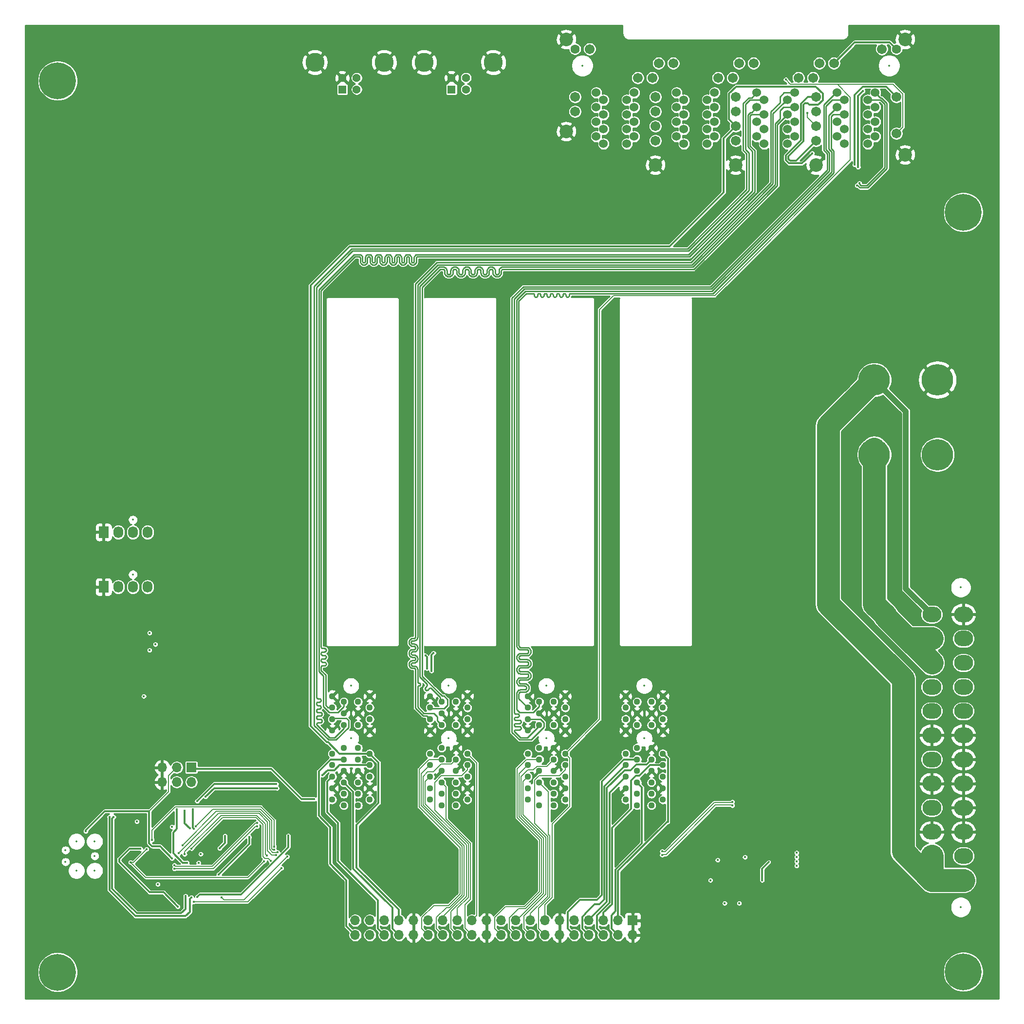
<source format=gbl>
G04 #@! TF.GenerationSoftware,KiCad,Pcbnew,5.1.8*
G04 #@! TF.CreationDate,2020-12-18T22:11:15+01:00*
G04 #@! TF.ProjectId,atx,6174782e-6b69-4636-9164-5f7063625858,rev?*
G04 #@! TF.SameCoordinates,Original*
G04 #@! TF.FileFunction,Copper,L4,Bot*
G04 #@! TF.FilePolarity,Positive*
%FSLAX46Y46*%
G04 Gerber Fmt 4.6, Leading zero omitted, Abs format (unit mm)*
G04 Created by KiCad (PCBNEW 5.1.8) date 2020-12-18 22:11:15*
%MOMM*%
%LPD*%
G01*
G04 APERTURE LIST*
G04 #@! TA.AperFunction,ComponentPad*
%ADD10O,1.730000X2.030000*%
G04 #@! TD*
G04 #@! TA.AperFunction,ComponentPad*
%ADD11R,1.730000X2.030000*%
G04 #@! TD*
G04 #@! TA.AperFunction,ComponentPad*
%ADD12O,1.700000X1.700000*%
G04 #@! TD*
G04 #@! TA.AperFunction,ComponentPad*
%ADD13R,1.700000X1.700000*%
G04 #@! TD*
G04 #@! TA.AperFunction,ComponentPad*
%ADD14C,1.428000*%
G04 #@! TD*
G04 #@! TA.AperFunction,ComponentPad*
%ADD15R,1.428000X1.428000*%
G04 #@! TD*
G04 #@! TA.AperFunction,ComponentPad*
%ADD16C,3.316000*%
G04 #@! TD*
G04 #@! TA.AperFunction,ComponentPad*
%ADD17C,5.461000*%
G04 #@! TD*
G04 #@! TA.AperFunction,ComponentPad*
%ADD18C,1.120000*%
G04 #@! TD*
G04 #@! TA.AperFunction,ComponentPad*
%ADD19O,3.300000X2.700000*%
G04 #@! TD*
G04 #@! TA.AperFunction,ComponentPad*
%ADD20C,0.800000*%
G04 #@! TD*
G04 #@! TA.AperFunction,ComponentPad*
%ADD21C,6.400000*%
G04 #@! TD*
G04 #@! TA.AperFunction,ComponentPad*
%ADD22C,1.524000*%
G04 #@! TD*
G04 #@! TA.AperFunction,ComponentPad*
%ADD23C,2.362200*%
G04 #@! TD*
G04 #@! TA.AperFunction,ComponentPad*
%ADD24C,1.714500*%
G04 #@! TD*
G04 #@! TA.AperFunction,ComponentPad*
%ADD25C,1.600200*%
G04 #@! TD*
G04 #@! TA.AperFunction,ViaPad*
%ADD26C,0.400000*%
G04 #@! TD*
G04 #@! TA.AperFunction,Conductor*
%ADD27C,0.300000*%
G04 #@! TD*
G04 #@! TA.AperFunction,Conductor*
%ADD28C,0.200000*%
G04 #@! TD*
G04 #@! TA.AperFunction,Conductor*
%ADD29C,4.000000*%
G04 #@! TD*
G04 #@! TA.AperFunction,Conductor*
%ADD30C,1.000000*%
G04 #@! TD*
G04 #@! TA.AperFunction,Conductor*
%ADD31C,0.228600*%
G04 #@! TD*
G04 #@! TA.AperFunction,Conductor*
%ADD32C,0.254000*%
G04 #@! TD*
G04 #@! TA.AperFunction,Conductor*
%ADD33C,0.100000*%
G04 #@! TD*
%ADD34C,0.200000*%
%ADD35C,0.350000*%
G04 APERTURE END LIST*
D10*
G04 #@! TO.P,M2,4*
G04 #@! TO.N,N/C*
X21620000Y-88500000D03*
G04 #@! TO.P,M2,3*
G04 #@! TO.N,Net-(M2-Pad3)*
X19080000Y-88500000D03*
G04 #@! TO.P,M2,2*
G04 #@! TO.N,+12V*
X16540000Y-88500000D03*
D11*
G04 #@! TO.P,M2,1*
G04 #@! TO.N,GND*
X14000000Y-88500000D03*
G04 #@! TD*
D10*
G04 #@! TO.P,M1,4*
G04 #@! TO.N,Net-(M1-Pad4)*
X21620000Y-98000000D03*
G04 #@! TO.P,M1,3*
G04 #@! TO.N,Net-(M1-Pad3)*
X19080000Y-98000000D03*
G04 #@! TO.P,M1,2*
G04 #@! TO.N,+12V*
X16540000Y-98000000D03*
D11*
G04 #@! TO.P,M1,1*
G04 #@! TO.N,GND*
X14000000Y-98000000D03*
G04 #@! TD*
D12*
G04 #@! TO.P,J4,6*
G04 #@! TO.N,GND*
X24170000Y-131940000D03*
G04 #@! TO.P,J4,5*
X24170000Y-129400000D03*
G04 #@! TO.P,J4,4*
G04 #@! TO.N,Net-(J4-Pad4)*
X26710000Y-131940000D03*
G04 #@! TO.P,J4,3*
G04 #@! TO.N,/mcu_reset*
X26710000Y-129400000D03*
G04 #@! TO.P,J4,2*
G04 #@! TO.N,+3V3*
X29250000Y-131940000D03*
D13*
G04 #@! TO.P,J4,1*
G04 #@! TO.N,/c4_gpio1*
X29250000Y-129400000D03*
G04 #@! TD*
D14*
G04 #@! TO.P,J7,2*
G04 #@! TO.N,/root_usb+*
X77000000Y-11500000D03*
D15*
G04 #@! TO.P,J7,1*
G04 #@! TO.N,N/C*
X74500000Y-11500000D03*
D14*
G04 #@! TO.P,J7,3*
G04 #@! TO.N,/root_usb-*
X77000000Y-9500000D03*
G04 #@! TO.P,J7,4*
G04 #@! TO.N,GND*
X74500000Y-9500000D03*
D16*
G04 #@! TO.P,J7,5*
X81770000Y-6790000D03*
X69730000Y-6790000D03*
G04 #@! TD*
D14*
G04 #@! TO.P,J5,2*
G04 #@! TO.N,/mcu_usb-*
X58000000Y-11500000D03*
D15*
G04 #@! TO.P,J5,1*
G04 #@! TO.N,N/C*
X55500000Y-11500000D03*
D14*
G04 #@! TO.P,J5,3*
G04 #@! TO.N,/mcu_usb+*
X58000000Y-9500000D03*
G04 #@! TO.P,J5,4*
G04 #@! TO.N,GND*
X55500000Y-9500000D03*
D16*
G04 #@! TO.P,J5,5*
X62770000Y-6790000D03*
X50730000Y-6790000D03*
G04 #@! TD*
D17*
G04 #@! TO.P,TP4,1*
G04 #@! TO.N,GND*
X159000000Y-62000000D03*
G04 #@! TD*
G04 #@! TO.P,TP3,1*
G04 #@! TO.N,+3V3*
X148000000Y-62000000D03*
G04 #@! TD*
G04 #@! TO.P,TP2,1*
G04 #@! TO.N,+5V*
X159000000Y-75000000D03*
G04 #@! TD*
G04 #@! TO.P,TP1,1*
G04 #@! TO.N,+12V*
X148000000Y-75000000D03*
G04 #@! TD*
D18*
G04 #@! TO.P,W1,A10*
G04 #@! TO.N,Net-(R1-Pad2)*
X104750000Y-127000000D03*
G04 #@! TO.P,W1,A12*
G04 #@! TO.N,GND*
X104750000Y-123000000D03*
G04 #@! TO.P,W1,A14*
G04 #@! TO.N,/c1_eth_p4-*
X104750000Y-121000000D03*
G04 #@! TO.P,W1,A16*
G04 #@! TO.N,/c1_eth_p3+*
X104750000Y-119000000D03*
G04 #@! TO.P,W1,A18*
G04 #@! TO.N,GND*
X104750000Y-117000000D03*
G04 #@! TO.P,W1,A17*
G04 #@! TO.N,/c1_eth_p3-*
X106750000Y-118000000D03*
G04 #@! TO.P,W1,A15*
G04 #@! TO.N,GND*
X106750000Y-120000000D03*
G04 #@! TO.P,W1,A13*
G04 #@! TO.N,/c1_eth_p4+*
X106750000Y-122000000D03*
G04 #@! TO.P,W1,A1*
G04 #@! TO.N,+5V*
X106750000Y-136000000D03*
G04 #@! TO.P,W1,A9*
G04 #@! TO.N,/c1_reset*
X106750000Y-128000000D03*
G04 #@! TO.P,W1,A11*
G04 #@! TO.N,Net-(R2-Pad2)*
X106750000Y-126000000D03*
G04 #@! TO.P,W1,B11*
G04 #@! TO.N,GND*
X109250000Y-126000000D03*
G04 #@! TO.P,W1,B17*
G04 #@! TO.N,/c1_eth_p2-*
X109250000Y-118000000D03*
G04 #@! TO.P,W1,B15*
G04 #@! TO.N,GND*
X109250000Y-120000000D03*
G04 #@! TO.P,W1,B13*
G04 #@! TO.N,/c1_eth_p1+*
X109250000Y-122000000D03*
G04 #@! TO.P,W1,B1*
G04 #@! TO.N,+5V*
X109250000Y-136000000D03*
G04 #@! TO.P,W1,B9*
G04 #@! TO.N,/c1_boot*
X109250000Y-128000000D03*
G04 #@! TO.P,W1,B10*
G04 #@! TO.N,/c1_vref*
X111250000Y-127000000D03*
G04 #@! TO.P,W1,B12*
G04 #@! TO.N,GND*
X111250000Y-123000000D03*
G04 #@! TO.P,W1,B14*
G04 #@! TO.N,/c1_eth_p1-*
X111250000Y-121000000D03*
G04 #@! TO.P,W1,B16*
G04 #@! TO.N,/c1_eth_p2+*
X111250000Y-119000000D03*
G04 #@! TO.P,W1,B18*
G04 #@! TO.N,GND*
X111250000Y-117000000D03*
G04 #@! TO.P,W1,A8*
G04 #@! TO.N,/c1_act*
X104750000Y-129000000D03*
G04 #@! TO.P,W1,A6*
G04 #@! TO.N,/c1_rx*
X104750000Y-131000000D03*
G04 #@! TO.P,W1,A4*
G04 #@! TO.N,GND*
X104750000Y-133000000D03*
G04 #@! TO.P,W1,A2*
G04 #@! TO.N,+5V*
X104750000Y-135000000D03*
G04 #@! TO.P,W1,A3*
G04 #@! TO.N,N/C*
X106750000Y-134000000D03*
G04 #@! TO.P,W1,A5*
G04 #@! TO.N,/c1_tx*
X106750000Y-132000000D03*
G04 #@! TO.P,W1,A7*
G04 #@! TO.N,GND*
X106750000Y-130000000D03*
G04 #@! TO.P,W1,B7*
X109250000Y-130000000D03*
G04 #@! TO.P,W1,B5*
G04 #@! TO.N,/c1_usb+*
X109250000Y-132000000D03*
G04 #@! TO.P,W1,B3*
G04 #@! TO.N,N/C*
X109250000Y-134000000D03*
G04 #@! TO.P,W1,B8*
G04 #@! TO.N,/c1_wp*
X111250000Y-129000000D03*
G04 #@! TO.P,W1,B6*
G04 #@! TO.N,/c1_usb-*
X111250000Y-131000000D03*
G04 #@! TO.P,W1,B4*
G04 #@! TO.N,GND*
X111250000Y-133000000D03*
G04 #@! TO.P,W1,B2*
G04 #@! TO.N,+5V*
X111250000Y-135000000D03*
G04 #@! TD*
G04 #@! TO.P,W2,A10*
G04 #@! TO.N,Net-(R3-Pad2)*
X87750000Y-127000000D03*
G04 #@! TO.P,W2,A12*
G04 #@! TO.N,GND*
X87750000Y-123000000D03*
G04 #@! TO.P,W2,A14*
G04 #@! TO.N,/c2_eth_p4-*
X87750000Y-121000000D03*
G04 #@! TO.P,W2,A16*
G04 #@! TO.N,/c2_eth_p3+*
X87750000Y-119000000D03*
G04 #@! TO.P,W2,A18*
G04 #@! TO.N,GND*
X87750000Y-117000000D03*
G04 #@! TO.P,W2,A17*
G04 #@! TO.N,/c2_eth_p3-*
X89750000Y-118000000D03*
G04 #@! TO.P,W2,A15*
G04 #@! TO.N,GND*
X89750000Y-120000000D03*
G04 #@! TO.P,W2,A13*
G04 #@! TO.N,/c2_eth_p4+*
X89750000Y-122000000D03*
G04 #@! TO.P,W2,A1*
G04 #@! TO.N,+5V*
X89750000Y-136000000D03*
G04 #@! TO.P,W2,A9*
G04 #@! TO.N,/c2_reset*
X89750000Y-128000000D03*
G04 #@! TO.P,W2,A11*
G04 #@! TO.N,Net-(R4-Pad2)*
X89750000Y-126000000D03*
G04 #@! TO.P,W2,B11*
G04 #@! TO.N,GND*
X92250000Y-126000000D03*
G04 #@! TO.P,W2,B17*
G04 #@! TO.N,/c2_eth_p2-*
X92250000Y-118000000D03*
G04 #@! TO.P,W2,B15*
G04 #@! TO.N,GND*
X92250000Y-120000000D03*
G04 #@! TO.P,W2,B13*
G04 #@! TO.N,/c2_eth_p1+*
X92250000Y-122000000D03*
G04 #@! TO.P,W2,B1*
G04 #@! TO.N,+5V*
X92250000Y-136000000D03*
G04 #@! TO.P,W2,B9*
G04 #@! TO.N,/c2_boot*
X92250000Y-128000000D03*
G04 #@! TO.P,W2,B10*
G04 #@! TO.N,/c2_vref*
X94250000Y-127000000D03*
G04 #@! TO.P,W2,B12*
G04 #@! TO.N,GND*
X94250000Y-123000000D03*
G04 #@! TO.P,W2,B14*
G04 #@! TO.N,/c2_eth_p1-*
X94250000Y-121000000D03*
G04 #@! TO.P,W2,B16*
G04 #@! TO.N,/c2_eth_p2+*
X94250000Y-119000000D03*
G04 #@! TO.P,W2,B18*
G04 #@! TO.N,GND*
X94250000Y-117000000D03*
G04 #@! TO.P,W2,A8*
G04 #@! TO.N,/c2_act*
X87750000Y-129000000D03*
G04 #@! TO.P,W2,A6*
G04 #@! TO.N,/c2_rx*
X87750000Y-131000000D03*
G04 #@! TO.P,W2,A4*
G04 #@! TO.N,GND*
X87750000Y-133000000D03*
G04 #@! TO.P,W2,A2*
G04 #@! TO.N,+5V*
X87750000Y-135000000D03*
G04 #@! TO.P,W2,A3*
G04 #@! TO.N,N/C*
X89750000Y-134000000D03*
G04 #@! TO.P,W2,A5*
G04 #@! TO.N,/c2_tx*
X89750000Y-132000000D03*
G04 #@! TO.P,W2,A7*
G04 #@! TO.N,GND*
X89750000Y-130000000D03*
G04 #@! TO.P,W2,B7*
X92250000Y-130000000D03*
G04 #@! TO.P,W2,B5*
G04 #@! TO.N,/c2_usb+*
X92250000Y-132000000D03*
G04 #@! TO.P,W2,B3*
G04 #@! TO.N,N/C*
X92250000Y-134000000D03*
G04 #@! TO.P,W2,B8*
G04 #@! TO.N,/c2_wp*
X94250000Y-129000000D03*
G04 #@! TO.P,W2,B6*
G04 #@! TO.N,/c2_usb-*
X94250000Y-131000000D03*
G04 #@! TO.P,W2,B4*
G04 #@! TO.N,GND*
X94250000Y-133000000D03*
G04 #@! TO.P,W2,B2*
G04 #@! TO.N,+5V*
X94250000Y-135000000D03*
G04 #@! TD*
D12*
G04 #@! TO.P,J1,40*
G04 #@! TO.N,/c4_reset*
X57740000Y-158540000D03*
G04 #@! TO.P,J1,39*
G04 #@! TO.N,N/C*
X57740000Y-156000000D03*
G04 #@! TO.P,J1,38*
X60280000Y-158540000D03*
G04 #@! TO.P,J1,37*
X60280000Y-156000000D03*
G04 #@! TO.P,J1,36*
G04 #@! TO.N,/c4_rx*
X62820000Y-158540000D03*
G04 #@! TO.P,J1,35*
G04 #@! TO.N,N/C*
X62820000Y-156000000D03*
G04 #@! TO.P,J1,34*
G04 #@! TO.N,/c4_tx*
X65360000Y-158540000D03*
G04 #@! TO.P,J1,33*
G04 #@! TO.N,/c4_vref*
X65360000Y-156000000D03*
G04 #@! TO.P,J1,32*
G04 #@! TO.N,GND*
X67900000Y-158540000D03*
G04 #@! TO.P,J1,31*
X67900000Y-156000000D03*
G04 #@! TO.P,J1,30*
G04 #@! TO.N,/c3_reset*
X70440000Y-158540000D03*
G04 #@! TO.P,J1,29*
G04 #@! TO.N,N/C*
X70440000Y-156000000D03*
G04 #@! TO.P,J1,28*
G04 #@! TO.N,/c3_act*
X72980000Y-158540000D03*
G04 #@! TO.P,J1,27*
G04 #@! TO.N,/c3_boot*
X72980000Y-156000000D03*
G04 #@! TO.P,J1,26*
G04 #@! TO.N,/c3_rx*
X75520000Y-158540000D03*
G04 #@! TO.P,J1,25*
G04 #@! TO.N,/c3_wp*
X75520000Y-156000000D03*
G04 #@! TO.P,J1,24*
G04 #@! TO.N,/c3_tx*
X78060000Y-158540000D03*
G04 #@! TO.P,J1,23*
G04 #@! TO.N,/c3_vref*
X78060000Y-156000000D03*
G04 #@! TO.P,J1,22*
G04 #@! TO.N,GND*
X80600000Y-158540000D03*
G04 #@! TO.P,J1,21*
X80600000Y-156000000D03*
G04 #@! TO.P,J1,20*
G04 #@! TO.N,/c2_reset*
X83140000Y-158540000D03*
G04 #@! TO.P,J1,19*
G04 #@! TO.N,N/C*
X83140000Y-156000000D03*
G04 #@! TO.P,J1,18*
G04 #@! TO.N,/c2_act*
X85680000Y-158540000D03*
G04 #@! TO.P,J1,17*
G04 #@! TO.N,/c2_boot*
X85680000Y-156000000D03*
G04 #@! TO.P,J1,16*
G04 #@! TO.N,/c2_rx*
X88220000Y-158540000D03*
G04 #@! TO.P,J1,15*
G04 #@! TO.N,/c2_wp*
X88220000Y-156000000D03*
G04 #@! TO.P,J1,14*
G04 #@! TO.N,/c2_tx*
X90760000Y-158540000D03*
G04 #@! TO.P,J1,13*
G04 #@! TO.N,/c2_vref*
X90760000Y-156000000D03*
G04 #@! TO.P,J1,12*
G04 #@! TO.N,GND*
X93300000Y-158540000D03*
G04 #@! TO.P,J1,11*
X93300000Y-156000000D03*
G04 #@! TO.P,J1,10*
G04 #@! TO.N,/c1_reset*
X95840000Y-158540000D03*
G04 #@! TO.P,J1,9*
G04 #@! TO.N,N/C*
X95840000Y-156000000D03*
G04 #@! TO.P,J1,8*
G04 #@! TO.N,/c1_act*
X98380000Y-158540000D03*
G04 #@! TO.P,J1,7*
G04 #@! TO.N,/c1_boot*
X98380000Y-156000000D03*
G04 #@! TO.P,J1,6*
G04 #@! TO.N,/c1_rx*
X100920000Y-158540000D03*
G04 #@! TO.P,J1,5*
G04 #@! TO.N,/c1_wp*
X100920000Y-156000000D03*
G04 #@! TO.P,J1,4*
G04 #@! TO.N,/c1_tx*
X103460000Y-158540000D03*
G04 #@! TO.P,J1,3*
G04 #@! TO.N,/c1_vref*
X103460000Y-156000000D03*
G04 #@! TO.P,J1,2*
G04 #@! TO.N,GND*
X106000000Y-158540000D03*
D13*
G04 #@! TO.P,J1,1*
X106000000Y-156000000D03*
G04 #@! TD*
D19*
G04 #@! TO.P,J3,24*
G04 #@! TO.N,GND*
X163500000Y-102800000D03*
G04 #@! TO.P,J3,23*
G04 #@! TO.N,+5V*
X163500000Y-107000000D03*
G04 #@! TO.P,J3,22*
X163500000Y-111200000D03*
G04 #@! TO.P,J3,21*
X163500000Y-115400000D03*
G04 #@! TO.P,J3,20*
G04 #@! TO.N,N/C*
X163500000Y-119600000D03*
G04 #@! TO.P,J3,19*
G04 #@! TO.N,GND*
X163500000Y-123800000D03*
G04 #@! TO.P,J3,18*
X163500000Y-128000000D03*
G04 #@! TO.P,J3,17*
X163500000Y-132200000D03*
G04 #@! TO.P,J3,16*
X163500000Y-136400000D03*
G04 #@! TO.P,J3,15*
X163500000Y-140600000D03*
G04 #@! TO.P,J3,14*
G04 #@! TO.N,N/C*
X163500000Y-144800000D03*
G04 #@! TO.P,J3,13*
G04 #@! TO.N,+3V3*
X163500000Y-149000000D03*
G04 #@! TO.P,J3,12*
X158000000Y-102800000D03*
G04 #@! TO.P,J3,11*
G04 #@! TO.N,+12V*
X158000000Y-107000000D03*
G04 #@! TO.P,J3,10*
X158000000Y-111200000D03*
G04 #@! TO.P,J3,9*
G04 #@! TO.N,N/C*
X158000000Y-115400000D03*
G04 #@! TO.P,J3,8*
X158000000Y-119600000D03*
G04 #@! TO.P,J3,7*
G04 #@! TO.N,GND*
X158000000Y-123800000D03*
G04 #@! TO.P,J3,6*
G04 #@! TO.N,+5V*
X158000000Y-128000000D03*
G04 #@! TO.P,J3,5*
G04 #@! TO.N,GND*
X158000000Y-132200000D03*
G04 #@! TO.P,J3,4*
G04 #@! TO.N,+5V*
X158000000Y-136400000D03*
G04 #@! TO.P,J3,3*
G04 #@! TO.N,GND*
X158000000Y-140600000D03*
G04 #@! TO.P,J3,2*
G04 #@! TO.N,+3V3*
X158000000Y-144800000D03*
G04 #@! TO.P,J3,1*
G04 #@! TA.AperFunction,ComponentPad*
G36*
G01*
X159399999Y-150350000D02*
X156600001Y-150350000D01*
G75*
G02*
X156350000Y-150099999I0J250001D01*
G01*
X156350000Y-147900001D01*
G75*
G02*
X156600001Y-147650000I250001J0D01*
G01*
X159399999Y-147650000D01*
G75*
G02*
X159650000Y-147900001I0J-250001D01*
G01*
X159650000Y-150099999D01*
G75*
G02*
X159399999Y-150350000I-250001J0D01*
G01*
G37*
G04 #@! TD.AperFunction*
G04 #@! TD*
D20*
G04 #@! TO.P,H3,1*
G04 #@! TO.N,N/C*
X165187056Y-163242944D03*
X163490000Y-162540000D03*
X161792944Y-163242944D03*
X161090000Y-164940000D03*
X161792944Y-166637056D03*
X163490000Y-167340000D03*
X165187056Y-166637056D03*
X165890000Y-164940000D03*
D21*
X163490000Y-164940000D03*
G04 #@! TD*
D20*
G04 #@! TO.P,H1,1*
G04 #@! TO.N,N/C*
X7707056Y-8302944D03*
X6010000Y-7600000D03*
X4312944Y-8302944D03*
X3610000Y-10000000D03*
X4312944Y-11697056D03*
X6010000Y-12400000D03*
X7707056Y-11697056D03*
X8410000Y-10000000D03*
D21*
X6010000Y-10000000D03*
G04 #@! TD*
D20*
G04 #@! TO.P,H4,1*
G04 #@! TO.N,N/C*
X7697056Y-163302944D03*
X6000000Y-162600000D03*
X4302944Y-163302944D03*
X3600000Y-165000000D03*
X4302944Y-166697056D03*
X6000000Y-167400000D03*
X7697056Y-166697056D03*
X8400000Y-165000000D03*
D21*
X6000000Y-165000000D03*
G04 #@! TD*
D20*
G04 #@! TO.P,H2,1*
G04 #@! TO.N,N/C*
X165187056Y-31162944D03*
X163490000Y-30460000D03*
X161792944Y-31162944D03*
X161090000Y-32860000D03*
X161792944Y-34557056D03*
X163490000Y-35260000D03*
X165187056Y-34557056D03*
X165890000Y-32860000D03*
D21*
X163490000Y-32860000D03*
G04 #@! TD*
D22*
G04 #@! TO.P,J2,8_1*
G04 #@! TO.N,/c1_eth_p1+*
X146897000Y-20959000D03*
G04 #@! TO.P,J2,8_2*
G04 #@! TO.N,/c2_eth_p1+*
X142833000Y-20959000D03*
G04 #@! TO.P,J2,7_1*
G04 #@! TO.N,/c1_eth_p1-*
X148167000Y-19689000D03*
G04 #@! TO.P,J2,7_2*
G04 #@! TO.N,/c2_eth_p1-*
X141563000Y-19689000D03*
G04 #@! TO.P,J2,6_1*
G04 #@! TO.N,/c1_eth_p2+*
X146897000Y-18419000D03*
G04 #@! TO.P,J2,6_2*
G04 #@! TO.N,/c2_eth_p2+*
X142833000Y-18419000D03*
G04 #@! TO.P,J2,5_1*
G04 #@! TO.N,/c1_eth_p2-*
X148167000Y-17149000D03*
G04 #@! TO.P,J2,5_2*
G04 #@! TO.N,/c2_eth_p2-*
X141563000Y-17149000D03*
G04 #@! TO.P,J2,4_1*
G04 #@! TO.N,/c1_eth_p3+*
X146897000Y-15879000D03*
G04 #@! TO.P,J2,4_2*
G04 #@! TO.N,/c2_eth_p3+*
X142833000Y-15879000D03*
G04 #@! TO.P,J2,3_1*
G04 #@! TO.N,/c1_eth_p3-*
X148167000Y-14609000D03*
G04 #@! TO.P,J2,3_2*
G04 #@! TO.N,/c2_eth_p3-*
X141563000Y-14609000D03*
G04 #@! TO.P,J2,2_1*
G04 #@! TO.N,/c1_eth_p4+*
X146897000Y-13339000D03*
G04 #@! TO.P,J2,2_2*
G04 #@! TO.N,/c2_eth_p4+*
X142833000Y-13339000D03*
G04 #@! TO.P,J2,1_1*
G04 #@! TO.N,/c1_eth_p4-*
X148167000Y-12069000D03*
G04 #@! TO.P,J2,1_2*
G04 #@! TO.N,/c2_eth_p4-*
X141563000Y-12069000D03*
D23*
G04 #@! TO.P,J2,S1*
G04 #@! TO.N,GND*
X94446000Y-18800000D03*
G04 #@! TO.P,J2,S3*
X153374000Y-2798000D03*
G04 #@! TO.P,J2,S4*
X153374000Y-22864000D03*
G04 #@! TO.P,J2,S5*
X94446000Y-2798000D03*
G04 #@! TO.P,J2,S2*
X137880000Y-24642000D03*
D22*
G04 #@! TO.P,J2,8_3*
G04 #@! TO.N,/c3_eth_p1+*
X132927000Y-20959000D03*
G04 #@! TO.P,J2,8_4*
G04 #@! TO.N,/c4_eth_p1+*
X128863000Y-20959000D03*
G04 #@! TO.P,J2,7_3*
G04 #@! TO.N,/c3_eth_p1-*
X134197000Y-19689000D03*
G04 #@! TO.P,J2,7_4*
G04 #@! TO.N,/c4_eth_p1-*
X127593000Y-19689000D03*
G04 #@! TO.P,J2,6_3*
G04 #@! TO.N,/c3_eth_p2+*
X132927000Y-18419000D03*
G04 #@! TO.P,J2,6_4*
G04 #@! TO.N,/c4_eth_p2+*
X128863000Y-18419000D03*
G04 #@! TO.P,J2,5_3*
G04 #@! TO.N,/c3_eth_p2-*
X134197000Y-17149000D03*
G04 #@! TO.P,J2,5_4*
G04 #@! TO.N,/c4_eth_p2-*
X127593000Y-17149000D03*
G04 #@! TO.P,J2,4_3*
G04 #@! TO.N,/c3_eth_p3+*
X132927000Y-15879000D03*
G04 #@! TO.P,J2,4_4*
G04 #@! TO.N,/c4_eth_p3+*
X128863000Y-15879000D03*
G04 #@! TO.P,J2,3_3*
G04 #@! TO.N,/c3_eth_p3-*
X134197000Y-14609000D03*
G04 #@! TO.P,J2,3_4*
G04 #@! TO.N,/c4_eth_p3-*
X127593000Y-14609000D03*
G04 #@! TO.P,J2,2_3*
G04 #@! TO.N,/c3_eth_p4+*
X132927000Y-13339000D03*
G04 #@! TO.P,J2,2_4*
G04 #@! TO.N,/c4_eth_p4+*
X128863000Y-13339000D03*
G04 #@! TO.P,J2,1_3*
G04 #@! TO.N,/c3_eth_p4-*
X134197000Y-12069000D03*
G04 #@! TO.P,J2,1_4*
G04 #@! TO.N,/c4_eth_p4-*
X127593000Y-12069000D03*
D23*
G04 #@! TO.P,J2,S6*
G04 #@! TO.N,GND*
X123910000Y-24642000D03*
G04 #@! TO.P,J2,S7*
X109940000Y-24642000D03*
D22*
G04 #@! TO.P,J2,8_5*
G04 #@! TO.N,N/C*
X118957000Y-20959000D03*
G04 #@! TO.P,J2,8_6*
X114893000Y-20959000D03*
G04 #@! TO.P,J2,7_5*
X120227000Y-19689000D03*
G04 #@! TO.P,J2,7_6*
X113623000Y-19689000D03*
G04 #@! TO.P,J2,6_5*
X118957000Y-18419000D03*
G04 #@! TO.P,J2,6_6*
X114893000Y-18419000D03*
G04 #@! TO.P,J2,5_5*
X120227000Y-17149000D03*
G04 #@! TO.P,J2,5_6*
X113623000Y-17149000D03*
G04 #@! TO.P,J2,4_5*
X118957000Y-15879000D03*
G04 #@! TO.P,J2,4_6*
X114893000Y-15879000D03*
G04 #@! TO.P,J2,3_5*
X120227000Y-14609000D03*
G04 #@! TO.P,J2,3_6*
X113623000Y-14609000D03*
G04 #@! TO.P,J2,2_5*
X118957000Y-13339000D03*
G04 #@! TO.P,J2,2_6*
X114893000Y-13339000D03*
G04 #@! TO.P,J2,1_5*
X120227000Y-12069000D03*
G04 #@! TO.P,J2,1_6*
X113623000Y-12069000D03*
G04 #@! TO.P,J2,8_7*
X104987000Y-20959000D03*
G04 #@! TO.P,J2,8_8*
X100923000Y-20959000D03*
G04 #@! TO.P,J2,7_7*
X106257000Y-19689000D03*
G04 #@! TO.P,J2,7_8*
X99653000Y-19689000D03*
G04 #@! TO.P,J2,6_7*
X104987000Y-18419000D03*
G04 #@! TO.P,J2,6_8*
X100923000Y-18419000D03*
G04 #@! TO.P,J2,5_7*
X106257000Y-17149000D03*
G04 #@! TO.P,J2,5_8*
X99653000Y-17149000D03*
G04 #@! TO.P,J2,4_7*
X104987000Y-15879000D03*
G04 #@! TO.P,J2,4_8*
X100923000Y-15879000D03*
G04 #@! TO.P,J2,3_7*
X106257000Y-14609000D03*
G04 #@! TO.P,J2,3_8*
X99653000Y-14609000D03*
G04 #@! TO.P,J2,2_7*
X104987000Y-13339000D03*
G04 #@! TO.P,J2,2_8*
X100923000Y-13339000D03*
G04 #@! TO.P,J2,1_7*
X106257000Y-12069000D03*
G04 #@! TO.P,J2,1_8*
X99653000Y-12069000D03*
D24*
G04 #@! TO.P,J2,9_2*
G04 #@! TO.N,/c2_vref*
X151850000Y-19155600D03*
G04 #@! TO.P,J2,10_2*
G04 #@! TO.N,/c2_eth_link*
X151850000Y-12805600D03*
D25*
G04 #@! TO.P,J2,9_1*
G04 #@! TO.N,/c1_vref*
X151850000Y-4474400D03*
D24*
G04 #@! TO.P,J2,10_1*
G04 #@! TO.N,/c1_eth_link*
X149310000Y-4474400D03*
G04 #@! TO.P,J2,11_1*
G04 #@! TO.N,/c1_vref*
X140978800Y-6938200D03*
G04 #@! TO.P,J2,12_1*
G04 #@! TO.N,/c1_eth_act*
X138438800Y-6938200D03*
G04 #@! TO.P,J2,9_3*
G04 #@! TO.N,/c3_vref*
X137346600Y-9478200D03*
G04 #@! TO.P,J2,10_3*
G04 #@! TO.N,/c3_eth_link*
X134806600Y-9478200D03*
G04 #@! TO.P,J2,12_2*
G04 #@! TO.N,/c2_eth_act*
X137880000Y-12805600D03*
G04 #@! TO.P,J2,10_4*
G04 #@! TO.N,/c4_eth_link*
X137880000Y-15345600D03*
G04 #@! TO.P,J2,11_2*
G04 #@! TO.N,/c2_vref*
X137880000Y-17885600D03*
G04 #@! TO.P,J2,9_4*
G04 #@! TO.N,/c4_vref*
X137880000Y-20425600D03*
G04 #@! TO.P,J2,11_3*
G04 #@! TO.N,/c3_vref*
X127008800Y-6938200D03*
G04 #@! TO.P,J2,12_3*
G04 #@! TO.N,/c3_eth_act*
X124468800Y-6938200D03*
G04 #@! TO.P,J2,9_5*
G04 #@! TO.N,N/C*
X123376600Y-9478200D03*
G04 #@! TO.P,J2,10_5*
X120836600Y-9478200D03*
G04 #@! TO.P,J2,11_5*
X113038800Y-6938200D03*
G04 #@! TO.P,J2,12_5*
X110498800Y-6938200D03*
G04 #@! TO.P,J2,9_7*
X109406600Y-9478200D03*
G04 #@! TO.P,J2,10_7*
X106866600Y-9478200D03*
G04 #@! TO.P,J2,12_4*
G04 #@! TO.N,/c4_eth_act*
X123910000Y-12805600D03*
G04 #@! TO.P,J2,10_6*
G04 #@! TO.N,N/C*
X123910000Y-15345600D03*
G04 #@! TO.P,J2,11_4*
G04 #@! TO.N,/c4_vref*
X123910000Y-17885600D03*
G04 #@! TO.P,J2,9_6*
G04 #@! TO.N,N/C*
X123910000Y-20425600D03*
G04 #@! TO.P,J2,12_6*
X109940000Y-12805600D03*
G04 #@! TO.P,J2,10_8*
X109940000Y-15345600D03*
G04 #@! TO.P,J2,11_6*
X109940000Y-17885600D03*
G04 #@! TO.P,J2,9_8*
X109940000Y-20425600D03*
G04 #@! TO.P,J2,12_8*
X95970000Y-12805600D03*
G04 #@! TO.P,J2,11_8*
X95970000Y-15345600D03*
G04 #@! TO.P,J2,11_7*
X98510000Y-4474400D03*
D25*
G04 #@! TO.P,J2,12_7*
X95970000Y-4474400D03*
G04 #@! TD*
D18*
G04 #@! TO.P,W4,A10*
G04 #@! TO.N,Net-(R14-Pad2)*
X53750000Y-127000000D03*
G04 #@! TO.P,W4,A12*
G04 #@! TO.N,GND*
X53750000Y-123000000D03*
G04 #@! TO.P,W4,A14*
G04 #@! TO.N,/c4_eth_p4-*
X53750000Y-121000000D03*
G04 #@! TO.P,W4,A16*
G04 #@! TO.N,/c4_eth_p3+*
X53750000Y-119000000D03*
G04 #@! TO.P,W4,A18*
G04 #@! TO.N,GND*
X53750000Y-117000000D03*
G04 #@! TO.P,W4,A17*
G04 #@! TO.N,/c4_eth_p3-*
X55750000Y-118000000D03*
G04 #@! TO.P,W4,A15*
G04 #@! TO.N,GND*
X55750000Y-120000000D03*
G04 #@! TO.P,W4,A13*
G04 #@! TO.N,/c4_eth_p4+*
X55750000Y-122000000D03*
G04 #@! TO.P,W4,A1*
G04 #@! TO.N,+5V*
X55750000Y-136000000D03*
G04 #@! TO.P,W4,A9*
G04 #@! TO.N,/c4_reset*
X55750000Y-128000000D03*
G04 #@! TO.P,W4,A11*
G04 #@! TO.N,Net-(R15-Pad2)*
X55750000Y-126000000D03*
G04 #@! TO.P,W4,B11*
G04 #@! TO.N,Net-(R19-Pad1)*
X58250000Y-126000000D03*
G04 #@! TO.P,W4,B17*
G04 #@! TO.N,/c4_eth_p2-*
X58250000Y-118000000D03*
G04 #@! TO.P,W4,B15*
G04 #@! TO.N,GND*
X58250000Y-120000000D03*
G04 #@! TO.P,W4,B13*
G04 #@! TO.N,/c4_eth_p1+*
X58250000Y-122000000D03*
G04 #@! TO.P,W4,B1*
G04 #@! TO.N,+5V*
X58250000Y-136000000D03*
G04 #@! TO.P,W4,B9*
G04 #@! TO.N,N/C*
X58250000Y-128000000D03*
G04 #@! TO.P,W4,B10*
G04 #@! TO.N,/c4_vref*
X60250000Y-127000000D03*
G04 #@! TO.P,W4,B12*
G04 #@! TO.N,GND*
X60250000Y-123000000D03*
G04 #@! TO.P,W4,B14*
G04 #@! TO.N,/c4_eth_p1-*
X60250000Y-121000000D03*
G04 #@! TO.P,W4,B16*
G04 #@! TO.N,/c4_eth_p2+*
X60250000Y-119000000D03*
G04 #@! TO.P,W4,B18*
G04 #@! TO.N,GND*
X60250000Y-117000000D03*
G04 #@! TO.P,W4,A8*
G04 #@! TO.N,N/C*
X53750000Y-129000000D03*
G04 #@! TO.P,W4,A6*
G04 #@! TO.N,/c4_rx*
X53750000Y-131000000D03*
G04 #@! TO.P,W4,A4*
G04 #@! TO.N,GND*
X53750000Y-133000000D03*
G04 #@! TO.P,W4,A2*
G04 #@! TO.N,+5V*
X53750000Y-135000000D03*
G04 #@! TO.P,W4,A3*
G04 #@! TO.N,/c4_gpio1*
X55750000Y-134000000D03*
G04 #@! TO.P,W4,A5*
G04 #@! TO.N,/c4_tx*
X55750000Y-132000000D03*
G04 #@! TO.P,W4,A7*
G04 #@! TO.N,GND*
X55750000Y-130000000D03*
G04 #@! TO.P,W4,B7*
X58250000Y-130000000D03*
G04 #@! TO.P,W4,B5*
G04 #@! TO.N,/root_usb+*
X58250000Y-132000000D03*
G04 #@! TO.P,W4,B3*
G04 #@! TO.N,N/C*
X58250000Y-134000000D03*
G04 #@! TO.P,W4,B8*
G04 #@! TO.N,Net-(R20-Pad1)*
X60250000Y-129000000D03*
G04 #@! TO.P,W4,B6*
G04 #@! TO.N,/root_usb-*
X60250000Y-131000000D03*
G04 #@! TO.P,W4,B4*
G04 #@! TO.N,GND*
X60250000Y-133000000D03*
G04 #@! TO.P,W4,B2*
G04 #@! TO.N,+5V*
X60250000Y-135000000D03*
G04 #@! TD*
G04 #@! TO.P,W3,A10*
G04 #@! TO.N,Net-(R6-Pad2)*
X70750000Y-127000000D03*
G04 #@! TO.P,W3,A12*
G04 #@! TO.N,GND*
X70750000Y-123000000D03*
G04 #@! TO.P,W3,A14*
G04 #@! TO.N,/c3_eth_p4-*
X70750000Y-121000000D03*
G04 #@! TO.P,W3,A16*
G04 #@! TO.N,/c3_eth_p3+*
X70750000Y-119000000D03*
G04 #@! TO.P,W3,A18*
G04 #@! TO.N,GND*
X70750000Y-117000000D03*
G04 #@! TO.P,W3,A17*
G04 #@! TO.N,/c3_eth_p3-*
X72750000Y-118000000D03*
G04 #@! TO.P,W3,A15*
G04 #@! TO.N,GND*
X72750000Y-120000000D03*
G04 #@! TO.P,W3,A13*
G04 #@! TO.N,/c3_eth_p4+*
X72750000Y-122000000D03*
G04 #@! TO.P,W3,A1*
G04 #@! TO.N,+5V*
X72750000Y-136000000D03*
G04 #@! TO.P,W3,A9*
G04 #@! TO.N,/c3_reset*
X72750000Y-128000000D03*
G04 #@! TO.P,W3,A11*
G04 #@! TO.N,Net-(R7-Pad2)*
X72750000Y-126000000D03*
G04 #@! TO.P,W3,B11*
G04 #@! TO.N,GND*
X75250000Y-126000000D03*
G04 #@! TO.P,W3,B17*
G04 #@! TO.N,/c3_eth_p2-*
X75250000Y-118000000D03*
G04 #@! TO.P,W3,B15*
G04 #@! TO.N,GND*
X75250000Y-120000000D03*
G04 #@! TO.P,W3,B13*
G04 #@! TO.N,/c3_eth_p1+*
X75250000Y-122000000D03*
G04 #@! TO.P,W3,B1*
G04 #@! TO.N,+5V*
X75250000Y-136000000D03*
G04 #@! TO.P,W3,B9*
G04 #@! TO.N,/c3_boot*
X75250000Y-128000000D03*
G04 #@! TO.P,W3,B10*
G04 #@! TO.N,/c3_vref*
X77250000Y-127000000D03*
G04 #@! TO.P,W3,B12*
G04 #@! TO.N,GND*
X77250000Y-123000000D03*
G04 #@! TO.P,W3,B14*
G04 #@! TO.N,/c3_eth_p1-*
X77250000Y-121000000D03*
G04 #@! TO.P,W3,B16*
G04 #@! TO.N,/c3_eth_p2+*
X77250000Y-119000000D03*
G04 #@! TO.P,W3,B18*
G04 #@! TO.N,GND*
X77250000Y-117000000D03*
G04 #@! TO.P,W3,A8*
G04 #@! TO.N,/c3_act*
X70750000Y-129000000D03*
G04 #@! TO.P,W3,A6*
G04 #@! TO.N,/c3_rx*
X70750000Y-131000000D03*
G04 #@! TO.P,W3,A4*
G04 #@! TO.N,GND*
X70750000Y-133000000D03*
G04 #@! TO.P,W3,A2*
G04 #@! TO.N,+5V*
X70750000Y-135000000D03*
G04 #@! TO.P,W3,A3*
G04 #@! TO.N,N/C*
X72750000Y-134000000D03*
G04 #@! TO.P,W3,A5*
G04 #@! TO.N,/c3_tx*
X72750000Y-132000000D03*
G04 #@! TO.P,W3,A7*
G04 #@! TO.N,GND*
X72750000Y-130000000D03*
G04 #@! TO.P,W3,B7*
X75250000Y-130000000D03*
G04 #@! TO.P,W3,B5*
G04 #@! TO.N,/c3_usb+*
X75250000Y-132000000D03*
G04 #@! TO.P,W3,B3*
G04 #@! TO.N,N/C*
X75250000Y-134000000D03*
G04 #@! TO.P,W3,B8*
G04 #@! TO.N,/c3_wp*
X77250000Y-129000000D03*
G04 #@! TO.P,W3,B6*
G04 #@! TO.N,/c3_usb-*
X77250000Y-131000000D03*
G04 #@! TO.P,W3,B4*
G04 #@! TO.N,GND*
X77250000Y-133000000D03*
G04 #@! TO.P,W3,B2*
G04 #@! TO.N,+5V*
X77250000Y-135000000D03*
G04 #@! TD*
D26*
G04 #@! TO.N,GND*
X125500000Y-149250000D03*
X122750000Y-149250000D03*
X125500000Y-150250000D03*
X123750000Y-150250000D03*
X122750000Y-150250000D03*
X123700000Y-117880000D03*
X122020000Y-114150000D03*
X123420000Y-109750000D03*
X123680000Y-119140000D03*
X119130000Y-116440000D03*
X115970000Y-114760000D03*
X99240000Y-119920000D03*
X102710000Y-126980000D03*
X96360000Y-127060000D03*
X122520000Y-143500000D03*
X56000000Y-46000000D03*
X62000000Y-46000000D03*
X74000000Y-46000000D03*
X78000000Y-46000000D03*
X84750000Y-46500000D03*
X84250000Y-74500000D03*
X123750000Y-28500000D03*
X43000000Y-52000000D03*
X43000000Y-57000000D03*
X43000000Y-72000000D03*
X43000000Y-82000000D03*
X43000000Y-92000000D03*
X43000000Y-102000000D03*
X43000000Y-117000000D03*
X88000000Y-147000000D03*
X113000000Y-157000000D03*
X143000000Y-157000000D03*
X158000000Y-157000000D03*
X143000000Y-127000000D03*
X158000000Y-87000000D03*
X163000000Y-47000000D03*
X153000000Y-52000000D03*
X133000000Y-47000000D03*
X158000000Y-22000000D03*
X163000000Y-7000000D03*
X98000000Y-32000000D03*
X73000000Y-17000000D03*
X43000000Y-17000000D03*
X23000000Y-42000000D03*
X23000000Y-72000000D03*
X127100000Y-139700000D03*
X121500000Y-136700000D03*
X119900000Y-134900000D03*
X116500000Y-137300000D03*
X114700000Y-139700000D03*
X111700000Y-141100000D03*
X95500000Y-145500000D03*
X98000000Y-145500000D03*
X81000000Y-148500000D03*
X83000000Y-148500000D03*
X67000000Y-149500000D03*
X71000000Y-148500000D03*
X58000000Y-152000000D03*
X54500000Y-149000000D03*
X66000000Y-134000000D03*
X83000000Y-129500000D03*
X81000000Y-136500000D03*
X98000000Y-135000000D03*
X99500000Y-129500000D03*
X68500000Y-122500000D03*
X64500000Y-113000000D03*
X80000000Y-110000000D03*
X118000000Y-124000000D03*
X121000000Y-131000000D03*
X10000000Y-89500000D03*
X10000000Y-52500000D03*
X18000000Y-22500000D03*
X107500000Y-151500000D03*
X113500000Y-148000000D03*
X77000000Y-137500000D03*
X56000000Y-138000000D03*
X106000000Y-139000000D03*
X110000000Y-139000000D03*
X35500000Y-140000000D03*
X43000000Y-127000000D03*
X39000000Y-145000000D03*
X24200000Y-141300000D03*
X33700000Y-150700000D03*
X21000000Y-141500000D03*
X8500000Y-153500000D03*
X8500000Y-136000000D03*
X29500000Y-144600000D03*
X14500000Y-149500000D03*
X18200000Y-149500000D03*
X17000000Y-143000000D03*
X18600000Y-151500000D03*
X14000000Y-145000000D03*
X17750000Y-139250000D03*
G04 #@! TO.N,/c4_reset*
X26900000Y-153600000D03*
X20400000Y-143500000D03*
G04 #@! TO.N,/c4_rx*
X29700000Y-140100000D03*
X30250000Y-135250000D03*
X44025000Y-132250000D03*
X29500000Y-136700000D03*
G04 #@! TO.N,/c4_tx*
X28100000Y-136900000D03*
X29008361Y-140003477D03*
X44125000Y-133000000D03*
X31750000Y-134500000D03*
G04 #@! TO.N,/c3_act*
X43044742Y-145644742D03*
X29300000Y-143500000D03*
G04 #@! TO.N,/c3_boot*
X44899812Y-146895179D03*
X29700000Y-152752401D03*
G04 #@! TO.N,/c3_rx*
X42409965Y-144739931D03*
X28100000Y-144500000D03*
G04 #@! TO.N,/c3_wp*
X41900000Y-145700000D03*
X18700000Y-145900000D03*
X21463951Y-143602410D03*
G04 #@! TO.N,/c3_tx*
X44024013Y-144665470D03*
X27100000Y-144300000D03*
G04 #@! TO.N,/c2_reset*
X44208671Y-144135888D03*
X27702410Y-142900000D03*
G04 #@! TO.N,/c2_act*
X43654735Y-143726152D03*
X30038547Y-139622986D03*
G04 #@! TO.N,/c2_boot*
X45900000Y-144900000D03*
X34500000Y-152000000D03*
G04 #@! TO.N,/c2_wp*
X22402410Y-141994742D03*
X43657232Y-143173746D03*
G04 #@! TO.N,/c2_vref*
X136400000Y-15600000D03*
X132600000Y-9800000D03*
G04 #@! TO.N,/c1_act*
X35100000Y-141300000D03*
X34150000Y-143450000D03*
G04 #@! TO.N,/c1_boot*
X39300000Y-141500000D03*
X33991566Y-147990569D03*
G04 #@! TO.N,/c1_wp*
X46100000Y-141280718D03*
X30300000Y-151900000D03*
G04 #@! TO.N,+3V3*
X124500000Y-153000000D03*
X125500000Y-145000000D03*
X120750000Y-145500000D03*
X119500000Y-149000000D03*
X122000000Y-153000000D03*
X128500000Y-149000000D03*
X134500000Y-144250000D03*
X134500000Y-145000000D03*
X134500000Y-145750000D03*
X134500000Y-146500000D03*
X30900000Y-144447590D03*
X19800000Y-138800000D03*
X30500000Y-145952410D03*
X23400000Y-149700000D03*
X25900000Y-139700000D03*
X22000000Y-106000000D03*
X22000000Y-109000000D03*
X21000000Y-117000000D03*
X23000000Y-108000000D03*
G04 #@! TO.N,/c1_eth_p4+*
X145395303Y-27804697D03*
G04 #@! TO.N,/c1_eth_p4-*
X145004697Y-28195303D03*
G04 #@! TO.N,/c2_eth_link*
X144600000Y-24600000D03*
G04 #@! TO.N,/c1_eth_link*
X145200000Y-25000000D03*
X146000000Y-11800000D03*
G04 #@! TO.N,/c3_eth_link*
X71000000Y-112600000D03*
X71366233Y-109502410D03*
G04 #@! TO.N,/c2_eth_act*
X137200000Y-22600000D03*
G04 #@! TO.N,/c4_eth_link*
X70200000Y-112200000D03*
X69943807Y-109950089D03*
G04 #@! TO.N,/root_usb+*
X111100000Y-144627400D03*
X123300000Y-136025000D03*
G04 #@! TO.N,/root_usb-*
X111100000Y-143977400D03*
X123300000Y-135375000D03*
G04 #@! TO.N,/mcu_usb+*
X40700000Y-139640357D03*
X26300000Y-147025000D03*
G04 #@! TO.N,/mcu_usb-*
X40700000Y-139087944D03*
X26300000Y-146375000D03*
G04 #@! TO.N,/mcu_reset*
X10900000Y-140500000D03*
X25900000Y-145200000D03*
G04 #@! TO.N,Net-(R20-Pad1)*
X52069355Y-130720129D03*
G04 #@! TO.N,/c4_gpio1*
X50600000Y-134900000D03*
G04 #@! TO.N,Net-(J4-Pad4)*
X28500000Y-145952410D03*
X26700000Y-136700000D03*
G04 #@! TO.N,/mcu_scl*
X28250000Y-151750000D03*
X15750000Y-138000000D03*
G04 #@! TO.N,/mcu_sda*
X29250000Y-152000000D03*
X15000000Y-138000000D03*
G04 #@! TD*
D27*
G04 #@! TO.N,/c4_reset*
X53473646Y-128000000D02*
X51400000Y-130073646D01*
X55750000Y-128000000D02*
X53473646Y-128000000D01*
X51400000Y-130073646D02*
X51400000Y-137800000D01*
X51400000Y-137800000D02*
X53400000Y-139800000D01*
X53400000Y-139800000D02*
X53400000Y-146200000D01*
X53400000Y-146200000D02*
X56200000Y-149000000D01*
X56200000Y-157000000D02*
X57740000Y-158540000D01*
X56200000Y-149000000D02*
X56200000Y-157000000D01*
X18500000Y-143500000D02*
X20400000Y-143500000D01*
X24400000Y-151100000D02*
X22000000Y-151100000D01*
X16700000Y-145800000D02*
X16700000Y-145300000D01*
X26900000Y-153600000D02*
X24400000Y-151100000D01*
X16700000Y-145300000D02*
X18500000Y-143500000D01*
X22000000Y-151100000D02*
X16700000Y-145800000D01*
G04 #@! TO.N,/c4_rx*
X52887599Y-137207989D02*
X52887599Y-131862401D01*
X54757233Y-145637820D02*
X54757233Y-139077623D01*
X62820000Y-158540000D02*
X61667599Y-157387599D01*
X61667599Y-157387599D02*
X61667599Y-152548186D01*
X54757233Y-139077623D02*
X52887599Y-137207989D01*
X52887599Y-131862401D02*
X53750000Y-131000000D01*
X61667599Y-152548186D02*
X54757233Y-145637820D01*
X37750000Y-132250000D02*
X44025000Y-132250000D01*
X37750000Y-132250000D02*
X33250000Y-132250000D01*
X29500000Y-139900000D02*
X29700000Y-140100000D01*
X33250000Y-132250000D02*
X30250000Y-135250000D01*
X29500000Y-136700000D02*
X29500000Y-139900000D01*
G04 #@! TO.N,/c4_tx*
X55750000Y-132000000D02*
X57387599Y-133637599D01*
X57387599Y-146988576D02*
X64207599Y-153808576D01*
X64207599Y-153808576D02*
X64207599Y-157387599D01*
X57387599Y-133637599D02*
X57387599Y-146988576D01*
X64207599Y-157387599D02*
X65360000Y-158540000D01*
X33250000Y-133000000D02*
X31750000Y-134500000D01*
X44125000Y-133000000D02*
X33250000Y-133000000D01*
X28100000Y-139095116D02*
X29008361Y-140003477D01*
X28100000Y-136900000D02*
X28100000Y-139095116D01*
G04 #@! TO.N,/c4_vref*
X53033564Y-125007210D02*
X52807210Y-125007210D01*
X55026354Y-127000000D02*
X53033564Y-125007210D01*
X60250000Y-127000000D02*
X55026354Y-127000000D01*
X52807210Y-125007210D02*
X50000000Y-122200000D01*
X50000000Y-122200000D02*
X50000000Y-45600000D01*
X50000000Y-45600000D02*
X56807210Y-38792790D01*
X56807210Y-38792790D02*
X112407210Y-38792790D01*
X112407210Y-38792790D02*
X121800000Y-29400000D01*
X121800000Y-19995600D02*
X123910000Y-17885600D01*
X121800000Y-29400000D02*
X121800000Y-19995600D01*
X65360000Y-156000000D02*
X65360000Y-154160000D01*
X65360000Y-154160000D02*
X58000000Y-146800000D01*
X58000000Y-146800000D02*
X58000000Y-139400000D01*
X58000000Y-139400000D02*
X61800000Y-135600000D01*
X61800000Y-128550000D02*
X60250000Y-127000000D01*
X61800000Y-135600000D02*
X61800000Y-128550000D01*
X139039651Y-12248967D02*
X139039651Y-13362233D01*
X122750349Y-12248967D02*
X123994717Y-11004599D01*
X123910000Y-17885600D02*
X122750349Y-16725949D01*
X123994717Y-11004599D02*
X137795283Y-11004599D01*
X139039651Y-13362233D02*
X138243038Y-14158846D01*
X122750349Y-16725949D02*
X122750349Y-12248967D01*
X133358846Y-23902402D02*
X134403198Y-23902402D01*
X135958846Y-13897598D02*
X135713812Y-14142632D01*
X134403198Y-23902402D02*
X137880000Y-20425600D01*
X133097598Y-23641154D02*
X133358846Y-23902402D01*
X136702402Y-14158846D02*
X136441154Y-13897598D01*
X133097598Y-23158846D02*
X133097598Y-23641154D01*
X137795283Y-11004599D02*
X139039651Y-12248967D01*
X136441154Y-13897598D02*
X135958846Y-13897598D01*
X135713812Y-20542632D02*
X133097598Y-23158846D01*
X135713812Y-14142632D02*
X135713812Y-20542632D01*
X138243038Y-14158846D02*
X136702402Y-14158846D01*
D28*
G04 #@! TO.N,/c3_reset*
X69337599Y-155470847D02*
X71408446Y-153400000D01*
X69337599Y-157437599D02*
X69337599Y-155470847D01*
X70440000Y-158540000D02*
X69337599Y-157437599D01*
X71408446Y-153400000D02*
X74000000Y-153400000D01*
X74000000Y-153400000D02*
X76000000Y-151400000D01*
X76000000Y-151400000D02*
X76000000Y-143400000D01*
X70600000Y-128000000D02*
X72750000Y-128000000D01*
X68880367Y-136280366D02*
X68880367Y-129719633D01*
X68880367Y-129719633D02*
X70600000Y-128000000D01*
X76000000Y-143400000D02*
X68880367Y-136280366D01*
G04 #@! TO.N,/c3_act*
X73596035Y-153752411D02*
X74145974Y-153752410D01*
X69232777Y-136032776D02*
X69232777Y-130517223D01*
X72980000Y-158540000D02*
X71877599Y-157437599D01*
X69232777Y-130517223D02*
X70750000Y-129000000D01*
X76352411Y-143152410D02*
X69232777Y-136032776D01*
X76352411Y-151545973D02*
X76352411Y-143152410D01*
X74145974Y-153752410D02*
X76352411Y-151545973D01*
X71877599Y-155470847D02*
X73596035Y-153752411D01*
X71877599Y-157437599D02*
X71877599Y-155470847D01*
X34700000Y-138100000D02*
X40500000Y-138100000D01*
X42047599Y-145247599D02*
X42647599Y-145247599D01*
X42647599Y-145247599D02*
X43044742Y-145644742D01*
X41700000Y-144900000D02*
X42047599Y-145247599D01*
X29300000Y-143500000D02*
X34700000Y-138100000D01*
X41700000Y-139300000D02*
X41700000Y-144900000D01*
X40500000Y-138100000D02*
X41700000Y-139300000D01*
G04 #@! TO.N,/c3_boot*
X76704822Y-143006437D02*
X69585188Y-135886803D01*
X72735245Y-128812401D02*
X74437599Y-128812401D01*
X69585188Y-135886803D02*
X69585188Y-130962458D01*
X70360047Y-130187599D02*
X71360047Y-130187599D01*
X71360047Y-130187599D02*
X72735245Y-128812401D01*
X74437599Y-128812401D02*
X75250000Y-128000000D01*
X72980000Y-156000000D02*
X72980000Y-155416768D01*
X76704822Y-151691946D02*
X76704822Y-143006437D01*
X69585188Y-130962458D02*
X70360047Y-130187599D01*
X72980000Y-155416768D02*
X76704822Y-151691946D01*
X44899812Y-146895179D02*
X39042590Y-152752401D01*
X39042590Y-152752401D02*
X29700000Y-152752401D01*
G04 #@! TO.N,/c3_rx*
X74417599Y-154477553D02*
X77057232Y-151837918D01*
X77057232Y-142860463D02*
X69937599Y-135740830D01*
X69937599Y-131812401D02*
X70750000Y-131000000D01*
X69937599Y-135740830D02*
X69937599Y-131812401D01*
X74417599Y-157437599D02*
X74417599Y-154477553D01*
X75520000Y-158540000D02*
X74417599Y-157437599D01*
X77057232Y-151837918D02*
X77057232Y-142860463D01*
X28100000Y-144030444D02*
X34382855Y-137747589D01*
X34382855Y-137747589D02*
X40645974Y-137747590D01*
X40645974Y-137747590D02*
X42100000Y-139201616D01*
X42100000Y-139201616D02*
X42100000Y-144429966D01*
X28100000Y-144500000D02*
X28100000Y-144030444D01*
X42100000Y-144429966D02*
X42409965Y-144739931D01*
G04 #@! TO.N,/c3_wp*
X75520000Y-156000000D02*
X75520000Y-153873532D01*
X72735245Y-130812401D02*
X76229558Y-130812401D01*
X71562401Y-131985245D02*
X72735245Y-130812401D01*
X77409642Y-151983890D02*
X77409642Y-142714489D01*
X71562401Y-136867248D02*
X71562401Y-131985245D01*
X77409642Y-142714489D02*
X71562401Y-136867248D01*
X77250000Y-129791959D02*
X77250000Y-129000000D01*
X75520000Y-153873532D02*
X77409642Y-151983890D01*
X76229558Y-130812401D02*
X77250000Y-129791959D01*
X39100000Y-148500000D02*
X21300000Y-148500000D01*
X18700000Y-145900000D02*
X19166361Y-145900000D01*
X19166361Y-145900000D02*
X21463951Y-143602410D01*
X41900000Y-145700000D02*
X39100000Y-148500000D01*
X21300000Y-148500000D02*
X18700000Y-145900000D01*
G04 #@! TO.N,/c3_tx*
X76857231Y-153234689D02*
X77762051Y-152329869D01*
X78060000Y-158540000D02*
X76857231Y-157337231D01*
X77762051Y-152329869D02*
X77762051Y-142568514D01*
X77762051Y-142568514D02*
X73562401Y-138368864D01*
X73562401Y-138368864D02*
X73562401Y-132812401D01*
X73562401Y-132812401D02*
X72750000Y-132000000D01*
X76857231Y-157337231D02*
X76857231Y-153234689D01*
X34004821Y-137395179D02*
X40991947Y-137395179D01*
X40991947Y-137395179D02*
X42452410Y-138855642D01*
X42452411Y-143852411D02*
X43265470Y-144665470D01*
X43265470Y-144665470D02*
X44024013Y-144665470D01*
X42452410Y-138855642D02*
X42452411Y-143852411D01*
X27100000Y-144300000D02*
X34004821Y-137395179D01*
G04 #@! TO.N,/c3_vref*
X78909999Y-128659999D02*
X77250000Y-127000000D01*
X78909999Y-155150001D02*
X78909999Y-128659999D01*
X78060000Y-156000000D02*
X78909999Y-155150001D01*
G04 #@! TO.N,/c2_reset*
X83140000Y-158540000D02*
X82037599Y-157437599D01*
X82037599Y-155470847D02*
X83908446Y-153600000D01*
X82037599Y-157437599D02*
X82037599Y-155470847D01*
X83908446Y-153600000D02*
X87200000Y-153600000D01*
X87200000Y-153600000D02*
X89800000Y-151000000D01*
X87547646Y-128000000D02*
X89750000Y-128000000D01*
X89800000Y-151000000D02*
X89800000Y-141999978D01*
X85880367Y-138080344D02*
X85880367Y-129667279D01*
X89800000Y-141999978D02*
X85880367Y-138080344D01*
X85880367Y-129667279D02*
X87547646Y-128000000D01*
X33559641Y-137042769D02*
X41137919Y-137042769D01*
X44131490Y-144213069D02*
X44208671Y-144135888D01*
X41137919Y-137042769D02*
X42852411Y-138757259D01*
X42852411Y-143652411D02*
X43413069Y-144213069D01*
X43413069Y-144213069D02*
X44131490Y-144213069D01*
X27702410Y-142900000D02*
X33559641Y-137042769D01*
X42852411Y-138757259D02*
X42852411Y-143652411D01*
G04 #@! TO.N,/c2_act*
X87345974Y-153952410D02*
X90152411Y-151145973D01*
X90152410Y-141854004D02*
X86232778Y-137934371D01*
X86232778Y-130517222D02*
X87750000Y-129000000D01*
X86145973Y-153952411D02*
X87345974Y-153952410D01*
X85680000Y-158540000D02*
X84577599Y-157437599D01*
X84577599Y-155520785D02*
X86145973Y-153952411D01*
X90152411Y-151145973D02*
X90152410Y-141854004D01*
X86232778Y-137934371D02*
X86232778Y-130517222D01*
X84577599Y-157437599D02*
X84577599Y-155520785D01*
X32971174Y-136690359D02*
X30038547Y-139622986D01*
X43204822Y-143506438D02*
X43204821Y-138611285D01*
X43654735Y-143726152D02*
X43424536Y-143726152D01*
X41283895Y-136690359D02*
X32971174Y-136690359D01*
X43204821Y-138611285D02*
X41283895Y-136690359D01*
X43424536Y-143726152D02*
X43204822Y-143506438D01*
G04 #@! TO.N,/c2_boot*
X90504822Y-151291946D02*
X90504820Y-141708030D01*
X91062401Y-129187599D02*
X92250000Y-128000000D01*
X87735245Y-129812401D02*
X88735245Y-129812401D01*
X85796768Y-156000000D02*
X90504822Y-151291946D01*
X89360047Y-129187599D02*
X91062401Y-129187599D01*
X86585189Y-137788398D02*
X86585189Y-130962457D01*
X88735245Y-129812401D02*
X89360047Y-129187599D01*
X85680000Y-156000000D02*
X85796768Y-156000000D01*
X90504820Y-141708030D02*
X86585189Y-137788398D01*
X86585189Y-130962457D02*
X87735245Y-129812401D01*
X45900000Y-144900000D02*
X38404812Y-152395188D01*
X34895188Y-152395188D02*
X34500000Y-152000000D01*
X38404812Y-152395188D02*
X34895188Y-152395188D01*
G04 #@! TO.N,/c2_rx*
X86937600Y-131812400D02*
X87750000Y-131000000D01*
X90857232Y-151437918D02*
X90857230Y-141562056D01*
X88220000Y-158540000D02*
X87117599Y-157437599D01*
X90857230Y-141562056D02*
X86937600Y-137642425D01*
X86937600Y-137642425D02*
X86937600Y-131812400D01*
X87117599Y-157437599D02*
X87117599Y-155177553D01*
X87117599Y-155177553D02*
X90857232Y-151437918D01*
G04 #@! TO.N,/c2_wp*
X94250000Y-129791959D02*
X94250000Y-129000000D01*
X88937599Y-131610047D02*
X89735245Y-130812401D01*
X91209639Y-151793593D02*
X91209639Y-141416080D01*
X93229558Y-130812401D02*
X94250000Y-129791959D01*
X88220000Y-154783232D02*
X91209639Y-151793593D01*
X88937599Y-139144040D02*
X88937599Y-131610047D01*
X89735245Y-130812401D02*
X93229558Y-130812401D01*
X88220000Y-156000000D02*
X88220000Y-154783232D01*
X91209639Y-141416080D02*
X88937599Y-139144040D01*
X22402410Y-140328034D02*
X22402410Y-141994742D01*
X43657232Y-138565312D02*
X41339519Y-136247599D01*
X43657232Y-143173746D02*
X43657232Y-138565312D01*
X41339519Y-136247599D02*
X26482845Y-136247599D01*
X26482845Y-136247599D02*
X22402410Y-140328034D01*
G04 #@! TO.N,/c2_tx*
X91362052Y-141070109D02*
X91562050Y-141270110D01*
X89657599Y-153844017D02*
X89657599Y-157437599D01*
X91562050Y-141270110D02*
X91562050Y-151939566D01*
X89657599Y-157437599D02*
X90760000Y-158540000D01*
X91562050Y-151939566D02*
X89657599Y-153844017D01*
X91362052Y-133612052D02*
X91362052Y-141070109D01*
X89750000Y-132000000D02*
X91362052Y-133612052D01*
G04 #@! TO.N,/c2_vref*
X90760000Y-156000000D02*
X90760000Y-153240000D01*
X90760000Y-153240000D02*
X92000000Y-152000000D01*
X92000000Y-152000000D02*
X92000000Y-139200000D01*
X95062401Y-127812401D02*
X94250000Y-127000000D01*
X95062401Y-136137599D02*
X95062401Y-127812401D01*
X92000000Y-139200000D02*
X95062401Y-136137599D01*
X94250000Y-127000000D02*
X100200000Y-121050000D01*
X100200000Y-121050000D02*
X100200000Y-49800000D01*
X100200000Y-49800000D02*
X102312410Y-47687590D01*
X102642779Y-47357221D02*
X120242779Y-47357221D01*
X102312410Y-47687590D02*
X102642779Y-47357221D01*
X141597503Y-10602189D02*
X133402189Y-10602189D01*
X143847401Y-12852087D02*
X141597503Y-10602189D01*
X143847401Y-23752599D02*
X143847401Y-12852087D01*
X120242779Y-47357221D02*
X143847401Y-23752599D01*
X136400000Y-16405600D02*
X137880000Y-17885600D01*
X152959651Y-18045949D02*
X151850000Y-19155600D01*
X152959651Y-12272967D02*
X152959651Y-18045949D01*
X151288873Y-10602189D02*
X152959651Y-12272967D01*
X141597503Y-10602189D02*
X151288873Y-10602189D01*
X136400000Y-15600000D02*
X136400000Y-16405600D01*
X133402189Y-10602189D02*
X132600000Y-9800000D01*
D27*
G04 #@! TO.N,/c1_reset*
X94687599Y-157387599D02*
X94687599Y-154512401D01*
X95840000Y-158540000D02*
X94687599Y-157387599D01*
X94687599Y-154512401D02*
X96800000Y-152400000D01*
X96800000Y-152400000D02*
X99800000Y-152400000D01*
X99800000Y-152400000D02*
X100600000Y-151600000D01*
X104473646Y-128000000D02*
X106750000Y-128000000D01*
X100600000Y-131873646D02*
X104473646Y-128000000D01*
X100600000Y-151600000D02*
X100600000Y-131873646D01*
G04 #@! TO.N,/c1_act*
X101052411Y-132697589D02*
X104750000Y-129000000D01*
X97227599Y-157387599D02*
X97227599Y-155412206D01*
X98380000Y-158540000D02*
X97227599Y-157387599D01*
X97792206Y-154847599D02*
X97792206Y-154807794D01*
X97227599Y-155412206D02*
X97792206Y-154847599D01*
X97792206Y-154807794D02*
X99400000Y-153200000D01*
X101052411Y-152347589D02*
X101052411Y-132697589D01*
X100200000Y-153200000D02*
X101052411Y-152347589D01*
X99400000Y-153200000D02*
X100200000Y-153200000D01*
X35100000Y-141300000D02*
X35100000Y-142500000D01*
X35100000Y-142500000D02*
X34150000Y-143450000D01*
G04 #@! TO.N,/c1_boot*
X101504822Y-132968824D02*
X104611245Y-129862401D01*
X106611245Y-128862401D02*
X108387599Y-128862401D01*
X105611245Y-129862401D02*
X106611245Y-128862401D01*
X108387599Y-128862401D02*
X109250000Y-128000000D01*
X101504822Y-152774788D02*
X101504822Y-132968824D01*
X98380000Y-155899610D02*
X101504822Y-152774788D01*
X98380000Y-156000000D02*
X98380000Y-155899610D01*
X104611245Y-129862401D02*
X105611245Y-129862401D01*
X39300000Y-142682135D02*
X33991566Y-147990569D01*
X39300000Y-141500000D02*
X39300000Y-142682135D01*
G04 #@! TO.N,/c1_rx*
X100920000Y-158540000D02*
X99767599Y-157387599D01*
X101957233Y-133792767D02*
X104750000Y-131000000D01*
X99767599Y-155151816D02*
X101957233Y-152962182D01*
X99767599Y-157387599D02*
X99767599Y-155151816D01*
X101957233Y-152962182D02*
X101957233Y-133792767D01*
G04 #@! TO.N,/c1_wp*
X100920000Y-154639220D02*
X102409644Y-153149576D01*
X100920000Y-156000000D02*
X100920000Y-154639220D01*
X102409644Y-153149576D02*
X102409644Y-139880586D01*
X102409644Y-139880586D02*
X105704822Y-136585408D01*
X105704822Y-136585408D02*
X105704822Y-131695178D01*
X105704822Y-131695178D02*
X106537599Y-130862401D01*
X106537599Y-130862401D02*
X107111245Y-130862401D01*
X107111245Y-130862401D02*
X108973646Y-129000000D01*
X108973646Y-129000000D02*
X111250000Y-129000000D01*
X30300000Y-151900000D02*
X30702402Y-151497598D01*
X46100000Y-143300000D02*
X46100000Y-141280718D01*
X30702402Y-151497598D02*
X37902402Y-151497598D01*
X37902402Y-151497598D02*
X46100000Y-143300000D01*
G04 #@! TO.N,/c1_tx*
X103007590Y-154392410D02*
X103007590Y-147192410D01*
X102307599Y-155092401D02*
X103007590Y-154392410D01*
X102307599Y-157387599D02*
X102307599Y-155092401D01*
X103460000Y-158540000D02*
X102307599Y-157387599D01*
X103007590Y-147192410D02*
X107612401Y-142587599D01*
X107612401Y-142587599D02*
X107612401Y-132862401D01*
X107612401Y-132862401D02*
X106750000Y-132000000D01*
G04 #@! TO.N,/c1_vref*
X150690349Y-3314749D02*
X151850000Y-4474400D01*
X144602251Y-3314749D02*
X150690349Y-3314749D01*
X140978800Y-6938200D02*
X144602251Y-3314749D01*
X103460000Y-156000000D02*
X103460000Y-147540000D01*
X112112401Y-127862401D02*
X111250000Y-127000000D01*
X112112401Y-138887599D02*
X112112401Y-127862401D01*
X112112401Y-138887599D02*
X111952205Y-138887599D01*
X103460000Y-147379804D02*
X103460000Y-147540000D01*
X111952205Y-138887599D02*
X103460000Y-147379804D01*
D29*
G04 #@! TO.N,+3V3*
X145000000Y-65000000D02*
X148000000Y-62000000D01*
D30*
X153500000Y-98300000D02*
X158000000Y-102800000D01*
D29*
X140000000Y-70000000D02*
X145000000Y-65000000D01*
D30*
X153500000Y-67500000D02*
X153500000Y-98300000D01*
X148000000Y-62000000D02*
X153500000Y-67500000D01*
D29*
X158000000Y-149000000D02*
X158000000Y-144800000D01*
X153000000Y-114000000D02*
X140000000Y-101000000D01*
X153000000Y-144000000D02*
X153000000Y-114000000D01*
X140000000Y-101000000D02*
X140000000Y-70000000D01*
X158000000Y-149000000D02*
X163500000Y-149000000D01*
X158000000Y-149000000D02*
X153000000Y-144000000D01*
D27*
X128500000Y-147000000D02*
X129647599Y-145852401D01*
X128500000Y-149000000D02*
X128500000Y-147000000D01*
D29*
G04 #@! TO.N,+12V*
X154000000Y-107000000D02*
X153900000Y-107100000D01*
X158000000Y-107000000D02*
X154000000Y-107000000D01*
X153900000Y-107100000D02*
X158000000Y-111200000D01*
X150000000Y-103200000D02*
X153900000Y-107100000D01*
X150000000Y-103200000D02*
X150000000Y-103000000D01*
X148000000Y-101000000D02*
X148000000Y-74000000D01*
X150000000Y-103000000D02*
X148000000Y-101000000D01*
D31*
G04 #@! TO.N,/c2_eth_p3+*
X140831830Y-15879000D02*
X142833000Y-15879000D01*
X95209489Y-46990511D02*
X119956557Y-46990511D01*
X95148295Y-46997405D02*
X95209489Y-46990511D01*
X95038029Y-47050507D02*
X95090170Y-47017744D01*
X94994485Y-47094051D02*
X95038029Y-47050507D01*
X94961722Y-47146192D02*
X94994485Y-47094051D01*
X94934489Y-47265511D02*
X94941383Y-47204317D01*
X94934489Y-47349259D02*
X94934489Y-47265511D01*
X94907255Y-47468577D02*
X94927594Y-47410452D01*
X94874492Y-47520718D02*
X94907255Y-47468577D01*
X94830948Y-47564262D02*
X94874492Y-47520718D01*
X94778807Y-47597025D02*
X94830948Y-47564262D01*
X94598295Y-47617364D02*
X94659489Y-47624259D01*
X94444485Y-47520718D02*
X94488029Y-47564262D01*
X94391383Y-47410452D02*
X94411722Y-47468577D01*
X94384489Y-47349259D02*
X94391383Y-47410452D01*
X94377594Y-47204317D02*
X94384489Y-47265511D01*
X94324492Y-47094051D02*
X94357255Y-47146192D01*
X94170682Y-46997405D02*
X94228807Y-47017744D01*
X94109489Y-46990511D02*
X94170682Y-46997405D01*
X93990170Y-47017744D02*
X94048295Y-46997405D01*
X93938029Y-47050507D02*
X93990170Y-47017744D01*
X93861722Y-47146192D02*
X93894485Y-47094051D01*
X93841383Y-47204317D02*
X93861722Y-47146192D01*
X93834489Y-47265511D02*
X93841383Y-47204317D01*
X93834489Y-47349259D02*
X93834489Y-47265511D01*
X93827594Y-47410452D02*
X93834489Y-47349259D01*
X93807255Y-47468577D02*
X93827594Y-47410452D01*
X93774492Y-47520718D02*
X93807255Y-47468577D01*
X93620682Y-47617364D02*
X93678807Y-47597025D01*
X93291383Y-47410452D02*
X93311722Y-47468577D01*
X93284489Y-47349259D02*
X93291383Y-47410452D01*
X93284489Y-47265511D02*
X93284489Y-47349259D01*
X86316450Y-108452029D02*
X86263486Y-108399065D01*
X94488029Y-47564262D02*
X94540170Y-47597025D01*
X89159489Y-47624259D02*
X89220682Y-47617364D01*
X90198295Y-47617364D02*
X90259489Y-47624259D01*
X86379873Y-108491880D02*
X86316450Y-108452029D01*
X86450572Y-108516619D02*
X86379873Y-108491880D01*
X86190511Y-48278911D02*
X87478911Y-46990511D01*
X92674492Y-47520718D02*
X92707255Y-47468577D01*
X94941383Y-47204317D02*
X94961722Y-47146192D01*
X87888318Y-108591768D02*
X87745826Y-108541908D01*
X89648295Y-46997405D02*
X89709489Y-46990511D01*
X88253069Y-109431870D02*
X88269972Y-109281855D01*
X93559489Y-47624259D02*
X93620682Y-47617364D01*
X91298295Y-47617364D02*
X91359489Y-47624259D01*
X89494485Y-47094051D02*
X89538029Y-47050507D01*
X90561722Y-47146192D02*
X90594485Y-47094051D01*
X88122891Y-109702187D02*
X88203209Y-109574362D01*
X88016143Y-109808935D02*
X88122891Y-109702187D01*
X140496724Y-21749656D02*
X140496724Y-16214106D01*
X87745826Y-109939113D02*
X87888318Y-109889253D01*
X91627594Y-47410452D02*
X91634489Y-47349259D01*
X140952522Y-22205454D02*
X140496724Y-21749656D01*
X87595811Y-109956016D02*
X87745826Y-109939113D01*
X140952522Y-25994546D02*
X140952522Y-22205454D01*
X86525005Y-109956016D02*
X87595811Y-109956016D01*
X119956557Y-46990511D02*
X140952522Y-25994546D01*
X86450572Y-109964402D02*
X86525005Y-109956016D01*
X86263486Y-110081956D02*
X86316450Y-110028992D01*
X87772891Y-115078834D02*
X87666143Y-114972086D01*
X87853209Y-115206659D02*
X87772891Y-115078834D01*
X86190510Y-110290511D02*
X86198896Y-110216078D01*
X91661722Y-47146192D02*
X91694485Y-47094051D01*
X92741383Y-47204317D02*
X92761722Y-47146192D01*
X88016143Y-110772086D02*
X87888318Y-110691768D01*
X88203209Y-111006659D02*
X88122891Y-110878834D01*
X92761722Y-47146192D02*
X92794485Y-47094051D01*
X88269972Y-111299166D02*
X88253069Y-111149151D01*
X88269972Y-111381855D02*
X88269972Y-111299166D01*
X86316450Y-110552029D02*
X86263486Y-110499065D01*
X91634489Y-47349259D02*
X91634489Y-47265511D01*
X88122891Y-108778834D02*
X88016143Y-108672086D01*
X94280948Y-47050507D02*
X94324492Y-47094051D01*
X88877594Y-47204317D02*
X88884489Y-47265511D01*
X94540170Y-47597025D02*
X94598295Y-47617364D01*
X87745826Y-112039113D02*
X87888318Y-111989253D01*
X91909489Y-46990511D02*
X91970682Y-46997405D01*
X92948295Y-46997405D02*
X93009489Y-46990511D01*
X87595811Y-112056016D02*
X87745826Y-112039113D01*
X89040170Y-47597025D02*
X89098295Y-47617364D01*
X86525005Y-112056016D02*
X87595811Y-112056016D01*
X86316450Y-112128992D02*
X86379873Y-112089141D01*
X93311722Y-47468577D02*
X93344485Y-47520718D01*
X87750000Y-119000000D02*
X86190511Y-117440511D01*
X140496724Y-16214106D02*
X140831830Y-15879000D01*
X87888318Y-109889253D02*
X88016143Y-109808935D01*
X92184489Y-47265511D02*
X92184489Y-47349259D01*
X86263486Y-112181956D02*
X86316450Y-112128992D01*
X86223635Y-112245379D02*
X86263486Y-112181956D01*
X93730948Y-47564262D02*
X93774492Y-47520718D01*
X86198896Y-112316078D02*
X86223635Y-112245379D01*
X86190510Y-112390511D02*
X86198896Y-112316078D01*
X91057255Y-47146192D02*
X91077594Y-47204317D01*
X86198896Y-112464943D02*
X86190510Y-112390511D01*
X89278807Y-47597025D02*
X89330948Y-47564262D01*
X87888318Y-110691768D02*
X87745826Y-110641908D01*
X88988029Y-47564262D02*
X89040170Y-47597025D01*
X86450572Y-114816619D02*
X86379873Y-114791880D01*
X87745826Y-108541908D02*
X87595811Y-108525006D01*
X87245811Y-114825006D02*
X86525005Y-114825006D01*
X86450572Y-114164402D02*
X86525005Y-114156016D01*
X91694485Y-47094051D02*
X91738029Y-47050507D01*
X87395826Y-114841908D02*
X87245811Y-114825006D01*
X86379873Y-114189141D02*
X86450572Y-114164402D01*
X92578807Y-47597025D02*
X92630948Y-47564262D01*
X86316450Y-112652029D02*
X86263486Y-112599065D01*
X87666143Y-114972086D02*
X87538318Y-114891768D01*
X86379873Y-112691880D02*
X86316450Y-112652029D01*
X86223635Y-110145379D02*
X86263486Y-110081956D01*
X91188029Y-47564262D02*
X91240170Y-47597025D01*
X92244485Y-47520718D02*
X92288029Y-47564262D01*
X86450572Y-112064402D02*
X86525005Y-112056016D01*
X87919972Y-115581855D02*
X87919972Y-115499166D01*
X88269972Y-113399166D02*
X88253069Y-113249151D01*
X86379873Y-112089141D02*
X86450572Y-112064402D01*
X87903069Y-115731870D02*
X87919972Y-115581855D01*
X86316450Y-116328992D02*
X86379873Y-116289141D01*
X88269972Y-113481855D02*
X88269972Y-113399166D01*
X86525005Y-110625006D02*
X86450572Y-110616619D01*
X86263486Y-114699065D02*
X86223635Y-114635642D01*
X88203209Y-113106659D02*
X88122891Y-112978834D01*
X91077594Y-47204317D02*
X91084489Y-47265511D01*
X92157255Y-47146192D02*
X92177594Y-47204317D01*
X94411722Y-47468577D02*
X94444485Y-47520718D01*
X87853209Y-115874362D02*
X87903069Y-115731870D01*
X87772891Y-116002187D02*
X87853209Y-115874362D01*
X93894485Y-47094051D02*
X93938029Y-47050507D01*
X88203209Y-113774362D02*
X88253069Y-113631870D01*
X92288029Y-47564262D02*
X92340170Y-47597025D01*
X88728807Y-47017744D02*
X88780948Y-47050507D01*
X86450572Y-116264402D02*
X86525005Y-116256016D01*
X88269972Y-109199166D02*
X88253069Y-109049151D01*
X86316450Y-114228992D02*
X86379873Y-114189141D01*
X88122891Y-110878834D02*
X88016143Y-110772086D01*
X87745826Y-110641908D02*
X87595811Y-110625006D01*
X91848295Y-46997405D02*
X91909489Y-46990511D01*
X86525005Y-114825006D02*
X86450572Y-114816619D01*
X92890170Y-47017744D02*
X92948295Y-46997405D01*
X94659489Y-47624259D02*
X94720682Y-47617364D01*
X86379873Y-114791880D02*
X86316450Y-114752029D01*
X88253069Y-113631870D02*
X88269972Y-113481855D01*
X87595811Y-110625006D02*
X86525005Y-110625006D01*
X94048295Y-46997405D02*
X94109489Y-46990511D01*
X88253069Y-113249151D02*
X88203209Y-113106659D01*
X87395826Y-116239113D02*
X87538318Y-116189253D01*
X86223635Y-116445379D02*
X86263486Y-116381956D01*
X91144485Y-47520718D02*
X91188029Y-47564262D01*
X92211722Y-47468577D02*
X92244485Y-47520718D01*
X87919972Y-115499166D02*
X87903069Y-115349151D01*
X86263486Y-112599065D02*
X86223635Y-112535642D01*
X86263486Y-116381956D02*
X86316450Y-116328992D01*
X86198896Y-108264943D02*
X86190510Y-108190511D01*
X88016143Y-108672086D02*
X87888318Y-108591768D01*
X91634489Y-47265511D02*
X91641383Y-47204317D01*
X87538318Y-116189253D02*
X87666143Y-116108935D01*
X88884489Y-47349259D02*
X88891383Y-47410452D01*
X89984489Y-47265511D02*
X89984489Y-47349259D01*
X94927594Y-47410452D02*
X94934489Y-47349259D01*
X87903069Y-115349151D02*
X87853209Y-115206659D01*
X87595811Y-114156016D02*
X87745826Y-114139113D01*
X93344485Y-47520718D02*
X93388029Y-47564262D01*
X86198896Y-116516078D02*
X86223635Y-116445379D01*
X90527594Y-47410452D02*
X90534489Y-47349259D01*
X86316450Y-110028992D02*
X86379873Y-109989141D01*
X88670682Y-46997405D02*
X88728807Y-47017744D01*
X89709489Y-46990511D02*
X89770682Y-46997405D01*
X86223635Y-112535642D02*
X86198896Y-112464943D01*
X88122891Y-113902187D02*
X88203209Y-113774362D01*
X86379873Y-110591880D02*
X86316450Y-110552029D01*
X94228807Y-47017744D02*
X94280948Y-47050507D01*
X88857255Y-47146192D02*
X88877594Y-47204317D01*
X87888318Y-111989253D02*
X88016143Y-111908935D01*
X90690170Y-47017744D02*
X90748295Y-46997405D01*
X91478807Y-47597025D02*
X91530948Y-47564262D01*
X92520682Y-47617364D02*
X92578807Y-47597025D01*
X88122891Y-111802187D02*
X88203209Y-111674362D01*
X86379873Y-116289141D02*
X86450572Y-116264402D01*
X88891383Y-47410452D02*
X88911722Y-47468577D01*
X87888318Y-114089253D02*
X88016143Y-114008935D01*
X89984489Y-47349259D02*
X89991383Y-47410452D01*
X86525005Y-116256016D02*
X87245811Y-116256016D01*
X95090170Y-47017744D02*
X95148295Y-46997405D01*
X87245811Y-116256016D02*
X87395826Y-116239113D01*
X90378807Y-47597025D02*
X90430948Y-47564262D01*
X86263486Y-108399065D02*
X86223635Y-108335642D01*
X86450572Y-110616619D02*
X86379873Y-110591880D01*
X88122891Y-112978834D02*
X88016143Y-112872086D01*
X86223635Y-114635642D02*
X86198896Y-114564943D01*
X89441383Y-47204317D02*
X89461722Y-47146192D01*
X88016143Y-112872086D02*
X87888318Y-112791768D01*
X87888318Y-112791768D02*
X87745826Y-112741908D01*
X86198896Y-114564943D02*
X86190510Y-114490511D01*
X89427594Y-47410452D02*
X89434489Y-47349259D01*
X86190510Y-114490511D02*
X86198896Y-114416078D01*
X89220682Y-47617364D02*
X89278807Y-47597025D01*
X87595811Y-112725006D02*
X86525005Y-112725006D01*
X93678807Y-47597025D02*
X93730948Y-47564262D01*
X86198896Y-114416078D02*
X86223635Y-114345379D01*
X86198896Y-110364943D02*
X86190510Y-110290511D01*
X86525005Y-112725006D02*
X86450572Y-112716619D01*
X88269972Y-109281855D02*
X88269972Y-109199166D01*
X92080948Y-47050507D02*
X92124492Y-47094051D01*
X86263486Y-114281956D02*
X86316450Y-114228992D01*
X87595811Y-108525006D02*
X86525005Y-108525006D01*
X88780948Y-47050507D02*
X88824492Y-47094051D01*
X86525005Y-114156016D02*
X87595811Y-114156016D01*
X94357255Y-47146192D02*
X94377594Y-47204317D01*
X86263486Y-110499065D02*
X86223635Y-110435642D01*
X86190510Y-108190511D02*
X86190511Y-99848767D01*
X87745826Y-114139113D02*
X87888318Y-114089253D01*
X87666143Y-116108935D02*
X87772891Y-116002187D01*
X91111722Y-47468577D02*
X91144485Y-47520718D01*
X87745826Y-112741908D02*
X87595811Y-112725006D01*
X92184489Y-47349259D02*
X92191383Y-47410452D01*
X87478911Y-46990511D02*
X88609489Y-46990511D01*
X88609489Y-46990511D02*
X88670682Y-46997405D01*
X90011722Y-47468577D02*
X90044485Y-47520718D01*
X88824492Y-47094051D02*
X88857255Y-47146192D01*
X89880948Y-47050507D02*
X89924492Y-47094051D01*
X88884489Y-47265511D02*
X88884489Y-47349259D01*
X94384489Y-47265511D02*
X94384489Y-47349259D01*
X88911722Y-47468577D02*
X88944485Y-47520718D01*
X86198896Y-110216078D02*
X86223635Y-110145379D01*
X88944485Y-47520718D02*
X88988029Y-47564262D01*
X86379873Y-109989141D02*
X86450572Y-109964402D01*
X89098295Y-47617364D02*
X89159489Y-47624259D01*
X89330948Y-47564262D02*
X89374492Y-47520718D01*
X94720682Y-47617364D02*
X94778807Y-47597025D01*
X88203209Y-111674362D02*
X88253069Y-111531870D01*
X89374492Y-47520718D02*
X89407255Y-47468577D01*
X90430948Y-47564262D02*
X90474492Y-47520718D01*
X89407255Y-47468577D02*
X89427594Y-47410452D01*
X88253069Y-111149151D02*
X88203209Y-111006659D01*
X89434489Y-47349259D02*
X89434489Y-47265511D01*
X89434489Y-47265511D02*
X89441383Y-47204317D01*
X89461722Y-47146192D02*
X89494485Y-47094051D01*
X86450572Y-112716619D02*
X86379873Y-112691880D01*
X89538029Y-47050507D02*
X89590170Y-47017744D01*
X90594485Y-47094051D02*
X90638029Y-47050507D01*
X89590170Y-47017744D02*
X89648295Y-46997405D01*
X90638029Y-47050507D02*
X90690170Y-47017744D01*
X89770682Y-46997405D02*
X89828807Y-47017744D01*
X86223635Y-114345379D02*
X86263486Y-114281956D01*
X89828807Y-47017744D02*
X89880948Y-47050507D01*
X89924492Y-47094051D02*
X89957255Y-47146192D01*
X89957255Y-47146192D02*
X89977594Y-47204317D01*
X89977594Y-47204317D02*
X89984489Y-47265511D01*
X88203209Y-109574362D02*
X88253069Y-109431870D01*
X89991383Y-47410452D02*
X90011722Y-47468577D01*
X90044485Y-47520718D02*
X90088029Y-47564262D01*
X88016143Y-114008935D02*
X88122891Y-113902187D01*
X92191383Y-47410452D02*
X92211722Y-47468577D01*
X90088029Y-47564262D02*
X90140170Y-47597025D01*
X90140170Y-47597025D02*
X90198295Y-47617364D01*
X87538318Y-114891768D02*
X87395826Y-114841908D01*
X90320682Y-47617364D02*
X90378807Y-47597025D01*
X92398295Y-47617364D02*
X92459489Y-47624259D01*
X93277594Y-47204317D02*
X93284489Y-47265511D01*
X90507255Y-47468577D02*
X90527594Y-47410452D01*
X93388029Y-47564262D02*
X93440170Y-47597025D01*
X86190511Y-117440511D02*
X86190510Y-116590511D01*
X90534489Y-47349259D02*
X90534489Y-47265511D01*
X93440170Y-47597025D02*
X93498295Y-47617364D01*
X90534489Y-47265511D02*
X90541383Y-47204317D01*
X91530948Y-47564262D02*
X91574492Y-47520718D01*
X90748295Y-46997405D02*
X90809489Y-46990511D01*
X90809489Y-46990511D02*
X90870682Y-46997405D01*
X88253069Y-109049151D02*
X88203209Y-108906659D01*
X90870682Y-46997405D02*
X90928807Y-47017744D01*
X90928807Y-47017744D02*
X90980948Y-47050507D01*
X91970682Y-46997405D02*
X92028807Y-47017744D01*
X90980948Y-47050507D02*
X91024492Y-47094051D01*
X92028807Y-47017744D02*
X92080948Y-47050507D01*
X90259489Y-47624259D02*
X90320682Y-47617364D01*
X91024492Y-47094051D02*
X91057255Y-47146192D01*
X91084489Y-47265511D02*
X91084489Y-47349259D01*
X92177594Y-47204317D02*
X92184489Y-47265511D01*
X86190510Y-116590511D02*
X86198896Y-116516078D01*
X90474492Y-47520718D02*
X90507255Y-47468577D01*
X91084489Y-47349259D02*
X91091383Y-47410452D01*
X86190511Y-99848767D02*
X86190511Y-48278911D01*
X86223635Y-110435642D02*
X86198896Y-110364943D01*
X91091383Y-47410452D02*
X91111722Y-47468577D01*
X93498295Y-47617364D02*
X93559489Y-47624259D01*
X90541383Y-47204317D02*
X90561722Y-47146192D01*
X91240170Y-47597025D02*
X91298295Y-47617364D01*
X91359489Y-47624259D02*
X91420682Y-47617364D01*
X91420682Y-47617364D02*
X91478807Y-47597025D01*
X86316450Y-114752029D02*
X86263486Y-114699065D01*
X91574492Y-47520718D02*
X91607255Y-47468577D01*
X86223635Y-108335642D02*
X86198896Y-108264943D01*
X86525005Y-108525006D02*
X86450572Y-108516619D01*
X92630948Y-47564262D02*
X92674492Y-47520718D01*
X88253069Y-111531870D02*
X88269972Y-111381855D01*
X91607255Y-47468577D02*
X91627594Y-47410452D01*
X91641383Y-47204317D02*
X91661722Y-47146192D01*
X92734489Y-47265511D02*
X92741383Y-47204317D01*
X91738029Y-47050507D02*
X91790170Y-47017744D01*
X91790170Y-47017744D02*
X91848295Y-46997405D01*
X92124492Y-47094051D02*
X92157255Y-47146192D01*
X88203209Y-108906659D02*
X88122891Y-108778834D01*
X92340170Y-47597025D02*
X92398295Y-47617364D01*
X92459489Y-47624259D02*
X92520682Y-47617364D01*
X92707255Y-47468577D02*
X92727594Y-47410452D01*
X92727594Y-47410452D02*
X92734489Y-47349259D01*
X92734489Y-47349259D02*
X92734489Y-47265511D01*
X92794485Y-47094051D02*
X92838029Y-47050507D01*
X93009489Y-46990511D02*
X93070682Y-46997405D01*
X93070682Y-46997405D02*
X93128807Y-47017744D01*
X92838029Y-47050507D02*
X92890170Y-47017744D01*
X93128807Y-47017744D02*
X93180948Y-47050507D01*
X93180948Y-47050507D02*
X93224492Y-47094051D01*
X88016143Y-111908935D02*
X88122891Y-111802187D01*
X93224492Y-47094051D02*
X93257255Y-47146192D01*
X93257255Y-47146192D02*
X93277594Y-47204317D01*
G04 #@! TO.N,/c2_eth_p3-*
X140115713Y-16056287D02*
X141563000Y-14609000D01*
X140571511Y-22363273D02*
X140115713Y-21907475D01*
X140571511Y-25836727D02*
X140571511Y-22363273D01*
X119798738Y-46609500D02*
X140571511Y-25836727D01*
X87321092Y-46609500D02*
X119798738Y-46609500D01*
X85826402Y-108381870D02*
X85809500Y-108231855D01*
X85876262Y-108524362D02*
X85826402Y-108381870D01*
X85956580Y-108652187D02*
X85876262Y-108524362D01*
X86063328Y-108758935D02*
X85956580Y-108652187D01*
X86191153Y-108839253D02*
X86063328Y-108758935D01*
X86063328Y-110858935D02*
X85956580Y-110752187D01*
X87628899Y-111014402D02*
X87554467Y-111006016D01*
X85809500Y-110249166D02*
X85826402Y-110099151D01*
X86063328Y-115058935D02*
X85956580Y-114952187D01*
X87349598Y-115239141D02*
X87278899Y-115214402D01*
X88715258Y-119826701D02*
X86357293Y-119826701D01*
X85876262Y-110624362D02*
X85826402Y-110481870D01*
X87888962Y-109240511D02*
X87880575Y-109166078D01*
X87880575Y-113366078D02*
X87855836Y-113295379D01*
X86333645Y-115891908D02*
X86483660Y-115875006D01*
X86333645Y-108889113D02*
X86191153Y-108839253D01*
X85956580Y-116128834D02*
X86063328Y-116022086D01*
X87855836Y-113585642D02*
X87880575Y-113514943D01*
X85876262Y-114824362D02*
X85826402Y-114681870D01*
X86483660Y-109575006D02*
X87554467Y-109575006D01*
X87763021Y-108978992D02*
X87699598Y-108939141D01*
X87204467Y-115875006D02*
X87278899Y-115866619D01*
X85826402Y-112199151D02*
X85876262Y-112056659D01*
X85956580Y-109828834D02*
X86063328Y-109722086D01*
X85956580Y-112852187D02*
X85876262Y-112724362D01*
X86063328Y-112958935D02*
X85956580Y-112852187D01*
X87815985Y-113649065D02*
X87855836Y-113585642D01*
X86483660Y-115206016D02*
X86333645Y-115189113D01*
X87538962Y-115540511D02*
X87530575Y-115466078D01*
X87628899Y-109566619D02*
X87699598Y-109541880D01*
X85809500Y-108231855D02*
X85809500Y-48121092D01*
X87880575Y-113514943D02*
X87888962Y-113440511D01*
X86483660Y-113106016D02*
X86333645Y-113089113D01*
X86483660Y-111675006D02*
X87554467Y-111675006D01*
X87699598Y-113741880D02*
X87763021Y-113702029D01*
X87530575Y-115466078D02*
X87505836Y-115395379D01*
X86483660Y-108906016D02*
X86333645Y-108889113D01*
X87204467Y-115206016D02*
X86483660Y-115206016D01*
X87465985Y-115749065D02*
X87505836Y-115685642D01*
X86333645Y-109591908D02*
X86483660Y-109575006D01*
X87815985Y-113231956D02*
X87763021Y-113178992D01*
X87815985Y-111131956D02*
X87763021Y-111078992D01*
X87278899Y-115214402D02*
X87204467Y-115206016D01*
X87855836Y-113295379D02*
X87815985Y-113231956D01*
X87855836Y-111195379D02*
X87815985Y-111131956D01*
X85826402Y-114681870D02*
X85809500Y-114531855D01*
X85826402Y-116399151D02*
X85876262Y-116256659D01*
X86191153Y-115139253D02*
X86063328Y-115058935D01*
X85809500Y-119278908D02*
X85809500Y-116549166D01*
X86357293Y-119826701D02*
X85809500Y-119278908D01*
X86191153Y-113039253D02*
X86063328Y-112958935D01*
X89750000Y-118000000D02*
X89750000Y-118791959D01*
X87855836Y-109385642D02*
X87880575Y-109314943D01*
X89750000Y-118791959D02*
X88715258Y-119826701D01*
X86191153Y-115941768D02*
X86333645Y-115891908D01*
X85809500Y-116549166D02*
X85826402Y-116399151D01*
X86333645Y-113089113D02*
X86191153Y-113039253D01*
X85876262Y-116256659D02*
X85956580Y-116128834D01*
X85809500Y-112431855D02*
X85809500Y-112349166D01*
X86063328Y-116022086D02*
X86191153Y-115941768D01*
X87505836Y-115395379D02*
X87465985Y-115331956D01*
X87628899Y-113766619D02*
X87699598Y-113741880D01*
X86483660Y-115875006D02*
X87204467Y-115875006D01*
X87278899Y-115866619D02*
X87349598Y-115841880D01*
X87349598Y-115841880D02*
X87413021Y-115802029D01*
X87413021Y-115802029D02*
X87465985Y-115749065D01*
X87530575Y-115614943D02*
X87538962Y-115540511D01*
X87505836Y-115685642D02*
X87530575Y-115614943D01*
X87465985Y-115331956D02*
X87413021Y-115278992D01*
X87413021Y-115278992D02*
X87349598Y-115239141D01*
X86333645Y-115189113D02*
X86191153Y-115139253D01*
X85956580Y-114952187D02*
X85876262Y-114824362D01*
X85809500Y-114531855D02*
X85809500Y-114449166D01*
X85809500Y-114449166D02*
X85826402Y-114299151D01*
X85826402Y-114299151D02*
X85876262Y-114156659D01*
X87699598Y-113139141D02*
X87628899Y-113114402D01*
X87815985Y-111549065D02*
X87855836Y-111485642D01*
X86063328Y-113922086D02*
X86191153Y-113841768D01*
X86191153Y-113841768D02*
X86333645Y-113791908D01*
X140115713Y-21907475D02*
X140115713Y-16056287D01*
X86483660Y-113775006D02*
X87554467Y-113775006D01*
X87628899Y-113114402D02*
X87554467Y-113106016D01*
X87554467Y-113775006D02*
X87628899Y-113766619D01*
X87763021Y-113702029D02*
X87815985Y-113649065D01*
X87888962Y-113440511D02*
X87880575Y-113366078D01*
X86333645Y-113791908D02*
X86483660Y-113775006D01*
X87554467Y-113106016D02*
X86483660Y-113106016D01*
X85876262Y-112724362D02*
X85826402Y-112581870D01*
X85826402Y-112581870D02*
X85809500Y-112431855D01*
X85809500Y-112349166D02*
X85826402Y-112199151D01*
X85876262Y-112056659D02*
X85956580Y-111928834D01*
X86333645Y-111691908D02*
X86483660Y-111675006D01*
X85956580Y-111928834D02*
X86063328Y-111822086D01*
X86063328Y-111822086D02*
X86191153Y-111741768D01*
X85809500Y-48121092D02*
X87321092Y-46609500D01*
X87628899Y-108914402D02*
X87554467Y-108906016D01*
X86191153Y-111741768D02*
X86333645Y-111691908D01*
X87554467Y-111675006D02*
X87628899Y-111666619D01*
X87880575Y-109166078D02*
X87855836Y-109095379D01*
X87628899Y-111666619D02*
X87699598Y-111641880D01*
X87699598Y-111641880D02*
X87763021Y-111602029D01*
X85956580Y-114028834D02*
X86063328Y-113922086D01*
X87763021Y-111602029D02*
X87815985Y-111549065D01*
X87855836Y-111485642D02*
X87880575Y-111414943D01*
X87880575Y-111414943D02*
X87888962Y-111340511D01*
X87888962Y-111340511D02*
X87880575Y-111266078D01*
X87763021Y-113178992D02*
X87699598Y-113139141D01*
X87880575Y-111266078D02*
X87855836Y-111195379D01*
X87763021Y-111078992D02*
X87699598Y-111039141D01*
X87699598Y-111039141D02*
X87628899Y-111014402D01*
X87855836Y-109095379D02*
X87815985Y-109031956D01*
X87699598Y-108939141D02*
X87628899Y-108914402D01*
X87554467Y-111006016D02*
X86483660Y-111006016D01*
X86483660Y-111006016D02*
X86333645Y-110989113D01*
X85826402Y-110481870D02*
X85809500Y-110331855D01*
X86333645Y-110989113D02*
X86191153Y-110939253D01*
X86191153Y-110939253D02*
X86063328Y-110858935D01*
X85956580Y-110752187D02*
X85876262Y-110624362D01*
X85809500Y-110331855D02*
X85809500Y-110249166D01*
X85826402Y-110099151D02*
X85876262Y-109956659D01*
X85876262Y-109956659D02*
X85956580Y-109828834D01*
X86191153Y-109641768D02*
X86333645Y-109591908D01*
X87554467Y-109575006D02*
X87628899Y-109566619D01*
X86063328Y-109722086D02*
X86191153Y-109641768D01*
X87699598Y-109541880D02*
X87763021Y-109502029D01*
X87763021Y-109502029D02*
X87815985Y-109449065D01*
X87815985Y-109449065D02*
X87855836Y-109385642D01*
X87880575Y-109314943D02*
X87888962Y-109240511D01*
X85876262Y-114156659D02*
X85956580Y-114028834D01*
X87815985Y-109031956D02*
X87763021Y-108978992D01*
X87554467Y-108906016D02*
X86483660Y-108906016D01*
G04 #@! TO.N,/c1_eth_p4+*
X146721092Y-28209500D02*
X149809500Y-25121092D01*
X149809500Y-25121092D02*
X149809500Y-14078908D01*
X149056000Y-13339000D02*
X146897000Y-13339000D01*
X149069592Y-13339000D02*
X149056000Y-13339000D01*
X149809500Y-14078908D02*
X149069592Y-13339000D01*
X145678908Y-28209500D02*
X146721092Y-28209500D01*
X145395303Y-27925895D02*
X145678908Y-28209500D01*
X145395303Y-27804697D02*
X145395303Y-27925895D01*
G04 #@! TO.N,/c2_eth_p4+*
X140674000Y-13339000D02*
X142833000Y-13339000D01*
X139590511Y-14422489D02*
X140674000Y-13339000D01*
X139590511Y-21921089D02*
X139590511Y-14422489D01*
X85390511Y-47937637D02*
X87137637Y-46190511D01*
X85397405Y-119882282D02*
X85390511Y-119821089D01*
X85417744Y-119940407D02*
X85397405Y-119882282D01*
X85546192Y-120068855D02*
X85494051Y-120036092D01*
X85604317Y-120089194D02*
X85546192Y-120068855D01*
X85665511Y-120096089D02*
X85604317Y-120089194D01*
X85952945Y-120096089D02*
X85665511Y-120096089D01*
X86167948Y-120199629D02*
X86124404Y-120156085D01*
X86221050Y-120309895D02*
X86200711Y-120251770D01*
X86221050Y-120432282D02*
X86227945Y-120371089D01*
X86124404Y-120156085D02*
X86072263Y-120123322D01*
X86072263Y-120618855D02*
X86124404Y-120586092D01*
X85665511Y-120646089D02*
X85952945Y-120646089D01*
X85604317Y-120652983D02*
X85665511Y-120646089D01*
X85397405Y-120859895D02*
X85417744Y-120801770D01*
X85397405Y-120982282D02*
X85390511Y-120921089D01*
X85417744Y-120801770D02*
X85450507Y-120749629D01*
X85417744Y-121040407D02*
X85397405Y-120982282D01*
X86167948Y-120542548D02*
X86200711Y-120490407D01*
X85450507Y-121092548D02*
X85417744Y-121040407D01*
X86550711Y-122451770D02*
X86517948Y-122399629D01*
X86014138Y-120102983D02*
X85952945Y-120096089D01*
X85390511Y-120921089D02*
X85397405Y-120859895D01*
X85417744Y-123001770D02*
X85450507Y-122949629D01*
X85546192Y-120673322D02*
X85604317Y-120652983D01*
X86517948Y-122742548D02*
X86550711Y-122690407D01*
X86422263Y-122818855D02*
X86474404Y-122786092D01*
X89750000Y-122000000D02*
X89750000Y-122180592D01*
X85390511Y-123121089D02*
X85397405Y-123059895D01*
X85397405Y-122082282D02*
X85390511Y-122021089D01*
X85546192Y-121773322D02*
X85604317Y-121752983D01*
X87137637Y-46190511D02*
X119678911Y-46190511D01*
X89750000Y-122180592D02*
X87721103Y-124209489D01*
X86474404Y-122356085D02*
X86422263Y-122323322D01*
X85450507Y-119992548D02*
X85417744Y-119940407D01*
X87721103Y-124209489D02*
X86478911Y-124209489D01*
X86474404Y-121256085D02*
X86422263Y-121223322D01*
X86571050Y-122509895D02*
X86550711Y-122451770D01*
X86200711Y-120490407D02*
X86221050Y-120432282D01*
X85665511Y-122846089D02*
X86302945Y-122846089D01*
X86227945Y-120371089D02*
X86221050Y-120309895D01*
X86302945Y-122846089D02*
X86364138Y-122839194D01*
X86478911Y-124209489D02*
X85390511Y-123121089D01*
X140190511Y-22521089D02*
X139590511Y-21921089D01*
X86364138Y-121739194D02*
X86422263Y-121718855D01*
X86364138Y-122839194D02*
X86422263Y-122818855D01*
X86200711Y-120251770D02*
X86167948Y-120199629D01*
X85494051Y-121136092D02*
X85450507Y-121092548D01*
X85546192Y-122873322D02*
X85604317Y-122852983D01*
X119678911Y-46190511D02*
X140190511Y-25678911D01*
X85450507Y-121849629D02*
X85494051Y-121806085D01*
X85494051Y-122906085D02*
X85546192Y-122873322D01*
X85494051Y-120036092D02*
X85450507Y-119992548D01*
X86302945Y-122296089D02*
X85665511Y-122296089D01*
X86364138Y-121202983D02*
X86302945Y-121196089D01*
X86072263Y-120123322D02*
X86014138Y-120102983D01*
X86422263Y-122323322D02*
X86364138Y-122302983D01*
X85604317Y-122289194D02*
X85546192Y-122268855D01*
X85397405Y-123059895D02*
X85417744Y-123001770D01*
X86364138Y-122302983D02*
X86302945Y-122296089D01*
X140190511Y-25678911D02*
X140190511Y-22521089D01*
X86014138Y-120639194D02*
X86072263Y-120618855D01*
X86517948Y-121299629D02*
X86474404Y-121256085D01*
X85450507Y-122949629D02*
X85494051Y-122906085D01*
X85604317Y-122852983D02*
X85665511Y-122846089D01*
X85546192Y-122268855D02*
X85494051Y-122236092D01*
X85494051Y-122236092D02*
X85450507Y-122192548D01*
X85450507Y-122192548D02*
X85417744Y-122140407D01*
X85546192Y-121168855D02*
X85494051Y-121136092D01*
X86302945Y-121196089D02*
X85665511Y-121196089D01*
X85494051Y-120706085D02*
X85546192Y-120673322D01*
X85665511Y-121746089D02*
X86302945Y-121746089D01*
X85417744Y-122140407D02*
X85397405Y-122082282D01*
X85450507Y-120749629D02*
X85494051Y-120706085D01*
X85390511Y-122021089D02*
X85397405Y-121959895D01*
X85397405Y-121959895D02*
X85417744Y-121901770D01*
X86124404Y-120586092D02*
X86167948Y-120542548D01*
X86571050Y-122632282D02*
X86577945Y-122571089D01*
X86474404Y-122786092D02*
X86517948Y-122742548D01*
X86517948Y-121642548D02*
X86550711Y-121590407D01*
X85494051Y-121806085D02*
X85546192Y-121773322D01*
X85665511Y-122296089D02*
X85604317Y-122289194D01*
X86550711Y-122690407D02*
X86571050Y-122632282D01*
X85604317Y-121752983D02*
X85665511Y-121746089D01*
X86302945Y-121746089D02*
X86364138Y-121739194D01*
X85665511Y-121196089D02*
X85604317Y-121189194D01*
X85417744Y-121901770D02*
X85450507Y-121849629D01*
X86422263Y-121718855D02*
X86474404Y-121686092D01*
X85952945Y-120646089D02*
X86014138Y-120639194D01*
X86474404Y-121686092D02*
X86517948Y-121642548D01*
X86422263Y-121223322D02*
X86364138Y-121202983D01*
X86517948Y-122399629D02*
X86474404Y-122356085D01*
X86550711Y-121590407D02*
X86571050Y-121532282D01*
X86571050Y-121532282D02*
X86577945Y-121471089D01*
X86577945Y-121471089D02*
X86571050Y-121409895D01*
X86571050Y-121409895D02*
X86550711Y-121351770D01*
X85390511Y-119821089D02*
X85390511Y-47937637D01*
X86550711Y-121351770D02*
X86517948Y-121299629D01*
X86577945Y-122571089D02*
X86571050Y-122509895D01*
X85604317Y-121189194D02*
X85546192Y-121168855D01*
G04 #@! TO.N,/c1_eth_p4-*
X146878908Y-28590500D02*
X150190500Y-25278908D01*
X150190500Y-25278908D02*
X150190500Y-13921092D01*
X149227408Y-12958000D02*
X149056000Y-12958000D01*
X150190500Y-13921092D02*
X149227408Y-12958000D01*
X149056000Y-12958000D02*
X148167000Y-12069000D01*
X145521092Y-28590500D02*
X146878908Y-28590500D01*
X145125895Y-28195303D02*
X145521092Y-28590500D01*
X145004697Y-28195303D02*
X145125895Y-28195303D01*
G04 #@! TO.N,/c2_eth_p4-*
X139809500Y-25521092D02*
X119521092Y-45809500D01*
X139209500Y-14175908D02*
X139209500Y-22078908D01*
X85009500Y-123278908D02*
X86321092Y-124590500D01*
X139209500Y-22078908D02*
X139809500Y-22678908D01*
X139809500Y-22678908D02*
X139809500Y-25521092D01*
X119521092Y-45809500D02*
X86979818Y-45809500D01*
X86321092Y-124590500D02*
X88383018Y-124590500D01*
X88383018Y-124590500D02*
X90576701Y-122396817D01*
X141316408Y-12069000D02*
X139209500Y-14175908D01*
X86979818Y-45809500D02*
X85009500Y-47779818D01*
X90576701Y-122396817D02*
X90576701Y-121603183D01*
X141563000Y-12069000D02*
X141316408Y-12069000D01*
X85009500Y-47779818D02*
X85009500Y-123278908D01*
X89973518Y-121000000D02*
X87750000Y-121000000D01*
X90576701Y-121603183D02*
X89973518Y-121000000D01*
G04 #@! TO.N,/c3_eth_p3+*
X80636349Y-43998171D02*
X80764173Y-43917854D01*
X79653762Y-43683283D02*
X79734079Y-43811107D01*
X73287000Y-43390777D02*
X73303902Y-43540791D01*
X77078066Y-42760886D02*
X77152500Y-42752500D01*
X79514022Y-42878442D02*
X79553874Y-42941865D01*
X82361156Y-44064934D02*
X82443843Y-44064934D01*
X73161057Y-42825477D02*
X73214022Y-42878442D01*
X81703902Y-43540791D02*
X81753762Y-43683283D01*
X79326933Y-42760886D02*
X79397634Y-42785625D01*
X79178066Y-42760886D02*
X79252500Y-42752500D01*
X79107365Y-42785625D02*
X79178066Y-42760886D01*
X80493857Y-44048031D02*
X80636349Y-43998171D01*
X74726386Y-43012566D02*
X74751125Y-42941865D01*
X79043942Y-42825477D02*
X79107365Y-42785625D01*
X78990977Y-42878442D02*
X79043942Y-42825477D01*
X73434079Y-43811107D02*
X73540826Y-43917854D01*
X78951125Y-42941865D02*
X78990977Y-42878442D01*
X81001097Y-43540791D02*
X81018000Y-43390777D01*
X81940826Y-43917854D02*
X82068650Y-43998171D01*
X78918000Y-43390777D02*
X78918000Y-43087000D01*
X78901097Y-43540791D02*
X78918000Y-43390777D01*
X78851237Y-43683283D02*
X78901097Y-43540791D01*
X78011142Y-44048031D02*
X78161156Y-44064934D01*
X74978066Y-42760886D02*
X75052500Y-42752500D01*
X77868650Y-43998171D02*
X78011142Y-44048031D01*
X77553762Y-43683283D02*
X77634079Y-43811107D01*
X79578613Y-43012566D02*
X79587000Y-43087000D01*
X77487000Y-43390777D02*
X77503902Y-43540791D01*
X80343843Y-44064934D02*
X80493857Y-44048031D01*
X79734079Y-43811107D02*
X79840826Y-43917854D01*
X81018000Y-43087000D02*
X81026386Y-43012566D01*
X73303902Y-43540791D02*
X73353762Y-43683283D01*
X77478613Y-43012566D02*
X77487000Y-43087000D01*
X77297634Y-42785625D02*
X77361057Y-42825477D01*
X77453874Y-42941865D02*
X77478613Y-43012566D01*
X131152500Y-17653500D02*
X132927000Y-15879000D01*
X81352500Y-42752500D02*
X81426933Y-42760886D01*
X79397634Y-42785625D02*
X79461057Y-42825477D01*
X79968650Y-43998171D02*
X80111142Y-44048031D01*
X75314022Y-42878442D02*
X75353874Y-42941865D01*
X76826386Y-43012566D02*
X76851125Y-42941865D01*
X76293857Y-44048031D02*
X76436349Y-43998171D01*
X74464173Y-43917854D02*
X74570920Y-43811107D01*
X74336349Y-43998171D02*
X74464173Y-43917854D01*
X75261057Y-42825477D02*
X75314022Y-42878442D01*
X81834079Y-43811107D02*
X81940826Y-43917854D01*
X76943942Y-42825477D02*
X77007365Y-42785625D01*
X76564173Y-43917854D02*
X76670920Y-43811107D01*
X76436349Y-43998171D02*
X76564173Y-43917854D01*
X73811142Y-44048031D02*
X73961156Y-44064934D01*
X82970920Y-43811107D02*
X83051237Y-43683283D01*
X74043843Y-44064934D02*
X74193857Y-44048031D01*
X81497634Y-42785625D02*
X81561057Y-42825477D01*
X74718000Y-43390777D02*
X74718000Y-43087000D01*
X73961156Y-44064934D02*
X74043843Y-44064934D01*
X81090977Y-42878442D02*
X81143942Y-42825477D01*
X73026933Y-42760886D02*
X73097634Y-42785625D01*
X73540826Y-43917854D02*
X73668650Y-43998171D01*
X75640826Y-43917854D02*
X75768650Y-43998171D01*
X78664173Y-43917854D02*
X78770920Y-43811107D01*
X83118000Y-43087000D02*
X83126386Y-43012566D01*
X81018000Y-43390777D02*
X81018000Y-43087000D01*
X77007365Y-42785625D02*
X77078066Y-42760886D01*
X75378613Y-43012566D02*
X75387000Y-43087000D01*
X73353762Y-43683283D02*
X73434079Y-43811107D01*
X81026386Y-43012566D02*
X81051125Y-42941865D01*
X78393857Y-44048031D02*
X78536349Y-43998171D01*
X76670920Y-43811107D02*
X76751237Y-43683283D01*
X73800000Y-117600000D02*
X73164410Y-116964410D01*
X80111142Y-44048031D02*
X80261156Y-44064934D01*
X69390500Y-113521092D02*
X69390500Y-45878908D01*
X80261156Y-44064934D02*
X80343843Y-44064934D01*
X79553874Y-42941865D02*
X79578613Y-43012566D01*
X73287000Y-43087000D02*
X73287000Y-43390777D01*
X73214022Y-42878442D02*
X73253874Y-42941865D01*
X77634079Y-43811107D02*
X77740826Y-43917854D01*
X70923299Y-119173299D02*
X73226701Y-119173299D01*
X73253874Y-42941865D02*
X73278613Y-43012566D01*
X74570920Y-43811107D02*
X74651237Y-43683283D01*
X73278613Y-43012566D02*
X73287000Y-43087000D01*
X73668650Y-43998171D02*
X73811142Y-44048031D01*
X78770920Y-43811107D02*
X78851237Y-43683283D01*
X73164410Y-116964410D02*
X72833818Y-116964410D01*
X73226701Y-119173299D02*
X73800000Y-118600000D01*
X83307365Y-42785625D02*
X83378066Y-42760886D01*
X83051237Y-43683283D02*
X83101097Y-43540791D01*
X81687000Y-43087000D02*
X81687000Y-43390777D01*
X72952500Y-42752500D02*
X73026933Y-42760886D01*
X79587000Y-43087000D02*
X79587000Y-43390777D01*
X69390500Y-45878908D02*
X72516908Y-42752500D01*
X77740826Y-43917854D02*
X77868650Y-43998171D01*
X74193857Y-44048031D02*
X74336349Y-43998171D01*
X75534079Y-43811107D02*
X75640826Y-43917854D01*
X79840826Y-43917854D02*
X79968650Y-43998171D01*
X73800000Y-118600000D02*
X73800000Y-117600000D01*
X79252500Y-42752500D02*
X79326933Y-42760886D01*
X81051125Y-42941865D02*
X81090977Y-42878442D01*
X75197634Y-42785625D02*
X75261057Y-42825477D01*
X74907365Y-42785625D02*
X74978066Y-42760886D01*
X76801097Y-43540791D02*
X76818000Y-43390777D01*
X74651237Y-43683283D02*
X74701097Y-43540791D01*
X78918000Y-43087000D02*
X78926386Y-43012566D01*
X79587000Y-43390777D02*
X79603902Y-43540791D01*
X76818000Y-43087000D02*
X76826386Y-43012566D01*
X75403902Y-43540791D02*
X75453762Y-43683283D01*
X83452500Y-42752500D02*
X116594540Y-42752500D01*
X76751237Y-43683283D02*
X76801097Y-43540791D01*
X80764173Y-43917854D02*
X80870920Y-43811107D01*
X74701097Y-43540791D02*
X74718000Y-43390777D01*
X75052500Y-42752500D02*
X75126933Y-42760886D01*
X77414022Y-42878442D02*
X77453874Y-42941865D01*
X74790977Y-42878442D02*
X74843942Y-42825477D01*
X74843942Y-42825477D02*
X74907365Y-42785625D01*
X80870920Y-43811107D02*
X80951237Y-43683283D01*
X77487000Y-43087000D02*
X77487000Y-43390777D01*
X76851125Y-42941865D02*
X76890977Y-42878442D01*
X75126933Y-42760886D02*
X75197634Y-42785625D01*
X75353874Y-42941865D02*
X75378613Y-43012566D01*
X78243843Y-44064934D02*
X78393857Y-44048031D01*
X77361057Y-42825477D02*
X77414022Y-42878442D01*
X76818000Y-43390777D02*
X76818000Y-43087000D01*
X81207365Y-42785625D02*
X81278066Y-42760886D01*
X70750000Y-119000000D02*
X70923299Y-119173299D01*
X74718000Y-43087000D02*
X74726386Y-43012566D01*
X81278066Y-42760886D02*
X81352500Y-42752500D01*
X75768650Y-43998171D02*
X75911142Y-44048031D01*
X76061156Y-44064934D02*
X76143843Y-44064934D01*
X75911142Y-44048031D02*
X76061156Y-44064934D01*
X81426933Y-42760886D02*
X81497634Y-42785625D01*
X74751125Y-42941865D02*
X74790977Y-42878442D01*
X81561057Y-42825477D02*
X81614022Y-42878442D01*
X81614022Y-42878442D02*
X81653874Y-42941865D01*
X81653874Y-42941865D02*
X81678613Y-43012566D01*
X81678613Y-43012566D02*
X81687000Y-43087000D01*
X82211142Y-44048031D02*
X82361156Y-44064934D01*
X82443843Y-44064934D02*
X82593857Y-44048031D01*
X77152500Y-42752500D02*
X77226933Y-42760886D01*
X75453762Y-43683283D02*
X75534079Y-43811107D01*
X82736349Y-43998171D02*
X82864173Y-43917854D01*
X82864173Y-43917854D02*
X82970920Y-43811107D01*
X83101097Y-43540791D02*
X83118000Y-43390777D01*
X83118000Y-43390777D02*
X83118000Y-43087000D01*
X83126386Y-43012566D02*
X83151125Y-42941865D01*
X78536349Y-43998171D02*
X78664173Y-43917854D01*
X77503902Y-43540791D02*
X77553762Y-43683283D01*
X83151125Y-42941865D02*
X83190977Y-42878442D01*
X83378066Y-42760886D02*
X83452500Y-42752500D01*
X116594540Y-42752500D02*
X131152500Y-28194540D01*
X131152500Y-28194540D02*
X131152500Y-17653500D01*
X72516908Y-42752500D02*
X72952500Y-42752500D01*
X76890977Y-42878442D02*
X76943942Y-42825477D01*
X75387000Y-43390777D02*
X75403902Y-43540791D01*
X82593857Y-44048031D02*
X82736349Y-43998171D01*
X75387000Y-43087000D02*
X75387000Y-43390777D01*
X72833818Y-116964410D02*
X69390500Y-113521092D01*
X81687000Y-43390777D02*
X81703902Y-43540791D01*
X79461057Y-42825477D02*
X79514022Y-42878442D01*
X78926386Y-43012566D02*
X78951125Y-42941865D01*
X78161156Y-44064934D02*
X78243843Y-44064934D01*
X82068650Y-43998171D02*
X82211142Y-44048031D01*
X76143843Y-44064934D02*
X76293857Y-44048031D01*
X73097634Y-42785625D02*
X73161057Y-42825477D01*
X83190977Y-42878442D02*
X83243942Y-42825477D01*
X77226933Y-42760886D02*
X77297634Y-42785625D01*
X81143942Y-42825477D02*
X81207365Y-42785625D01*
X79603902Y-43540791D02*
X79653762Y-43683283D01*
X83243942Y-42825477D02*
X83307365Y-42785625D01*
X80951237Y-43683283D02*
X81001097Y-43540791D01*
X81753762Y-43683283D02*
X81834079Y-43811107D01*
G04 #@! TO.N,/c4_eth_p3+*
X126590408Y-15879000D02*
X128863000Y-15879000D01*
X126390500Y-16078908D02*
X126590408Y-15879000D01*
X127190500Y-22121092D02*
X126390500Y-21321092D01*
X127190500Y-29278908D02*
X127190500Y-22121092D01*
X115878908Y-40590500D02*
X127190500Y-29278908D01*
X68590500Y-40590500D02*
X115878908Y-40590500D01*
X68488754Y-40613722D02*
X68538318Y-40596379D01*
X68407160Y-40678791D02*
X68444291Y-40641660D01*
X68379222Y-40723254D02*
X68407160Y-40678791D01*
X68356000Y-40825000D02*
X68361879Y-40772818D01*
X68356000Y-41430728D02*
X68356000Y-40825000D01*
X68341459Y-41559776D02*
X68356000Y-41430728D01*
X67776065Y-42010663D02*
X67905113Y-41996122D01*
X67125000Y-41430728D02*
X67139540Y-41559776D01*
X67125000Y-40825000D02*
X67125000Y-41430728D01*
X67119120Y-40772818D02*
X67125000Y-40825000D01*
X67101777Y-40723254D02*
X67119120Y-40772818D01*
X67073839Y-40678791D02*
X67101777Y-40723254D01*
X59944291Y-40641660D02*
X59988754Y-40613722D01*
X60325000Y-40825000D02*
X60325000Y-41430728D01*
X62001777Y-40723254D02*
X62019120Y-40772818D01*
X59907160Y-40678791D02*
X59944291Y-40641660D01*
X60319120Y-40772818D02*
X60325000Y-40825000D01*
X63592245Y-40613722D02*
X63636708Y-40641660D01*
X67251523Y-41792311D02*
X67343351Y-41884139D01*
X61892245Y-40613722D02*
X61936708Y-40641660D01*
X65088754Y-40613722D02*
X65138318Y-40596379D01*
X52570684Y-111155950D02*
X52513803Y-111120209D01*
X65044291Y-40641660D02*
X65088754Y-40613722D01*
X64979222Y-40723254D02*
X65007160Y-40678791D01*
X59798568Y-41682352D02*
X59841459Y-41559776D01*
X64956000Y-41430728D02*
X64956000Y-40825000D01*
X61556000Y-40825000D02*
X61561879Y-40772818D01*
X64829476Y-41792311D02*
X64898568Y-41682352D01*
X59204934Y-42010663D02*
X59276065Y-42010663D01*
X64737648Y-41884139D02*
X64829476Y-41792311D01*
X66641459Y-41559776D02*
X66656000Y-41430728D01*
X58843351Y-41884139D02*
X58953310Y-41953231D01*
X67182431Y-41682352D02*
X67251523Y-41792311D01*
X61842681Y-40596379D02*
X61892245Y-40613722D01*
X58751523Y-41792311D02*
X58843351Y-41884139D01*
X61337648Y-41884139D02*
X61429476Y-41792311D01*
X66327689Y-41953231D02*
X66437648Y-41884139D01*
X58625000Y-41430728D02*
X58639540Y-41559776D01*
X60301777Y-40723254D02*
X60319120Y-40772818D01*
X58536708Y-40641660D02*
X58573839Y-40678791D01*
X68229476Y-41792311D02*
X68298568Y-41682352D01*
X60976065Y-42010663D02*
X61105113Y-41996122D01*
X58492245Y-40613722D02*
X58536708Y-40641660D01*
X68137648Y-41884139D02*
X68229476Y-41792311D01*
X60904934Y-42010663D02*
X60976065Y-42010663D01*
X63851523Y-41792311D02*
X63943351Y-41884139D01*
X58442681Y-40596379D02*
X58492245Y-40613722D01*
X68027689Y-41953231D02*
X68137648Y-41884139D01*
X60775886Y-41996122D02*
X60904934Y-42010663D01*
X59841459Y-41559776D02*
X59856000Y-41430728D01*
X62243351Y-41884139D02*
X62353310Y-41953231D01*
X63782431Y-41682352D02*
X63851523Y-41792311D01*
X57678908Y-40590500D02*
X58390500Y-40590500D01*
X52513803Y-111120209D02*
X52450394Y-111098021D01*
X60543351Y-41884139D02*
X60653310Y-41953231D01*
X63725000Y-41430728D02*
X63739540Y-41559776D01*
X51820209Y-108520665D02*
X51798021Y-108457256D01*
X126390500Y-21321092D02*
X126390500Y-16078908D01*
X58639540Y-41559776D02*
X58682431Y-41682352D01*
X58573839Y-40678791D02*
X58601777Y-40723254D01*
X61105113Y-41996122D02*
X61227689Y-41953231D01*
X52090500Y-110490500D02*
X52383638Y-110490500D01*
X52450394Y-108698021D02*
X52383638Y-108690500D01*
X52513803Y-108720209D02*
X52450394Y-108698021D01*
X52570684Y-108755950D02*
X52513803Y-108720209D01*
X52590500Y-113321092D02*
X51790500Y-112521092D01*
X63636708Y-40641660D02*
X63673839Y-40678791D01*
X52683638Y-108990500D02*
X52676116Y-108923743D01*
X61556000Y-41430728D02*
X61556000Y-40825000D01*
X52676116Y-109057256D02*
X52683638Y-108990500D01*
X52653928Y-109120665D02*
X52676116Y-109057256D01*
X58390500Y-40590500D02*
X58442681Y-40596379D01*
X67905113Y-41996122D02*
X68027689Y-41953231D01*
X60653310Y-41953231D02*
X60775886Y-41996122D01*
X63739540Y-41559776D02*
X63782431Y-41682352D01*
X52618187Y-109177546D02*
X52653928Y-109120665D01*
X52570684Y-110425049D02*
X52618187Y-110377546D01*
X52450394Y-109282978D02*
X52513803Y-109260790D01*
X52383638Y-109290500D02*
X52450394Y-109282978D01*
X59276065Y-42010663D02*
X59405113Y-41996122D01*
X51855950Y-109403453D02*
X51903453Y-109355950D01*
X58625000Y-40825000D02*
X58625000Y-41430728D01*
X61644291Y-40641660D02*
X61688754Y-40613722D01*
X64956000Y-40825000D02*
X64961879Y-40772818D01*
X52653928Y-110320665D02*
X52676116Y-110257256D01*
X51903453Y-109825049D02*
X51855950Y-109777546D01*
X51960334Y-109860790D02*
X51903453Y-109825049D01*
X64898568Y-41682352D02*
X64941459Y-41559776D01*
X52618187Y-111577546D02*
X52653928Y-111520665D01*
X52023743Y-109882978D02*
X51960334Y-109860790D01*
X51855950Y-109777546D02*
X51820209Y-109720665D01*
X51960334Y-111060790D02*
X51903453Y-111025049D01*
X61227689Y-41953231D02*
X61337648Y-41884139D01*
X51820209Y-109720665D02*
X51798021Y-109657256D01*
X66205113Y-41996122D02*
X66327689Y-41953231D01*
X62353310Y-41953231D02*
X62475886Y-41996122D01*
X59856000Y-41430728D02*
X59856000Y-40825000D01*
X67139540Y-41559776D02*
X67182431Y-41682352D01*
X58682431Y-41682352D02*
X58751523Y-41792311D01*
X61790500Y-40590500D02*
X61842681Y-40596379D01*
X65007160Y-40678791D02*
X65044291Y-40641660D01*
X52570684Y-109225049D02*
X52618187Y-109177546D01*
X52570684Y-111625049D02*
X52618187Y-111577546D01*
X52653928Y-110060334D02*
X52618187Y-110003453D01*
X52513803Y-111660790D02*
X52570684Y-111625049D01*
X67453310Y-41953231D02*
X67575886Y-41996122D01*
X59075886Y-41996122D02*
X59204934Y-42010663D01*
X61541459Y-41559776D02*
X61556000Y-41430728D01*
X64627689Y-41953231D02*
X64737648Y-41884139D01*
X66598568Y-41682352D02*
X66641459Y-41559776D01*
X52513803Y-109920209D02*
X52450394Y-109898021D01*
X63719120Y-40772818D02*
X63725000Y-40825000D01*
X52653928Y-108860334D02*
X52618187Y-108803453D01*
X51820209Y-111860334D02*
X51855950Y-111803453D01*
X53750000Y-119000000D02*
X53000000Y-119000000D01*
X59879222Y-40723254D02*
X59907160Y-40678791D01*
X52590500Y-118590500D02*
X52590500Y-113321092D01*
X52676116Y-110257256D02*
X52683638Y-110190500D01*
X53000000Y-119000000D02*
X52590500Y-118590500D01*
X67343351Y-41884139D02*
X67453310Y-41953231D01*
X51798021Y-109657256D02*
X51790500Y-109590500D01*
X58953310Y-41953231D02*
X59075886Y-41996122D01*
X68361879Y-40772818D02*
X68379222Y-40723254D01*
X61498568Y-41682352D02*
X61541459Y-41559776D01*
X64505113Y-41996122D02*
X64627689Y-41953231D01*
X52513803Y-109260790D02*
X52570684Y-109225049D01*
X64053310Y-41953231D02*
X64175886Y-41996122D01*
X66076065Y-42010663D02*
X66205113Y-41996122D01*
X51855950Y-111803453D02*
X51903453Y-111755950D01*
X63542681Y-40596379D02*
X63592245Y-40613722D01*
X52618187Y-110377546D02*
X52653928Y-110320665D01*
X64175886Y-41996122D02*
X64304934Y-42010663D01*
X52383638Y-111090500D02*
X52090500Y-111090500D01*
X51790500Y-111990500D02*
X51798021Y-111923743D01*
X68538318Y-40596379D02*
X68590500Y-40590500D01*
X58601777Y-40723254D02*
X58619120Y-40772818D01*
X52618187Y-108803453D02*
X52570684Y-108755950D01*
X61579222Y-40723254D02*
X61607160Y-40678791D01*
X64941459Y-41559776D02*
X64956000Y-41430728D01*
X51820209Y-110920665D02*
X51798021Y-110857256D01*
X52023743Y-108682978D02*
X51960334Y-108660790D01*
X61973839Y-40678791D02*
X62001777Y-40723254D01*
X51790500Y-112521092D02*
X51790500Y-111990500D01*
X61429476Y-41792311D02*
X61498568Y-41682352D01*
X66437648Y-41884139D02*
X66529476Y-41792311D01*
X66656000Y-41430728D02*
X66656000Y-40825000D01*
X51798021Y-111923743D02*
X51820209Y-111860334D01*
X51855950Y-110977546D02*
X51820209Y-110920665D01*
X51903453Y-109355950D02*
X51960334Y-109320209D01*
X51903453Y-108625049D02*
X51855950Y-108577546D01*
X52090500Y-111090500D02*
X52023743Y-111082978D01*
X51790500Y-110790500D02*
X51798021Y-110723743D01*
X52676116Y-110123743D02*
X52653928Y-110060334D01*
X52450394Y-111682978D02*
X52513803Y-111660790D01*
X51960334Y-109320209D02*
X52023743Y-109298021D01*
X63241459Y-41559776D02*
X63256000Y-41430728D01*
X51903453Y-111755950D02*
X51960334Y-111720209D01*
X51798021Y-109523743D02*
X51820209Y-109460334D01*
X59856000Y-40825000D02*
X59861879Y-40772818D01*
X62475886Y-41996122D02*
X62604934Y-42010663D01*
X52450394Y-111098021D02*
X52383638Y-111090500D01*
X52618187Y-111203453D02*
X52570684Y-111155950D01*
X51790500Y-108390500D02*
X51790500Y-46478908D01*
X52383638Y-111690500D02*
X52450394Y-111682978D01*
X51798021Y-108457256D02*
X51790500Y-108390500D01*
X61561879Y-40772818D02*
X61579222Y-40723254D01*
X66656000Y-40825000D02*
X66661879Y-40772818D01*
X51790500Y-109590500D02*
X51798021Y-109523743D01*
X65551523Y-41792311D02*
X65643351Y-41884139D01*
X51798021Y-110857256D02*
X51790500Y-110790500D01*
X51903453Y-111025049D02*
X51855950Y-110977546D01*
X52570684Y-109955950D02*
X52513803Y-109920209D01*
X52676116Y-108923743D02*
X52653928Y-108860334D01*
X52023743Y-111698021D02*
X52090500Y-111690500D01*
X52090500Y-108690500D02*
X52023743Y-108682978D01*
X63943351Y-41884139D02*
X64053310Y-41953231D01*
X63725000Y-40825000D02*
X63725000Y-41430728D01*
X51960334Y-111720209D02*
X52023743Y-111698021D01*
X52383638Y-108690500D02*
X52090500Y-108690500D01*
X61688754Y-40613722D02*
X61738318Y-40596379D01*
X64961879Y-40772818D02*
X64979222Y-40723254D01*
X52676116Y-111323743D02*
X52653928Y-111260334D01*
X51798021Y-110723743D02*
X51820209Y-110660334D01*
X59988754Y-40613722D02*
X60038318Y-40596379D01*
X52653928Y-111260334D02*
X52618187Y-111203453D01*
X60325000Y-41430728D02*
X60339540Y-41559776D01*
X62019120Y-40772818D02*
X62025000Y-40825000D01*
X68444291Y-40641660D02*
X68488754Y-40613722D01*
X51855950Y-110603453D02*
X51903453Y-110555950D01*
X63037648Y-41884139D02*
X63129476Y-41792311D01*
X51903453Y-110555950D02*
X51960334Y-110520209D01*
X51820209Y-109460334D02*
X51855950Y-109403453D01*
X66529476Y-41792311D02*
X66598568Y-41682352D01*
X52676116Y-111457256D02*
X52683638Y-111390500D01*
X51960334Y-110520209D02*
X52023743Y-110498021D01*
X61936708Y-40641660D02*
X61973839Y-40678791D01*
X52653928Y-111520665D02*
X52676116Y-111457256D01*
X65138318Y-40596379D02*
X65190500Y-40590500D01*
X52090500Y-109890500D02*
X52023743Y-109882978D01*
X52023743Y-110498021D02*
X52090500Y-110490500D01*
X68298568Y-41682352D02*
X68341459Y-41559776D01*
X52090500Y-111690500D02*
X52383638Y-111690500D01*
X51790500Y-46478908D02*
X57678908Y-40590500D01*
X65336708Y-40641660D02*
X65373839Y-40678791D01*
X52023743Y-111082978D02*
X51960334Y-111060790D01*
X52450394Y-110482978D02*
X52513803Y-110460790D01*
X63261879Y-40772818D02*
X63279222Y-40723254D01*
X51960334Y-108660790D02*
X51903453Y-108625049D01*
X61607160Y-40678791D02*
X61644291Y-40641660D01*
X58619120Y-40772818D02*
X58625000Y-40825000D01*
X52023743Y-109298021D02*
X52090500Y-109290500D01*
X52683638Y-110190500D02*
X52676116Y-110123743D01*
X63701777Y-40723254D02*
X63719120Y-40772818D01*
X51820209Y-110660334D02*
X51855950Y-110603453D01*
X52618187Y-110003453D02*
X52570684Y-109955950D01*
X52450394Y-109898021D02*
X52383638Y-109890500D01*
X60038318Y-40596379D02*
X60090500Y-40590500D01*
X66942681Y-40596379D02*
X66992245Y-40613722D01*
X60090500Y-40590500D02*
X60142681Y-40596379D01*
X63307160Y-40678791D02*
X63344291Y-40641660D01*
X66679222Y-40723254D02*
X66707160Y-40678791D01*
X60142681Y-40596379D02*
X60192245Y-40613722D01*
X52090500Y-109290500D02*
X52383638Y-109290500D01*
X63344291Y-40641660D02*
X63388754Y-40613722D01*
X66707160Y-40678791D02*
X66744291Y-40641660D01*
X60192245Y-40613722D02*
X60236708Y-40641660D01*
X63388754Y-40613722D02*
X63438318Y-40596379D01*
X66744291Y-40641660D02*
X66788754Y-40613722D01*
X60236708Y-40641660D02*
X60273839Y-40678791D01*
X63438318Y-40596379D02*
X63490500Y-40590500D01*
X66890500Y-40590500D02*
X66942681Y-40596379D01*
X60273839Y-40678791D02*
X60301777Y-40723254D01*
X52513803Y-110460790D02*
X52570684Y-110425049D01*
X63490500Y-40590500D02*
X63542681Y-40596379D01*
X60339540Y-41559776D02*
X60382431Y-41682352D01*
X59405113Y-41996122D02*
X59527689Y-41953231D01*
X62025000Y-40825000D02*
X62025000Y-41430728D01*
X67575886Y-41996122D02*
X67704934Y-42010663D01*
X60382431Y-41682352D02*
X60451523Y-41792311D01*
X59527689Y-41953231D02*
X59637648Y-41884139D01*
X62025000Y-41430728D02*
X62039540Y-41559776D01*
X65373839Y-40678791D02*
X65401777Y-40723254D01*
X67704934Y-42010663D02*
X67776065Y-42010663D01*
X60451523Y-41792311D02*
X60543351Y-41884139D01*
X59637648Y-41884139D02*
X59729476Y-41792311D01*
X62039540Y-41559776D02*
X62082431Y-41682352D01*
X65401777Y-40723254D02*
X65419120Y-40772818D01*
X61738318Y-40596379D02*
X61790500Y-40590500D01*
X66788754Y-40613722D02*
X66838318Y-40596379D01*
X59729476Y-41792311D02*
X59798568Y-41682352D01*
X62082431Y-41682352D02*
X62151523Y-41792311D01*
X65419120Y-40772818D02*
X65425000Y-40825000D01*
X52383638Y-110490500D02*
X52450394Y-110482978D01*
X62151523Y-41792311D02*
X62243351Y-41884139D01*
X65425000Y-40825000D02*
X65425000Y-41430728D01*
X59861879Y-40772818D02*
X59879222Y-40723254D01*
X62604934Y-42010663D02*
X62676065Y-42010663D01*
X62805113Y-41996122D02*
X62927689Y-41953231D01*
X64304934Y-42010663D02*
X64376065Y-42010663D01*
X62927689Y-41953231D02*
X63037648Y-41884139D01*
X64376065Y-42010663D02*
X64505113Y-41996122D01*
X52383638Y-109890500D02*
X52090500Y-109890500D01*
X63129476Y-41792311D02*
X63198568Y-41682352D01*
X63198568Y-41682352D02*
X63241459Y-41559776D01*
X63256000Y-41430728D02*
X63256000Y-40825000D01*
X63256000Y-40825000D02*
X63261879Y-40772818D01*
X63279222Y-40723254D02*
X63307160Y-40678791D01*
X62676065Y-42010663D02*
X62805113Y-41996122D01*
X63673839Y-40678791D02*
X63701777Y-40723254D01*
X51855950Y-108577546D02*
X51820209Y-108520665D01*
X65190500Y-40590500D02*
X65242681Y-40596379D01*
X67036708Y-40641660D02*
X67073839Y-40678791D01*
X65242681Y-40596379D02*
X65292245Y-40613722D01*
X65292245Y-40613722D02*
X65336708Y-40641660D01*
X65425000Y-41430728D02*
X65439540Y-41559776D01*
X65439540Y-41559776D02*
X65482431Y-41682352D01*
X65482431Y-41682352D02*
X65551523Y-41792311D01*
X65643351Y-41884139D02*
X65753310Y-41953231D01*
X52683638Y-111390500D02*
X52676116Y-111323743D01*
X65753310Y-41953231D02*
X65875886Y-41996122D01*
X65875886Y-41996122D02*
X66004934Y-42010663D01*
X66004934Y-42010663D02*
X66076065Y-42010663D01*
X66661879Y-40772818D02*
X66679222Y-40723254D01*
X66838318Y-40596379D02*
X66890500Y-40590500D01*
X66992245Y-40613722D02*
X67036708Y-40641660D01*
G04 #@! TO.N,/c3_eth_p3-*
X134197000Y-14609000D02*
X133658184Y-14609000D01*
X131600000Y-15200000D02*
X132191000Y-14609000D01*
X83411156Y-42371500D02*
X116436724Y-42371500D01*
X82990826Y-42518579D02*
X83118650Y-42438262D01*
X82884079Y-42625326D02*
X82990826Y-42518579D01*
X82728613Y-43423867D02*
X82737000Y-43349434D01*
X82703874Y-43494568D02*
X82728613Y-43423867D01*
X82476933Y-43675547D02*
X82547634Y-43650808D01*
X82101125Y-43494568D02*
X82140977Y-43557991D01*
X82068000Y-43349434D02*
X82076386Y-43423867D01*
X82068000Y-43045656D02*
X82068000Y-43349434D01*
X82001237Y-42753150D02*
X82051097Y-42895642D01*
X81920920Y-42625326D02*
X82001237Y-42753150D01*
X81814173Y-42518579D02*
X81920920Y-42625326D01*
X81686349Y-42438262D02*
X81814173Y-42518579D01*
X81543857Y-42388402D02*
X81686349Y-42438262D01*
X81393843Y-42371500D02*
X81543857Y-42388402D01*
X81311156Y-42371500D02*
X81393843Y-42371500D01*
X81161142Y-42388402D02*
X81311156Y-42371500D01*
X81018650Y-42438262D02*
X81161142Y-42388402D01*
X80784079Y-42625326D02*
X80890826Y-42518579D01*
X80703762Y-42753150D02*
X80784079Y-42625326D01*
X80637000Y-43045656D02*
X80653902Y-42895642D01*
X80637000Y-43349434D02*
X80637000Y-43045656D01*
X80628613Y-43423867D02*
X80637000Y-43349434D01*
X80603874Y-43494568D02*
X80628613Y-43423867D01*
X80564022Y-43557991D02*
X80603874Y-43494568D01*
X80511057Y-43610956D02*
X80564022Y-43557991D01*
X80447634Y-43650808D02*
X80511057Y-43610956D01*
X80376933Y-43675547D02*
X80447634Y-43650808D01*
X80302500Y-43683934D02*
X80376933Y-43675547D01*
X80157365Y-43650808D02*
X80228066Y-43675547D01*
X80093942Y-43610956D02*
X80157365Y-43650808D01*
X80040977Y-43557991D02*
X80093942Y-43610956D01*
X80001125Y-43494568D02*
X80040977Y-43557991D01*
X79976386Y-43423867D02*
X80001125Y-43494568D01*
X79901237Y-42753150D02*
X79951097Y-42895642D01*
X79820920Y-42625326D02*
X79901237Y-42753150D01*
X79293843Y-42371500D02*
X79443857Y-42388402D01*
X79211156Y-42371500D02*
X79293843Y-42371500D01*
X79061142Y-42388402D02*
X79211156Y-42371500D01*
X78918650Y-42438262D02*
X79061142Y-42388402D01*
X78790826Y-42518579D02*
X78918650Y-42438262D01*
X78684079Y-42625326D02*
X78790826Y-42518579D01*
X78553902Y-42895642D02*
X78603762Y-42753150D01*
X78537000Y-43045656D02*
X78553902Y-42895642D01*
X78537000Y-43349434D02*
X78537000Y-43045656D01*
X78528613Y-43423867D02*
X78537000Y-43349434D01*
X78503874Y-43494568D02*
X78528613Y-43423867D01*
X78464022Y-43557991D02*
X78503874Y-43494568D01*
X78411057Y-43610956D02*
X78464022Y-43557991D01*
X78347634Y-43650808D02*
X78411057Y-43610956D01*
X78276933Y-43675547D02*
X78347634Y-43650808D01*
X78128066Y-43675547D02*
X78202500Y-43683934D01*
X78057365Y-43650808D02*
X78128066Y-43675547D01*
X77993942Y-43610956D02*
X78057365Y-43650808D01*
X77901125Y-43494568D02*
X77940977Y-43557991D01*
X77876386Y-43423867D02*
X77901125Y-43494568D01*
X82803762Y-42753150D02*
X82884079Y-42625326D01*
X77868000Y-43045656D02*
X77868000Y-43349434D01*
X82753902Y-42895642D02*
X82803762Y-42753150D01*
X77851097Y-42895642D02*
X77868000Y-43045656D01*
X82737000Y-43045656D02*
X82753902Y-42895642D01*
X77801237Y-42753150D02*
X77851097Y-42895642D01*
X77614173Y-42518579D02*
X77720920Y-42625326D01*
X82664022Y-43557991D02*
X82703874Y-43494568D01*
X77343857Y-42388402D02*
X77486349Y-42438262D01*
X82611057Y-43610956D02*
X82664022Y-43557991D01*
X77193843Y-42371500D02*
X77343857Y-42388402D01*
X82547634Y-43650808D02*
X82611057Y-43610956D01*
X77111156Y-42371500D02*
X77193843Y-42371500D01*
X82328066Y-43675547D02*
X82402500Y-43683934D01*
X76690826Y-42518579D02*
X76818650Y-42438262D01*
X82257365Y-43650808D02*
X82328066Y-43675547D01*
X76584079Y-42625326D02*
X76690826Y-42518579D01*
X76503762Y-42753150D02*
X76584079Y-42625326D01*
X76453902Y-42895642D02*
X76503762Y-42753150D01*
X76437000Y-43349434D02*
X76437000Y-43045656D01*
X76403874Y-43494568D02*
X76428613Y-43423867D01*
X75093843Y-42371500D02*
X75243857Y-42388402D01*
X130771500Y-17428500D02*
X131600000Y-16600000D01*
X74861142Y-42388402D02*
X75011156Y-42371500D01*
X80653902Y-42895642D02*
X80703762Y-42753150D01*
X74590826Y-42518579D02*
X74718650Y-42438262D01*
X74002500Y-43683934D02*
X74076933Y-43675547D01*
X74718650Y-42438262D02*
X74861142Y-42388402D01*
X75386349Y-42438262D02*
X75514173Y-42518579D01*
X76247634Y-43650808D02*
X76311057Y-43610956D01*
X79968000Y-43349434D02*
X79976386Y-43423867D01*
X77486349Y-42438262D02*
X77614173Y-42518579D01*
X82737000Y-43349434D02*
X82737000Y-43045656D01*
X77720920Y-42625326D02*
X77801237Y-42753150D01*
X132191000Y-14609000D02*
X134197000Y-14609000D01*
X70124610Y-115988440D02*
X70059116Y-115973491D01*
X69009500Y-45721092D02*
X72359092Y-42371500D01*
X75768000Y-43045656D02*
X75768000Y-43349434D01*
X73651097Y-42895642D02*
X73668000Y-43045656D01*
X77940977Y-43557991D02*
X77993942Y-43610956D01*
X76428613Y-43423867D02*
X76437000Y-43349434D01*
X72564410Y-117233818D02*
X71013824Y-115683232D01*
X69904182Y-115849937D02*
X69875035Y-115789411D01*
X74303874Y-43494568D02*
X74328613Y-43423867D01*
X75957365Y-43650808D02*
X76028066Y-43675547D01*
X75801125Y-43494568D02*
X75840977Y-43557991D01*
X69875035Y-115789411D02*
X69860086Y-115723917D01*
X73414173Y-42518579D02*
X73520920Y-42625326D01*
X73520920Y-42625326D02*
X73601237Y-42753150D01*
X76961142Y-42388402D02*
X77111156Y-42371500D01*
X82193942Y-43610956D02*
X82257365Y-43650808D01*
X73668000Y-43045656D02*
X73668000Y-43349434D01*
X130771500Y-28036724D02*
X130771500Y-17428500D01*
X70370332Y-115902459D02*
X70317809Y-115944344D01*
X73286349Y-42438262D02*
X73414173Y-42518579D01*
X69875035Y-115591244D02*
X69904182Y-115530718D01*
X82402500Y-43683934D02*
X82476933Y-43675547D01*
X76818650Y-42438262D02*
X76961142Y-42388402D01*
X78603762Y-42753150D02*
X78684079Y-42625326D01*
X77868000Y-43349434D02*
X77876386Y-43423867D01*
X79951097Y-42895642D02*
X79968000Y-43045656D01*
X70207181Y-115206445D02*
X70236328Y-115145919D01*
X70835281Y-115597249D02*
X70768102Y-115597249D01*
X75768000Y-43349434D02*
X75776386Y-43423867D01*
X79714173Y-42518579D02*
X79820920Y-42625326D01*
X74147634Y-43650808D02*
X74211057Y-43610956D01*
X70251277Y-115013246D02*
X70236328Y-114947752D01*
X79586349Y-42438262D02*
X79714173Y-42518579D01*
X74337000Y-43045656D02*
X74353902Y-42895642D01*
X74211057Y-43610956D02*
X74264022Y-43557991D01*
X76437000Y-43045656D02*
X76453902Y-42895642D01*
X82076386Y-43423867D02*
X82101125Y-43494568D01*
X131600000Y-16600000D02*
X131600000Y-15200000D01*
X78202500Y-43683934D02*
X78276933Y-43675547D01*
X73857365Y-43650808D02*
X73928066Y-43675547D01*
X79443857Y-42388402D02*
X79586349Y-42438262D01*
X83261142Y-42388402D02*
X83411156Y-42371500D01*
X76102500Y-43683934D02*
X76176933Y-43675547D01*
X70702608Y-115612198D02*
X70642082Y-115641345D01*
X73601237Y-42753150D02*
X73651097Y-42895642D01*
X70191789Y-115988440D02*
X70124610Y-115988440D01*
X82140977Y-43557991D02*
X82193942Y-43610956D01*
X73928066Y-43675547D02*
X74002500Y-43683934D01*
X80890826Y-42518579D02*
X81018650Y-42438262D01*
X79968000Y-43045656D02*
X79968000Y-43349434D01*
X74264022Y-43557991D02*
X74303874Y-43494568D01*
X72750000Y-118000000D02*
X72564410Y-117814410D01*
X72564410Y-117814410D02*
X72564410Y-117233818D01*
X82051097Y-42895642D02*
X82068000Y-43045656D01*
X70961301Y-115641345D02*
X70900775Y-115612198D01*
X70900775Y-115612198D02*
X70835281Y-115597249D01*
X70768102Y-115597249D02*
X70702608Y-115612198D01*
X70642082Y-115641345D02*
X70589559Y-115683231D01*
X116436724Y-42371500D02*
X130771500Y-28036724D01*
X70589559Y-115683231D02*
X70370332Y-115902459D01*
X70317809Y-115944344D02*
X70257283Y-115973491D01*
X70257283Y-115973491D02*
X70191789Y-115988440D01*
X70059116Y-115973491D02*
X69998590Y-115944344D01*
X69998590Y-115944344D02*
X69946068Y-115902459D01*
X73668000Y-43349434D02*
X73676386Y-43423867D01*
X69946068Y-115902459D02*
X69904182Y-115849937D01*
X69860086Y-115723917D02*
X69860086Y-115656738D01*
X69860086Y-115656738D02*
X69875035Y-115591244D01*
X69904182Y-115530718D02*
X69946068Y-115478195D01*
X69946068Y-115478195D02*
X70165296Y-115258968D01*
X70165296Y-115258968D02*
X70207181Y-115206445D01*
X70236328Y-115145919D02*
X70251277Y-115080425D01*
X71013824Y-115683232D02*
X70961301Y-115641345D01*
X76028066Y-43675547D02*
X76102500Y-43683934D01*
X70251277Y-115080425D02*
X70251277Y-115013246D01*
X80228066Y-43675547D02*
X80302500Y-43683934D01*
X70236328Y-114947752D02*
X70207181Y-114887226D01*
X70207181Y-114887226D02*
X70165296Y-114834704D01*
X70165296Y-114834704D02*
X69009500Y-113678908D01*
X69009500Y-113678908D02*
X69009500Y-45721092D01*
X83118650Y-42438262D02*
X83261142Y-42388402D01*
X72359092Y-42371500D02*
X72993843Y-42371500D01*
X73701125Y-43494568D02*
X73740977Y-43557991D01*
X72993843Y-42371500D02*
X73143857Y-42388402D01*
X73143857Y-42388402D02*
X73286349Y-42438262D01*
X73676386Y-43423867D02*
X73701125Y-43494568D01*
X73740977Y-43557991D02*
X73793942Y-43610956D01*
X73793942Y-43610956D02*
X73857365Y-43650808D01*
X74076933Y-43675547D02*
X74147634Y-43650808D01*
X74328613Y-43423867D02*
X74337000Y-43349434D01*
X74337000Y-43349434D02*
X74337000Y-43045656D01*
X74353902Y-42895642D02*
X74403762Y-42753150D01*
X74403762Y-42753150D02*
X74484079Y-42625326D01*
X74484079Y-42625326D02*
X74590826Y-42518579D01*
X75011156Y-42371500D02*
X75093843Y-42371500D01*
X75243857Y-42388402D02*
X75386349Y-42438262D01*
X75514173Y-42518579D02*
X75620920Y-42625326D01*
X76311057Y-43610956D02*
X76364022Y-43557991D01*
X75620920Y-42625326D02*
X75701237Y-42753150D01*
X76364022Y-43557991D02*
X76403874Y-43494568D01*
X75701237Y-42753150D02*
X75751097Y-42895642D01*
X75751097Y-42895642D02*
X75768000Y-43045656D01*
X75776386Y-43423867D02*
X75801125Y-43494568D01*
X75840977Y-43557991D02*
X75893942Y-43610956D01*
X75893942Y-43610956D02*
X75957365Y-43650808D01*
X76176933Y-43675547D02*
X76247634Y-43650808D01*
G04 #@! TO.N,/c4_eth_p3-*
X55750000Y-118250000D02*
X55750000Y-118000000D01*
X126009500Y-15921092D02*
X126432592Y-15498000D01*
X126809500Y-29121092D02*
X126809500Y-22278908D01*
X115721092Y-40209500D02*
X126809500Y-29121092D01*
X68101523Y-40427851D02*
X68193351Y-40336023D01*
X67842245Y-41606440D02*
X67886708Y-41578502D01*
X67792681Y-41623783D02*
X67842245Y-41606440D01*
X67594291Y-41578502D02*
X67638754Y-41606440D01*
X67506000Y-40789434D02*
X67506000Y-41395163D01*
X67491459Y-40660386D02*
X67506000Y-40789434D01*
X67448568Y-40537810D02*
X67491459Y-40660386D01*
X67379476Y-40427851D02*
X67448568Y-40537810D01*
X67177689Y-40266931D02*
X67287648Y-40336023D01*
X67055113Y-40224040D02*
X67177689Y-40266931D01*
X66854934Y-40209500D02*
X66926065Y-40209500D01*
X66142245Y-41606440D02*
X66186708Y-41578502D01*
X65938754Y-41606440D02*
X65988318Y-41623783D01*
X65857160Y-41541371D02*
X65894291Y-41578502D01*
X65829222Y-41496908D02*
X65857160Y-41541371D01*
X65811879Y-41447344D02*
X65829222Y-41496908D01*
X65806000Y-40789434D02*
X65806000Y-41395163D01*
X65679476Y-40427851D02*
X65748568Y-40537810D01*
X65477689Y-40266931D02*
X65587648Y-40336023D01*
X64589540Y-40660386D02*
X64632431Y-40537810D01*
X64575000Y-40789434D02*
X64589540Y-40660386D01*
X64575000Y-41395163D02*
X64575000Y-40789434D01*
X64569120Y-41447344D02*
X64575000Y-41395163D01*
X64551777Y-41496908D02*
X64569120Y-41447344D01*
X64157160Y-41541371D02*
X64194291Y-41578502D01*
X64129222Y-41496908D02*
X64157160Y-41541371D01*
X64111879Y-41447344D02*
X64129222Y-41496908D01*
X64106000Y-41395163D02*
X64111879Y-41447344D01*
X64106000Y-40789434D02*
X64106000Y-41395163D01*
X64091459Y-40660386D02*
X64106000Y-40789434D01*
X64048568Y-40537810D02*
X64091459Y-40660386D01*
X63655113Y-40224040D02*
X63777689Y-40266931D01*
X62742245Y-41606440D02*
X62786708Y-41578502D01*
X61955113Y-40224040D02*
X62077689Y-40266931D01*
X61826065Y-40209500D02*
X61955113Y-40224040D01*
X61754934Y-40209500D02*
X61826065Y-40209500D01*
X61625886Y-40224040D02*
X61754934Y-40209500D01*
X61503310Y-40266931D02*
X61625886Y-40224040D01*
X61393351Y-40336023D02*
X61503310Y-40266931D01*
X61301523Y-40427851D02*
X61393351Y-40336023D01*
X66493351Y-40336023D02*
X66603310Y-40266931D01*
X61169120Y-41447344D02*
X61175000Y-41395163D01*
X66401523Y-40427851D02*
X66493351Y-40336023D01*
X61151777Y-41496908D02*
X61169120Y-41447344D01*
X61123839Y-41541371D02*
X61151777Y-41496908D01*
X61086708Y-41578502D02*
X61123839Y-41541371D01*
X61042245Y-41606440D02*
X61086708Y-41578502D01*
X60992681Y-41623783D02*
X61042245Y-41606440D01*
X60940500Y-41629663D02*
X60992681Y-41623783D01*
X60888318Y-41623783D02*
X60940500Y-41629663D01*
X60838754Y-41606440D02*
X60888318Y-41623783D01*
X60757160Y-41541371D02*
X60794291Y-41578502D01*
X60729222Y-41496908D02*
X60757160Y-41541371D01*
X60711879Y-41447344D02*
X60729222Y-41496908D01*
X60706000Y-41395163D02*
X60711879Y-41447344D01*
X60706000Y-40789434D02*
X60706000Y-41395163D01*
X60691459Y-40660386D02*
X60706000Y-40789434D01*
X60648568Y-40537810D02*
X60691459Y-40660386D01*
X60579476Y-40427851D02*
X60648568Y-40537810D01*
X60487648Y-40336023D02*
X60579476Y-40427851D01*
X60377689Y-40266931D02*
X60487648Y-40336023D01*
X60255113Y-40224040D02*
X60377689Y-40266931D01*
X59925886Y-40224040D02*
X60054934Y-40209500D01*
X126432592Y-15498000D02*
X126704000Y-15498000D01*
X59693351Y-40336023D02*
X59803310Y-40266931D01*
X65355113Y-40224040D02*
X65477689Y-40266931D01*
X59601523Y-40427851D02*
X59693351Y-40336023D01*
X59489540Y-40660386D02*
X59532431Y-40537810D01*
X59475000Y-40789434D02*
X59489540Y-40660386D01*
X59475000Y-41395163D02*
X59475000Y-40789434D01*
X59469120Y-41447344D02*
X59475000Y-41395163D01*
X59451777Y-41496908D02*
X59469120Y-41447344D01*
X59423839Y-41541371D02*
X59451777Y-41496908D01*
X59386708Y-41578502D02*
X59423839Y-41541371D01*
X59292681Y-41623783D02*
X59342245Y-41606440D01*
X59188318Y-41623783D02*
X59240500Y-41629663D01*
X59138754Y-41606440D02*
X59188318Y-41623783D01*
X59094291Y-41578502D02*
X59138754Y-41606440D01*
X59057160Y-41541371D02*
X59094291Y-41578502D01*
X59029222Y-41496908D02*
X59057160Y-41541371D01*
X59011879Y-41447344D02*
X59029222Y-41496908D01*
X59006000Y-41395163D02*
X59011879Y-41447344D01*
X64523839Y-41541371D02*
X64551777Y-41496908D01*
X59006000Y-40789434D02*
X59006000Y-41395163D01*
X64486708Y-41578502D02*
X64523839Y-41541371D01*
X58991459Y-40660386D02*
X59006000Y-40789434D01*
X64442245Y-41606440D02*
X64486708Y-41578502D01*
X58948568Y-40537810D02*
X58991459Y-40660386D01*
X64392681Y-41623783D02*
X64442245Y-41606440D01*
X58879476Y-40427851D02*
X58948568Y-40537810D01*
X58787648Y-40336023D02*
X58879476Y-40427851D01*
X64288318Y-41623783D02*
X64340500Y-41629663D01*
X58677689Y-40266931D02*
X58787648Y-40336023D01*
X64238754Y-41606440D02*
X64288318Y-41623783D01*
X58555113Y-40224040D02*
X58677689Y-40266931D01*
X64194291Y-41578502D02*
X64238754Y-41606440D01*
X58426065Y-40209500D02*
X58555113Y-40224040D01*
X51409500Y-46321092D02*
X57521092Y-40209500D01*
X51409500Y-112678908D02*
X51409500Y-46321092D01*
X52209500Y-113478908D02*
X51409500Y-112678908D01*
X52209500Y-118809500D02*
X52209500Y-113478908D01*
X54715258Y-119826701D02*
X53226701Y-119826701D01*
X65894291Y-41578502D02*
X65938754Y-41606440D01*
X55750000Y-118000000D02*
X55750000Y-118791959D01*
X59240500Y-41629663D02*
X59292681Y-41623783D01*
X64701523Y-40427851D02*
X64793351Y-40336023D01*
X67886708Y-41578502D02*
X67923839Y-41541371D01*
X67688318Y-41623783D02*
X67740500Y-41629663D01*
X126704000Y-15498000D02*
X127593000Y-14609000D01*
X67638754Y-41606440D02*
X67688318Y-41623783D01*
X62348568Y-40537810D02*
X62391459Y-40660386D01*
X67529222Y-41496908D02*
X67557160Y-41541371D01*
X67511879Y-41447344D02*
X67529222Y-41496908D01*
X62869120Y-41447344D02*
X62875000Y-41395163D01*
X67989540Y-40660386D02*
X68032431Y-40537810D01*
X62411879Y-41447344D02*
X62429222Y-41496908D01*
X68193351Y-40336023D02*
X68303310Y-40266931D01*
X66223839Y-41541371D02*
X66251777Y-41496908D01*
X62786708Y-41578502D02*
X62823839Y-41541371D01*
X53226701Y-119826701D02*
X52209500Y-118809500D01*
X67975000Y-40789434D02*
X67989540Y-40660386D01*
X62279476Y-40427851D02*
X62348568Y-40537810D01*
X66040500Y-41629663D02*
X66092681Y-41623783D01*
X67951777Y-41496908D02*
X67969120Y-41447344D01*
X65154934Y-40209500D02*
X65226065Y-40209500D01*
X65025886Y-40224040D02*
X65154934Y-40209500D01*
X64903310Y-40266931D02*
X65025886Y-40224040D01*
X63203310Y-40266931D02*
X63325886Y-40224040D01*
X55750000Y-118791959D02*
X54715258Y-119826701D01*
X59342245Y-41606440D02*
X59386708Y-41578502D01*
X67969120Y-41447344D02*
X67975000Y-41395163D01*
X62077689Y-40266931D02*
X62187648Y-40336023D01*
X126809500Y-22278908D02*
X126009500Y-21478908D01*
X62406000Y-41395163D02*
X62411879Y-41447344D01*
X65587648Y-40336023D02*
X65679476Y-40427851D01*
X64793351Y-40336023D02*
X64903310Y-40266931D01*
X65226065Y-40209500D02*
X65355113Y-40224040D01*
X59532431Y-40537810D02*
X59601523Y-40427851D01*
X68303310Y-40266931D02*
X68425886Y-40224040D01*
X62538754Y-41606440D02*
X62588318Y-41623783D01*
X62692681Y-41623783D02*
X62742245Y-41606440D01*
X62187648Y-40336023D02*
X62279476Y-40427851D01*
X65988318Y-41623783D02*
X66040500Y-41629663D01*
X63325886Y-40224040D02*
X63454934Y-40209500D01*
X67975000Y-41395163D02*
X67975000Y-40789434D01*
X62406000Y-40789434D02*
X62406000Y-41395163D01*
X66186708Y-41578502D02*
X66223839Y-41541371D01*
X65806000Y-41395163D02*
X65811879Y-41447344D01*
X65791459Y-40660386D02*
X65806000Y-40789434D01*
X60126065Y-40209500D02*
X60255113Y-40224040D01*
X60794291Y-41578502D02*
X60838754Y-41606440D01*
X57521092Y-40209500D02*
X58426065Y-40209500D01*
X62823839Y-41541371D02*
X62851777Y-41496908D01*
X62391459Y-40660386D02*
X62406000Y-40789434D01*
X67557160Y-41541371D02*
X67594291Y-41578502D01*
X64632431Y-40537810D02*
X64701523Y-40427851D01*
X62457160Y-41541371D02*
X62494291Y-41578502D01*
X62851777Y-41496908D02*
X62869120Y-41447344D01*
X66092681Y-41623783D02*
X66142245Y-41606440D01*
X66251777Y-41496908D02*
X66269120Y-41447344D01*
X63454934Y-40209500D02*
X63526065Y-40209500D01*
X67287648Y-40336023D02*
X67379476Y-40427851D01*
X62429222Y-41496908D02*
X62457160Y-41541371D01*
X66269120Y-41447344D02*
X66275000Y-41395163D01*
X62588318Y-41623783D02*
X62640500Y-41629663D01*
X62875000Y-41395163D02*
X62875000Y-40789434D01*
X67740500Y-41629663D02*
X67792681Y-41623783D01*
X63979476Y-40427851D02*
X64048568Y-40537810D01*
X65748568Y-40537810D02*
X65791459Y-40660386D01*
X60054934Y-40209500D02*
X60126065Y-40209500D01*
X68032431Y-40537810D02*
X68101523Y-40427851D01*
X64340500Y-41629663D02*
X64392681Y-41623783D01*
X67506000Y-41395163D02*
X67511879Y-41447344D01*
X59803310Y-40266931D02*
X59925886Y-40224040D01*
X66926065Y-40209500D02*
X67055113Y-40224040D01*
X62494291Y-41578502D02*
X62538754Y-41606440D01*
X67923839Y-41541371D02*
X67951777Y-41496908D01*
X66725886Y-40224040D02*
X66854934Y-40209500D01*
X61175000Y-40789434D02*
X61189540Y-40660386D01*
X66275000Y-41395163D02*
X66275000Y-40789434D01*
X68554934Y-40209500D02*
X115721092Y-40209500D01*
X66275000Y-40789434D02*
X66289540Y-40660386D01*
X66289540Y-40660386D02*
X66332431Y-40537810D01*
X66332431Y-40537810D02*
X66401523Y-40427851D01*
X126009500Y-21478908D02*
X126009500Y-15921092D01*
X66603310Y-40266931D02*
X66725886Y-40224040D01*
X61175000Y-41395163D02*
X61175000Y-40789434D01*
X62875000Y-40789434D02*
X62889540Y-40660386D01*
X62889540Y-40660386D02*
X62932431Y-40537810D01*
X62932431Y-40537810D02*
X63001523Y-40427851D01*
X62640500Y-41629663D02*
X62692681Y-41623783D01*
X63001523Y-40427851D02*
X63093351Y-40336023D01*
X63093351Y-40336023D02*
X63203310Y-40266931D01*
X63526065Y-40209500D02*
X63655113Y-40224040D01*
X63777689Y-40266931D02*
X63887648Y-40336023D01*
X63887648Y-40336023D02*
X63979476Y-40427851D01*
X68425886Y-40224040D02*
X68554934Y-40209500D01*
X61232431Y-40537810D02*
X61301523Y-40427851D01*
X61189540Y-40660386D02*
X61232431Y-40537810D01*
G04 #@! TO.N,/c3_eth_p4+*
X132475500Y-13790500D02*
X132927000Y-13339000D01*
X130390500Y-27878908D02*
X130390500Y-15665807D01*
X116278908Y-41990500D02*
X130390500Y-27878908D01*
X72078908Y-41990500D02*
X116278908Y-41990500D01*
X68590500Y-45478908D02*
X72078908Y-41990500D01*
X68575022Y-106869282D02*
X68590500Y-106731905D01*
X68455811Y-107116827D02*
X68529362Y-106999770D01*
X67625788Y-111205229D02*
X67683750Y-111184947D01*
X67625788Y-107376429D02*
X67683750Y-107356147D01*
X67477419Y-111391278D02*
X67497701Y-111333316D01*
X68358056Y-111043382D02*
X68455811Y-110945627D01*
X67477419Y-111541065D02*
X67470543Y-111480044D01*
X68455811Y-108157916D02*
X68358056Y-108060161D01*
X67625788Y-107898314D02*
X67573793Y-107865644D01*
X67497701Y-111599027D02*
X67477419Y-111541065D01*
X68110511Y-109248193D02*
X68240999Y-109202533D01*
X68590500Y-108542838D02*
X68575022Y-108405461D01*
X67683750Y-111747396D02*
X67625788Y-111727114D01*
X67744771Y-107349272D02*
X67973134Y-107349272D01*
X67744771Y-111754272D02*
X67683750Y-111747396D01*
X68590500Y-110457238D02*
X68575022Y-110319861D01*
X67530371Y-111281321D02*
X67573793Y-111237899D01*
X67973134Y-111754272D02*
X67744771Y-111754272D01*
X68455811Y-111986716D02*
X68358056Y-111888961D01*
X68575022Y-112234261D02*
X68529362Y-112103773D01*
X69039663Y-114809770D02*
X69003466Y-114773573D01*
X68590500Y-112371638D02*
X68575022Y-112234261D01*
X67497701Y-111333316D02*
X67530371Y-111281321D01*
X67470543Y-111452300D02*
X67477419Y-111391278D01*
X68596231Y-114545968D02*
X68590500Y-114495100D01*
X68590500Y-110560705D02*
X68590500Y-110457238D01*
X68768231Y-114717968D02*
X68719914Y-114701061D01*
X67573793Y-109780044D02*
X67530371Y-109736622D01*
X67625788Y-111727114D02*
X67573793Y-111694444D01*
X68529362Y-108914170D02*
X68575022Y-108783682D01*
X68358056Y-109128982D02*
X68455811Y-109031227D01*
X69083805Y-115003168D02*
X69089537Y-114952300D01*
X68719914Y-115203538D02*
X68768231Y-115186631D01*
X68575022Y-110698082D02*
X68590500Y-110560705D01*
X68529362Y-110189373D02*
X68455811Y-110072316D01*
X67470543Y-111480044D02*
X67470543Y-111452300D01*
X68640373Y-115266970D02*
X68676570Y-115230773D01*
X130390500Y-15665807D02*
X132265807Y-13790500D01*
X68358056Y-108060161D02*
X68240999Y-107986610D01*
X68676570Y-115230773D02*
X68719914Y-115203538D01*
X68529362Y-106999770D02*
X68575022Y-106869282D01*
X69678908Y-120009500D02*
X68590500Y-118921092D01*
X69039663Y-115094829D02*
X69066898Y-115051485D01*
X68110511Y-111769750D02*
X67973134Y-111754272D01*
X68590500Y-115409500D02*
X68596231Y-115358631D01*
X67973134Y-107349272D02*
X68110511Y-107333793D01*
X71409500Y-120009500D02*
X69678908Y-120009500D01*
X68768231Y-115186631D02*
X68819100Y-115180900D01*
X68358056Y-111888961D02*
X68240999Y-111815410D01*
X68529362Y-112103773D02*
X68455811Y-111986716D01*
X68596231Y-115358631D02*
X68613138Y-115310314D01*
X68240999Y-109202533D02*
X68358056Y-109128982D01*
X69066898Y-115051485D02*
X69083805Y-115003168D01*
X68590500Y-114495100D02*
X68590500Y-112371638D01*
X67530371Y-111651022D02*
X67497701Y-111599027D01*
X69003466Y-114773573D02*
X68960122Y-114746338D01*
X68455811Y-110945627D02*
X68529362Y-110828570D01*
X69089537Y-114952300D02*
X69083805Y-114901431D01*
X68819100Y-114723700D02*
X68768231Y-114717968D01*
X68240999Y-111116933D02*
X68358056Y-111043382D01*
X72750000Y-122000000D02*
X72000000Y-121250000D01*
X69066898Y-114853114D02*
X69039663Y-114809770D01*
X69083805Y-114901431D02*
X69066898Y-114853114D01*
X72000000Y-120600000D02*
X71409500Y-120009500D01*
X72000000Y-121250000D02*
X72000000Y-120600000D01*
X68529362Y-110828570D02*
X68575022Y-110698082D01*
X67573793Y-107409099D02*
X67625788Y-107376429D01*
X68960122Y-114746338D02*
X68911805Y-114729431D01*
X67973134Y-111178072D02*
X68110511Y-111162593D01*
X68860937Y-115180900D02*
X68911805Y-115175168D01*
X68960122Y-115158261D02*
X69003466Y-115131026D01*
X68860937Y-114723700D02*
X68819100Y-114723700D01*
X67470543Y-109537900D02*
X67477419Y-109476878D01*
X67573793Y-111237899D02*
X67625788Y-111205229D01*
X67573793Y-109323499D02*
X67625788Y-109290829D01*
X67573793Y-107865644D02*
X67530371Y-107822222D01*
X67683750Y-111184947D02*
X67744771Y-111178072D01*
X67477419Y-107562478D02*
X67497701Y-107504516D01*
X68110511Y-111162593D02*
X68240999Y-111116933D01*
X68575022Y-110319861D02*
X68529362Y-110189373D01*
X68240999Y-107288133D02*
X68358056Y-107214582D01*
X67744771Y-109839872D02*
X67683750Y-109832996D01*
X68455811Y-110072316D02*
X68358056Y-109974561D01*
X68358056Y-107214582D02*
X68455811Y-107116827D01*
X68358056Y-109974561D02*
X68240999Y-109901010D01*
X68240999Y-109901010D02*
X68110511Y-109855350D01*
X68590500Y-118921092D02*
X68590500Y-115409500D01*
X67470543Y-109565644D02*
X67470543Y-109537900D01*
X67973134Y-109839872D02*
X67744771Y-109839872D01*
X68590500Y-106731905D02*
X68590500Y-45478908D01*
X67683750Y-109832996D02*
X67625788Y-109812714D01*
X67625788Y-109812714D02*
X67573793Y-109780044D01*
X67530371Y-109736622D02*
X67497701Y-109684627D01*
X67530371Y-107822222D02*
X67497701Y-107770227D01*
X67497701Y-109684627D02*
X67477419Y-109626665D01*
X67744771Y-107925472D02*
X67683750Y-107918596D01*
X67477419Y-109626665D02*
X67470543Y-109565644D01*
X67477419Y-109476878D02*
X67497701Y-109418916D01*
X67497701Y-109418916D02*
X67530371Y-109366921D01*
X68640373Y-114637629D02*
X68613138Y-114594285D01*
X67530371Y-109366921D02*
X67573793Y-109323499D01*
X67625788Y-109290829D02*
X67683750Y-109270547D01*
X67683750Y-109270547D02*
X67744771Y-109263672D01*
X67744771Y-109263672D02*
X67973134Y-109263672D01*
X68590500Y-108646305D02*
X68590500Y-108542838D01*
X67530371Y-107452521D02*
X67573793Y-107409099D01*
X68613138Y-115310314D02*
X68640373Y-115266970D01*
X68455811Y-109031227D02*
X68529362Y-108914170D01*
X67744771Y-111178072D02*
X67973134Y-111178072D01*
X68575022Y-108783682D02*
X68590500Y-108646305D01*
X68240999Y-111815410D02*
X68110511Y-111769750D01*
X68575022Y-108405461D02*
X68529362Y-108274973D01*
X68529362Y-108274973D02*
X68455811Y-108157916D01*
X67973134Y-109263672D02*
X68110511Y-109248193D01*
X68240999Y-107986610D02*
X68110511Y-107940950D01*
X69003466Y-115131026D02*
X69039663Y-115094829D01*
X67470543Y-107651244D02*
X67470543Y-107623500D01*
X132265807Y-13790500D02*
X132475500Y-13790500D01*
X68110511Y-107940950D02*
X67973134Y-107925472D01*
X67973134Y-107925472D02*
X67744771Y-107925472D01*
X67497701Y-107770227D02*
X67477419Y-107712265D01*
X68819100Y-115180900D02*
X68860937Y-115180900D01*
X68676570Y-114673826D02*
X68640373Y-114637629D01*
X68911805Y-115175168D02*
X68960122Y-115158261D01*
X67477419Y-107712265D02*
X67470543Y-107651244D01*
X67470543Y-107623500D02*
X67477419Y-107562478D01*
X68613138Y-114594285D02*
X68596231Y-114545968D01*
X68719914Y-114701061D02*
X68676570Y-114673826D01*
X67497701Y-107504516D02*
X67530371Y-107452521D01*
X68911805Y-114729431D02*
X68860937Y-114723700D01*
X67683750Y-107356147D02*
X67744771Y-107349272D01*
X67683750Y-107918596D02*
X67625788Y-107898314D01*
X67573793Y-111694444D02*
X67530371Y-111651022D01*
X68110511Y-109855350D02*
X67973134Y-109839872D01*
X68110511Y-107333793D02*
X68240999Y-107288133D01*
G04 #@! TO.N,/c4_eth_p4+*
X125590500Y-14078908D02*
X126330408Y-13339000D01*
X125590500Y-21921092D02*
X125590500Y-14078908D01*
X126190500Y-22521092D02*
X125590500Y-21921092D01*
X126190500Y-29078908D02*
X126190500Y-22521092D01*
X51290500Y-119821092D02*
X51223743Y-119813570D01*
X51055950Y-119334045D02*
X51103453Y-119286542D01*
X51673629Y-117955641D02*
X51721132Y-117908138D01*
X51753339Y-119828613D02*
X51686583Y-119821092D01*
X51979061Y-120054335D02*
X51956873Y-119990926D01*
X51816748Y-120391382D02*
X51873629Y-120355641D01*
X51055950Y-121734045D02*
X51103453Y-121686542D01*
X51020209Y-121790926D02*
X51055950Y-121734045D01*
X51956873Y-121190926D02*
X51921132Y-121134045D01*
X51956873Y-120251257D02*
X51979061Y-120187848D01*
X51816748Y-121591382D02*
X51873629Y-121555641D01*
X51721132Y-118734045D02*
X51673629Y-118686542D01*
X51753339Y-120413570D02*
X51816748Y-120391382D01*
X51873629Y-119886542D02*
X51816748Y-119850801D01*
X51686583Y-120421092D02*
X51753339Y-120413570D01*
X51753339Y-121613570D02*
X51816748Y-121591382D01*
X50990500Y-120721092D02*
X50998021Y-120654335D01*
X50998021Y-120654335D02*
X51020209Y-120590926D01*
X51979061Y-120187848D02*
X51986583Y-120121092D01*
X50998021Y-120787848D02*
X50990500Y-120721092D01*
X51223743Y-117413570D02*
X51160334Y-117391382D01*
X51103453Y-120955641D02*
X51055950Y-120908138D01*
X51290500Y-118021092D02*
X51486583Y-118021092D01*
X51223743Y-118613570D02*
X51160334Y-118591382D01*
X51779061Y-117654335D02*
X51756873Y-117590926D01*
X55750000Y-122580592D02*
X54121092Y-124209500D01*
X50998021Y-121854335D02*
X51020209Y-121790926D01*
X51921132Y-119934045D02*
X51873629Y-119886542D01*
X51055950Y-120534045D02*
X51103453Y-120486542D01*
X51223743Y-121628613D02*
X51290500Y-121621092D01*
X51616748Y-117991382D02*
X51673629Y-117955641D01*
X51779061Y-117787848D02*
X51786583Y-117721092D01*
X54121092Y-124209500D02*
X53278908Y-124209500D01*
X51055950Y-120908138D02*
X51020209Y-120851257D01*
X51160334Y-121650801D02*
X51223743Y-121628613D01*
X51686583Y-121621092D02*
X51753339Y-121613570D01*
X50990500Y-121921092D02*
X50998021Y-121854335D01*
X50998021Y-118387848D02*
X50990500Y-118321092D01*
X51290500Y-121621092D02*
X51686583Y-121621092D01*
X53278908Y-124209500D02*
X50990500Y-121921092D01*
X51103453Y-121686542D02*
X51160334Y-121650801D01*
X51616748Y-119191382D02*
X51673629Y-119155641D01*
X51486583Y-117421092D02*
X51290500Y-117421092D01*
X51686583Y-119821092D02*
X51290500Y-119821092D01*
X51160334Y-120991382D02*
X51103453Y-120955641D01*
X51673629Y-118686542D02*
X51616748Y-118650801D01*
X51921132Y-120308138D02*
X51956873Y-120251257D01*
X51673629Y-119155641D02*
X51721132Y-119108138D01*
X51055950Y-118508138D02*
X51020209Y-118451257D01*
X51921132Y-121134045D02*
X51873629Y-121086542D01*
X51779061Y-118854335D02*
X51756873Y-118790926D01*
X51290500Y-118621092D02*
X51223743Y-118613570D01*
X51686583Y-121021092D02*
X51290500Y-121021092D01*
X51873629Y-121086542D02*
X51816748Y-121050801D01*
X115678908Y-39590500D02*
X126190500Y-29078908D01*
X51956873Y-121451257D02*
X51979061Y-121387848D01*
X51873629Y-121555641D02*
X51921132Y-121508138D01*
X50990500Y-119521092D02*
X50998021Y-119454335D01*
X55750000Y-122000000D02*
X55750000Y-122580592D01*
X51673629Y-117486542D02*
X51616748Y-117450801D01*
X126330408Y-13339000D02*
X128863000Y-13339000D01*
X51979061Y-121387848D02*
X51986583Y-121321092D01*
X51055950Y-118134045D02*
X51103453Y-118086542D01*
X51956873Y-119990926D02*
X51921132Y-119934045D01*
X51223743Y-119813570D02*
X51160334Y-119791382D01*
X51020209Y-120851257D02*
X50998021Y-120787848D01*
X51223743Y-120428613D02*
X51290500Y-120421092D01*
X51290500Y-121021092D02*
X51223743Y-121013570D01*
X51753339Y-121028613D02*
X51686583Y-121021092D01*
X51721132Y-117908138D02*
X51756873Y-117851257D01*
X51979061Y-121254335D02*
X51956873Y-121190926D01*
X51055950Y-119708138D02*
X51020209Y-119651257D01*
X51160334Y-120450801D02*
X51223743Y-120428613D01*
X51020209Y-120590926D02*
X51055950Y-120534045D01*
X51223743Y-121013570D02*
X51160334Y-120991382D01*
X51160334Y-119791382D02*
X51103453Y-119755641D01*
X51020209Y-119651257D02*
X50998021Y-119587848D01*
X51756873Y-117590926D02*
X51721132Y-117534045D01*
X51020209Y-119390926D02*
X51055950Y-119334045D01*
X51160334Y-119250801D02*
X51223743Y-119228613D01*
X51160334Y-117391382D02*
X51103453Y-117355641D01*
X50998021Y-119454335D02*
X51020209Y-119390926D01*
X51020209Y-118451257D02*
X50998021Y-118387848D01*
X50998021Y-119587848D02*
X50990500Y-119521092D01*
X51103453Y-119286542D02*
X51160334Y-119250801D01*
X51223743Y-119228613D02*
X51290500Y-119221092D01*
X51290500Y-120421092D02*
X51686583Y-120421092D01*
X51921132Y-121508138D02*
X51956873Y-121451257D01*
X51756873Y-119051257D02*
X51779061Y-118987848D01*
X50990500Y-118321092D02*
X50998021Y-118254335D01*
X51290500Y-119221092D02*
X51486583Y-119221092D01*
X51553339Y-118013570D02*
X51616748Y-117991382D01*
X51986583Y-120121092D02*
X51979061Y-120054335D01*
X51290500Y-117421092D02*
X51223743Y-117413570D01*
X51486583Y-119221092D02*
X51553339Y-119213570D01*
X51103453Y-120486542D02*
X51160334Y-120450801D01*
X51223743Y-118028613D02*
X51290500Y-118021092D01*
X51553339Y-119213570D02*
X51616748Y-119191382D01*
X51616748Y-117450801D02*
X51553339Y-117428613D01*
X51816748Y-121050801D02*
X51753339Y-121028613D01*
X51986583Y-121321092D02*
X51979061Y-121254335D01*
X51721132Y-119108138D02*
X51756873Y-119051257D01*
X51779061Y-118987848D02*
X51786583Y-118921092D01*
X51786583Y-118921092D02*
X51779061Y-118854335D01*
X50998021Y-118254335D02*
X51020209Y-118190926D01*
X51486583Y-118021092D02*
X51553339Y-118013570D01*
X51616748Y-118650801D02*
X51553339Y-118628613D01*
X51553339Y-118628613D02*
X51486583Y-118621092D01*
X51486583Y-118621092D02*
X51290500Y-118621092D01*
X51160334Y-118050801D02*
X51223743Y-118028613D01*
X51160334Y-118591382D02*
X51103453Y-118555641D01*
X51020209Y-118190926D02*
X51055950Y-118134045D01*
X51103453Y-118086542D02*
X51160334Y-118050801D01*
X51756873Y-118790926D02*
X51721132Y-118734045D01*
X51103453Y-118555641D02*
X51055950Y-118508138D01*
X51756873Y-117851257D02*
X51779061Y-117787848D01*
X51786583Y-117721092D02*
X51779061Y-117654335D01*
X51721132Y-117534045D02*
X51673629Y-117486542D01*
X51553339Y-117428613D02*
X51486583Y-117421092D01*
X51103453Y-117355641D02*
X51055950Y-117308138D01*
X51055950Y-117308138D02*
X51020209Y-117251257D01*
X51103453Y-119755641D02*
X51055950Y-119708138D01*
X51020209Y-117251257D02*
X50998021Y-117187848D01*
X51816748Y-119850801D02*
X51753339Y-119828613D01*
X50998021Y-117187848D02*
X50990500Y-117121092D01*
X51873629Y-120355641D02*
X51921132Y-120308138D01*
X50990500Y-117121092D02*
X50990500Y-45878908D01*
X50990500Y-45878908D02*
X57278908Y-39590500D01*
X57278908Y-39590500D02*
X115678908Y-39590500D01*
G04 #@! TO.N,/c3_eth_p4-*
X134197000Y-12069000D02*
X133658184Y-12069000D01*
X71921092Y-41609500D02*
X116121092Y-41609500D01*
X130009500Y-15390500D02*
X131600000Y-13800000D01*
X68209500Y-45321092D02*
X71921092Y-41609500D01*
X68209500Y-106694044D02*
X68209500Y-45321092D01*
X68202625Y-106755065D02*
X68209500Y-106694044D01*
X68182343Y-106813027D02*
X68202625Y-106755065D01*
X68149673Y-106865022D02*
X68182343Y-106813027D01*
X68106251Y-106908444D02*
X68149673Y-106865022D01*
X131600000Y-12800000D02*
X132331000Y-12069000D01*
X67706910Y-106968272D02*
X67935272Y-106968272D01*
X67569533Y-106983750D02*
X67706910Y-106968272D01*
X67321988Y-107102961D02*
X67439045Y-107029410D01*
X67089543Y-107585638D02*
X67105022Y-107448261D01*
X67105022Y-107826482D02*
X67089543Y-107689105D01*
X67150682Y-107956970D02*
X67105022Y-107826482D01*
X67224233Y-108074027D02*
X67150682Y-107956970D01*
X67706910Y-108306472D02*
X67569533Y-108290993D01*
X67935272Y-108306472D02*
X67706910Y-108306472D01*
X67996294Y-108313347D02*
X67935272Y-108306472D01*
X68054256Y-108333629D02*
X67996294Y-108313347D01*
X68182343Y-108461716D02*
X68149673Y-108409721D01*
X68202625Y-108519678D02*
X68182343Y-108461716D01*
X68149673Y-108779422D02*
X68182343Y-108727427D01*
X68106251Y-108822844D02*
X68149673Y-108779422D01*
X68054256Y-108855514D02*
X68106251Y-108822844D01*
X67996294Y-108875796D02*
X68054256Y-108855514D01*
X67439045Y-108245333D02*
X67321988Y-108171782D01*
X67224233Y-109115116D02*
X67321988Y-109017361D01*
X67150682Y-109232173D02*
X67224233Y-109115116D01*
X67105022Y-109362661D02*
X67150682Y-109232173D01*
X67224233Y-109988427D02*
X67150682Y-109871370D01*
X67321988Y-110086182D02*
X67224233Y-109988427D01*
X67569533Y-110205393D02*
X67439045Y-110159733D01*
X67150682Y-109871370D02*
X67105022Y-109740882D01*
X67996294Y-110227747D02*
X67935272Y-110220872D01*
X67569533Y-108290993D02*
X67439045Y-108245333D01*
X68209500Y-108608444D02*
X68209500Y-108580700D01*
X68054256Y-110248029D02*
X67996294Y-110227747D01*
X68106251Y-110280699D02*
X68054256Y-110248029D01*
X68149673Y-110324121D02*
X68106251Y-110280699D01*
X67224233Y-107200716D02*
X67321988Y-107102961D01*
X68209500Y-110495100D02*
X68202625Y-110434078D01*
X68202625Y-110583865D02*
X68209500Y-110522844D01*
X68149673Y-110693822D02*
X68182343Y-110641827D01*
X116121092Y-41609500D02*
X130009500Y-27721092D01*
X68054256Y-110769914D02*
X68106251Y-110737244D01*
X67996294Y-110790196D02*
X68054256Y-110769914D01*
X67935272Y-110797072D02*
X67996294Y-110790196D01*
X67706910Y-110797072D02*
X67935272Y-110797072D01*
X67569533Y-110812550D02*
X67706910Y-110797072D01*
X67439045Y-110858210D02*
X67569533Y-110812550D01*
X67224233Y-111029516D02*
X67321988Y-110931761D01*
X67105022Y-111277061D02*
X67150682Y-111146573D01*
X67089543Y-111517905D02*
X67089543Y-111414438D01*
X67105022Y-111655282D02*
X67089543Y-111517905D01*
X68054256Y-106941114D02*
X68106251Y-106908444D01*
X67224233Y-111902827D02*
X67150682Y-111785770D01*
X131600000Y-13800000D02*
X131600000Y-12800000D01*
X67321988Y-112000582D02*
X67224233Y-111902827D01*
X67706910Y-112135272D02*
X67569533Y-112119793D01*
X67935272Y-112135272D02*
X67706910Y-112135272D01*
X67996294Y-112142147D02*
X67935272Y-112135272D01*
X67706910Y-110220872D02*
X67569533Y-110205393D01*
X68054256Y-112162429D02*
X67996294Y-112142147D01*
X68182343Y-112290516D02*
X68149673Y-112238521D01*
X68202625Y-112348478D02*
X68182343Y-112290516D01*
X67439045Y-110159733D02*
X67321988Y-110086182D01*
X68209500Y-112409500D02*
X68202625Y-112348478D01*
X69521092Y-120390500D02*
X68209500Y-119078908D01*
X70140500Y-120390500D02*
X69521092Y-120390500D01*
X70750000Y-121000000D02*
X70140500Y-120390500D01*
X67569533Y-108898150D02*
X67706910Y-108882672D01*
X67089543Y-109500038D02*
X67105022Y-109362661D01*
X67150682Y-111146573D02*
X67224233Y-111029516D01*
X67439045Y-112074133D02*
X67321988Y-112000582D01*
X67089543Y-107689105D02*
X67089543Y-107585638D01*
X68209500Y-108580700D02*
X68202625Y-108519678D01*
X68106251Y-108366299D02*
X68054256Y-108333629D01*
X67439045Y-108943810D02*
X67569533Y-108898150D01*
X67150682Y-111785770D02*
X67105022Y-111655282D01*
X68182343Y-110376116D02*
X68149673Y-110324121D01*
X132331000Y-12069000D02*
X134197000Y-12069000D01*
X67935272Y-106968272D02*
X67996294Y-106961396D01*
X67321988Y-110931761D02*
X67439045Y-110858210D01*
X130009500Y-27721092D02*
X130009500Y-15390500D01*
X68182343Y-108727427D02*
X68202625Y-108669465D01*
X67569533Y-112119793D02*
X67439045Y-112074133D01*
X68149673Y-112238521D02*
X68106251Y-112195099D01*
X68202625Y-108669465D02*
X68209500Y-108608444D01*
X67439045Y-107029410D02*
X67569533Y-106983750D01*
X68149673Y-108409721D02*
X68106251Y-108366299D01*
X68182343Y-110641827D02*
X68202625Y-110583865D01*
X67150682Y-107317773D02*
X67224233Y-107200716D01*
X68209500Y-119078908D02*
X68209500Y-112409500D01*
X67935272Y-110220872D02*
X67706910Y-110220872D01*
X67935272Y-108882672D02*
X67996294Y-108875796D01*
X68209500Y-110522844D02*
X68209500Y-110495100D01*
X67089543Y-109603505D02*
X67089543Y-109500038D01*
X67321988Y-108171782D02*
X67224233Y-108074027D01*
X67706910Y-108882672D02*
X67935272Y-108882672D01*
X67996294Y-106961396D02*
X68054256Y-106941114D01*
X68106251Y-110737244D02*
X68149673Y-110693822D01*
X67321988Y-109017361D02*
X67439045Y-108943810D01*
X67105022Y-109740882D02*
X67089543Y-109603505D01*
X67105022Y-107448261D02*
X67150682Y-107317773D01*
X68202625Y-110434078D02*
X68182343Y-110376116D01*
X67089543Y-111414438D02*
X67105022Y-111277061D01*
X68106251Y-112195099D02*
X68054256Y-112162429D01*
G04 #@! TO.N,/c4_eth_p4-*
X50609500Y-122078908D02*
X53121092Y-124590500D01*
X125809500Y-28921092D02*
X115521092Y-39209500D01*
X125809500Y-22678908D02*
X125809500Y-28921092D01*
X125209500Y-22078908D02*
X125809500Y-22678908D01*
X57121092Y-39209500D02*
X50609500Y-45721092D01*
X125209500Y-13921092D02*
X125209500Y-22078908D01*
X127593000Y-12069000D02*
X126704000Y-12958000D01*
X50609500Y-45721092D02*
X50609500Y-122078908D01*
X115521092Y-39209500D02*
X57121092Y-39209500D01*
X126704000Y-12958000D02*
X126172592Y-12958000D01*
X126172592Y-12958000D02*
X125209500Y-13921092D01*
X53121092Y-124590500D02*
X54278908Y-124590500D01*
X54278908Y-124590500D02*
X54409500Y-124590500D01*
X56576701Y-122423299D02*
X56576701Y-121223299D01*
X54409500Y-124590500D02*
X56576701Y-122423299D01*
X56180103Y-120826701D02*
X53923299Y-120826701D01*
X53923299Y-120826701D02*
X53750000Y-121000000D01*
X56576701Y-121223299D02*
X56180103Y-120826701D01*
D27*
G04 #@! TO.N,/c2_eth_link*
X144600000Y-24600000D02*
X144600000Y-12456444D01*
X150048999Y-11004599D02*
X151850000Y-12805600D01*
X144600000Y-12456444D02*
X146051845Y-11004599D01*
X146051845Y-11004599D02*
X150048999Y-11004599D01*
G04 #@! TO.N,/c1_eth_link*
X145200000Y-25000000D02*
X145200000Y-12600000D01*
X145200000Y-12600000D02*
X146000000Y-11800000D01*
G04 #@! TO.N,/c3_eth_link*
X71000000Y-112600000D02*
X71000000Y-109868643D01*
X71000000Y-109868643D02*
X71366233Y-109502410D01*
G04 #@! TO.N,/c2_eth_act*
X133171452Y-24354813D02*
X132645187Y-23828548D01*
X135261401Y-13955238D02*
X136411039Y-12805600D01*
X136411039Y-12805600D02*
X137880000Y-12805600D01*
X132645187Y-22971452D02*
X135261401Y-20355238D01*
X135261401Y-20355238D02*
X135261401Y-13955238D01*
X132645187Y-23828548D02*
X132645187Y-22971452D01*
X135445187Y-24354813D02*
X133171452Y-24354813D01*
X137200000Y-22600000D02*
X135445187Y-24354813D01*
G04 #@! TO.N,/c4_eth_link*
X70200000Y-110206282D02*
X69943807Y-109950089D01*
X70200000Y-112200000D02*
X70200000Y-110206282D01*
D28*
G04 #@! TO.N,/root_usb+*
X111200000Y-144527400D02*
X111790800Y-144527400D01*
X111100000Y-144627400D02*
X111200000Y-144527400D01*
X123200000Y-135925000D02*
X123300000Y-136025000D01*
X120393200Y-135925000D02*
X123200000Y-135925000D01*
X111790800Y-144527400D02*
X120393200Y-135925000D01*
X111100000Y-144627400D02*
X111086397Y-144627400D01*
G04 #@! TO.N,/root_usb-*
X111100000Y-143977400D02*
X111200000Y-144077400D01*
X111200000Y-144077400D02*
X111604400Y-144077400D01*
X123200000Y-135475000D02*
X123300000Y-135375000D01*
X120206800Y-135475000D02*
X123200000Y-135475000D01*
X111604400Y-144077400D02*
X120206800Y-135475000D01*
G04 #@! TO.N,/mcu_usb+*
X26300000Y-147025000D02*
X33032515Y-147025000D01*
X33032515Y-147025000D02*
X40417158Y-139640357D01*
X40417158Y-139640357D02*
X40700000Y-139640357D01*
G04 #@! TO.N,/mcu_usb-*
X32930103Y-146574999D02*
X40417158Y-139087944D01*
X40417158Y-139087944D02*
X40700000Y-139087944D01*
X26499999Y-146574999D02*
X32930103Y-146574999D01*
X26300000Y-146375000D02*
X26499999Y-146574999D01*
D27*
G04 #@! TO.N,/mcu_reset*
X23800000Y-143100000D02*
X22400000Y-143100000D01*
X21900000Y-137000000D02*
X14200000Y-137000000D01*
X10900000Y-140300000D02*
X10900000Y-140500000D01*
X21900000Y-142600000D02*
X21900000Y-137000000D01*
X22400000Y-143100000D02*
X21900000Y-142600000D01*
X25900000Y-145200000D02*
X23800000Y-143100000D01*
X14200000Y-137000000D02*
X10900000Y-140300000D01*
D28*
X25272401Y-130837599D02*
X26710000Y-129400000D01*
X25272401Y-133627599D02*
X25272401Y-130837599D01*
X21900000Y-137000000D02*
X25272401Y-133627599D01*
D27*
G04 #@! TO.N,Net-(R20-Pad1)*
X60250000Y-129276354D02*
X60250000Y-129000000D01*
X54163953Y-129862401D02*
X52927083Y-129862401D01*
X52927083Y-129862401D02*
X52069355Y-130720129D01*
X60250000Y-129000000D02*
X55026354Y-129000000D01*
X55026354Y-129000000D02*
X54163953Y-129862401D01*
G04 #@! TO.N,/c4_gpio1*
X48400000Y-134900000D02*
X50600000Y-134900000D01*
X43150000Y-129650000D02*
X48400000Y-134900000D01*
X29500000Y-129650000D02*
X29250000Y-129400000D01*
X43150000Y-129650000D02*
X29500000Y-129650000D01*
G04 #@! TO.N,Net-(J4-Pad4)*
X26100000Y-144300000D02*
X27752410Y-145952410D01*
X26100000Y-140700000D02*
X26100000Y-144300000D01*
X26700000Y-136700000D02*
X26700000Y-140100000D01*
X27752410Y-145952410D02*
X28500000Y-145952410D01*
X26700000Y-140100000D02*
X26100000Y-140700000D01*
G04 #@! TO.N,/mcu_scl*
X28250000Y-151750000D02*
X28250000Y-154000000D01*
X28250000Y-154000000D02*
X27500000Y-154750000D01*
X27500000Y-154750000D02*
X19750000Y-154750000D01*
X19750000Y-154750000D02*
X15500000Y-150500000D01*
X15500000Y-138250000D02*
X15750000Y-138000000D01*
X15500000Y-150500000D02*
X15500000Y-138250000D01*
G04 #@! TO.N,/mcu_sda*
X29250000Y-152000000D02*
X29000000Y-152250000D01*
X29000000Y-152250000D02*
X29000000Y-154250000D01*
X29000000Y-154250000D02*
X29000000Y-154500000D01*
X14997599Y-139258847D02*
X15000000Y-139256446D01*
X29000000Y-154500000D02*
X28250000Y-155250000D01*
X15000000Y-139256446D02*
X15000000Y-138000000D01*
X28250000Y-155250000D02*
X19500000Y-155250000D01*
X19500000Y-155250000D02*
X15002401Y-150752401D01*
X15002401Y-141502401D02*
X14997599Y-141497599D01*
X15002401Y-150752401D02*
X15002401Y-141502401D01*
X14997599Y-141497599D02*
X14997599Y-139258847D01*
G04 #@! TD*
D32*
G04 #@! TO.N,GND*
X104229000Y-1800518D02*
X104230604Y-1816801D01*
X104230571Y-1821488D01*
X104231084Y-1826727D01*
X104246629Y-1974628D01*
X104253499Y-2008095D01*
X104259902Y-2041662D01*
X104261423Y-2046697D01*
X104261424Y-2046703D01*
X104261426Y-2046709D01*
X104305400Y-2188767D01*
X104318621Y-2220220D01*
X104331441Y-2251949D01*
X104333912Y-2256597D01*
X104404645Y-2387415D01*
X104423741Y-2415726D01*
X104442463Y-2444335D01*
X104445790Y-2448415D01*
X104540586Y-2563003D01*
X104564820Y-2587068D01*
X104588738Y-2611492D01*
X104592794Y-2614847D01*
X104708041Y-2708840D01*
X104736475Y-2727731D01*
X104764694Y-2747053D01*
X104769325Y-2749557D01*
X104900633Y-2819375D01*
X104932218Y-2832394D01*
X104963630Y-2845856D01*
X104968658Y-2847413D01*
X105111027Y-2890397D01*
X105144546Y-2897034D01*
X105177970Y-2904138D01*
X105183205Y-2904689D01*
X105331212Y-2919201D01*
X105331215Y-2919201D01*
X105349481Y-2921000D01*
X142470519Y-2921000D01*
X142486802Y-2919396D01*
X142491488Y-2919429D01*
X142496727Y-2918916D01*
X142644628Y-2903371D01*
X142678095Y-2896501D01*
X142711662Y-2890098D01*
X142716697Y-2888577D01*
X142716703Y-2888576D01*
X142716709Y-2888574D01*
X142858767Y-2844600D01*
X142890220Y-2831379D01*
X142921949Y-2818559D01*
X142926597Y-2816088D01*
X143057415Y-2745355D01*
X143085726Y-2726259D01*
X143114335Y-2707537D01*
X143118415Y-2704210D01*
X143233003Y-2609414D01*
X143257068Y-2585180D01*
X143281492Y-2561262D01*
X143284847Y-2557206D01*
X143378840Y-2441959D01*
X143397731Y-2413525D01*
X143417053Y-2385306D01*
X143419557Y-2380675D01*
X143489375Y-2249367D01*
X143502394Y-2217782D01*
X143515856Y-2186370D01*
X143517413Y-2181342D01*
X143560397Y-2038973D01*
X143567034Y-2005454D01*
X143574138Y-1972030D01*
X143574689Y-1966795D01*
X143589201Y-1818788D01*
X143589201Y-1818785D01*
X143591000Y-1800519D01*
X143591000Y-1533488D01*
X152289093Y-1533488D01*
X153374000Y-2618395D01*
X154458907Y-1533488D01*
X154341296Y-1250567D01*
X154020820Y-1091590D01*
X153675488Y-998190D01*
X153318569Y-973955D01*
X152963780Y-1019817D01*
X152624756Y-1134014D01*
X152406704Y-1250567D01*
X152289093Y-1533488D01*
X143591000Y-1533488D01*
X143591000Y-352000D01*
X169648001Y-352000D01*
X169648000Y-169648000D01*
X352000Y-169648000D01*
X352000Y-164652621D01*
X2473000Y-164652621D01*
X2473000Y-165347379D01*
X2608540Y-166028788D01*
X2874413Y-166670661D01*
X3260400Y-167248332D01*
X3751668Y-167739600D01*
X4329339Y-168125587D01*
X4971212Y-168391460D01*
X5652621Y-168527000D01*
X6347379Y-168527000D01*
X7028788Y-168391460D01*
X7670661Y-168125587D01*
X8248332Y-167739600D01*
X8739600Y-167248332D01*
X9125587Y-166670661D01*
X9391460Y-166028788D01*
X9527000Y-165347379D01*
X9527000Y-164652621D01*
X9515066Y-164592621D01*
X159963000Y-164592621D01*
X159963000Y-165287379D01*
X160098540Y-165968788D01*
X160364413Y-166610661D01*
X160750400Y-167188332D01*
X161241668Y-167679600D01*
X161819339Y-168065587D01*
X162461212Y-168331460D01*
X163142621Y-168467000D01*
X163837379Y-168467000D01*
X164518788Y-168331460D01*
X165160661Y-168065587D01*
X165738332Y-167679600D01*
X166229600Y-167188332D01*
X166615587Y-166610661D01*
X166881460Y-165968788D01*
X167017000Y-165287379D01*
X167017000Y-164592621D01*
X166881460Y-163911212D01*
X166615587Y-163269339D01*
X166229600Y-162691668D01*
X165738332Y-162200400D01*
X165160661Y-161814413D01*
X164518788Y-161548540D01*
X163837379Y-161413000D01*
X163142621Y-161413000D01*
X162461212Y-161548540D01*
X161819339Y-161814413D01*
X161241668Y-162200400D01*
X160750400Y-162691668D01*
X160364413Y-163269339D01*
X160098540Y-163911212D01*
X159963000Y-164592621D01*
X9515066Y-164592621D01*
X9391460Y-163971212D01*
X9125587Y-163329339D01*
X8739600Y-162751668D01*
X8248332Y-162260400D01*
X7670661Y-161874413D01*
X7028788Y-161608540D01*
X6347379Y-161473000D01*
X5652621Y-161473000D01*
X4971212Y-161608540D01*
X4329339Y-161874413D01*
X3751668Y-162260400D01*
X3260400Y-162751668D01*
X2874413Y-163329339D01*
X2608540Y-163971212D01*
X2473000Y-164652621D01*
X352000Y-164652621D01*
X352000Y-147190840D01*
X7750550Y-147190840D01*
X7750550Y-147489160D01*
X7808749Y-147781749D01*
X7922912Y-148057361D01*
X8088650Y-148305406D01*
X8299594Y-148516350D01*
X8547639Y-148682088D01*
X8823251Y-148796251D01*
X9115840Y-148854450D01*
X9414160Y-148854450D01*
X9706749Y-148796251D01*
X9982361Y-148682088D01*
X10230406Y-148516350D01*
X10441350Y-148305406D01*
X10607088Y-148057361D01*
X10721251Y-147781749D01*
X10779450Y-147489160D01*
X10779450Y-147190840D01*
X10925550Y-147190840D01*
X10925550Y-147489160D01*
X10983749Y-147781749D01*
X11097912Y-148057361D01*
X11263650Y-148305406D01*
X11474594Y-148516350D01*
X11722639Y-148682088D01*
X11998251Y-148796251D01*
X12290840Y-148854450D01*
X12589160Y-148854450D01*
X12881749Y-148796251D01*
X13157361Y-148682088D01*
X13405406Y-148516350D01*
X13616350Y-148305406D01*
X13782088Y-148057361D01*
X13896251Y-147781749D01*
X13954450Y-147489160D01*
X13954450Y-147190840D01*
X13896251Y-146898251D01*
X13782088Y-146622639D01*
X13616350Y-146374594D01*
X13405406Y-146163650D01*
X13157361Y-145997912D01*
X12881749Y-145883749D01*
X12589160Y-145825550D01*
X12290840Y-145825550D01*
X11998251Y-145883749D01*
X11722639Y-145997912D01*
X11474594Y-146163650D01*
X11263650Y-146374594D01*
X11097912Y-146622639D01*
X10983749Y-146898251D01*
X10925550Y-147190840D01*
X10779450Y-147190840D01*
X10721251Y-146898251D01*
X10607088Y-146622639D01*
X10441350Y-146374594D01*
X10230406Y-146163650D01*
X9982361Y-145997912D01*
X9706749Y-145883749D01*
X9414160Y-145825550D01*
X9115840Y-145825550D01*
X8823251Y-145883749D01*
X8547639Y-145997912D01*
X8299594Y-146163650D01*
X8088650Y-146374594D01*
X7922912Y-146622639D01*
X7808749Y-146898251D01*
X7750550Y-147190840D01*
X352000Y-147190840D01*
X352000Y-145735010D01*
X6537700Y-145735010D01*
X6537700Y-145896990D01*
X6569300Y-146055856D01*
X6631287Y-146205505D01*
X6721278Y-146340186D01*
X6835814Y-146454722D01*
X6970495Y-146544713D01*
X7120144Y-146606700D01*
X7279010Y-146638300D01*
X7440990Y-146638300D01*
X7599856Y-146606700D01*
X7749505Y-146544713D01*
X7884186Y-146454722D01*
X7998722Y-146340186D01*
X8088713Y-146205505D01*
X8150700Y-146055856D01*
X8182300Y-145896990D01*
X8182300Y-145735010D01*
X8150700Y-145576144D01*
X8088713Y-145426495D01*
X7998722Y-145291814D01*
X7884186Y-145177278D01*
X7749505Y-145087287D01*
X7599856Y-145025300D01*
X7440990Y-144993700D01*
X7279010Y-144993700D01*
X7120144Y-145025300D01*
X6970495Y-145087287D01*
X6835814Y-145177278D01*
X6721278Y-145291814D01*
X6631287Y-145426495D01*
X6569300Y-145576144D01*
X6537700Y-145735010D01*
X352000Y-145735010D01*
X352000Y-144719010D01*
X11617700Y-144719010D01*
X11617700Y-144880990D01*
X11649300Y-145039856D01*
X11711287Y-145189505D01*
X11801278Y-145324186D01*
X11915814Y-145438722D01*
X12050495Y-145528713D01*
X12200144Y-145590700D01*
X12359010Y-145622300D01*
X12520990Y-145622300D01*
X12679856Y-145590700D01*
X12829505Y-145528713D01*
X12964186Y-145438722D01*
X13078722Y-145324186D01*
X13168713Y-145189505D01*
X13230700Y-145039856D01*
X13262300Y-144880990D01*
X13262300Y-144719010D01*
X13230700Y-144560144D01*
X13168713Y-144410495D01*
X13078722Y-144275814D01*
X12964186Y-144161278D01*
X12829505Y-144071287D01*
X12679856Y-144009300D01*
X12520990Y-143977700D01*
X12359010Y-143977700D01*
X12200144Y-144009300D01*
X12050495Y-144071287D01*
X11915814Y-144161278D01*
X11801278Y-144275814D01*
X11711287Y-144410495D01*
X11649300Y-144560144D01*
X11617700Y-144719010D01*
X352000Y-144719010D01*
X352000Y-143703010D01*
X6537700Y-143703010D01*
X6537700Y-143864990D01*
X6569300Y-144023856D01*
X6631287Y-144173505D01*
X6721278Y-144308186D01*
X6835814Y-144422722D01*
X6970495Y-144512713D01*
X7120144Y-144574700D01*
X7279010Y-144606300D01*
X7440990Y-144606300D01*
X7599856Y-144574700D01*
X7749505Y-144512713D01*
X7884186Y-144422722D01*
X7998722Y-144308186D01*
X8088713Y-144173505D01*
X8150700Y-144023856D01*
X8182300Y-143864990D01*
X8182300Y-143703010D01*
X8150700Y-143544144D01*
X8088713Y-143394495D01*
X7998722Y-143259814D01*
X7884186Y-143145278D01*
X7749505Y-143055287D01*
X7599856Y-142993300D01*
X7440990Y-142961700D01*
X7279010Y-142961700D01*
X7120144Y-142993300D01*
X6970495Y-143055287D01*
X6835814Y-143145278D01*
X6721278Y-143259814D01*
X6631287Y-143394495D01*
X6569300Y-143544144D01*
X6537700Y-143703010D01*
X352000Y-143703010D01*
X352000Y-142110840D01*
X7750550Y-142110840D01*
X7750550Y-142409160D01*
X7808749Y-142701749D01*
X7922912Y-142977361D01*
X8088650Y-143225406D01*
X8299594Y-143436350D01*
X8547639Y-143602088D01*
X8823251Y-143716251D01*
X9115840Y-143774450D01*
X9414160Y-143774450D01*
X9706749Y-143716251D01*
X9982361Y-143602088D01*
X10230406Y-143436350D01*
X10441350Y-143225406D01*
X10607088Y-142977361D01*
X10721251Y-142701749D01*
X10779450Y-142409160D01*
X10779450Y-142110840D01*
X10925550Y-142110840D01*
X10925550Y-142409160D01*
X10983749Y-142701749D01*
X11097912Y-142977361D01*
X11263650Y-143225406D01*
X11474594Y-143436350D01*
X11722639Y-143602088D01*
X11998251Y-143716251D01*
X12290840Y-143774450D01*
X12589160Y-143774450D01*
X12881749Y-143716251D01*
X13157361Y-143602088D01*
X13405406Y-143436350D01*
X13616350Y-143225406D01*
X13782088Y-142977361D01*
X13896251Y-142701749D01*
X13954450Y-142409160D01*
X13954450Y-142110840D01*
X13896251Y-141818251D01*
X13782088Y-141542639D01*
X13616350Y-141294594D01*
X13405406Y-141083650D01*
X13157361Y-140917912D01*
X12881749Y-140803749D01*
X12589160Y-140745550D01*
X12290840Y-140745550D01*
X11998251Y-140803749D01*
X11722639Y-140917912D01*
X11474594Y-141083650D01*
X11263650Y-141294594D01*
X11097912Y-141542639D01*
X10983749Y-141818251D01*
X10925550Y-142110840D01*
X10779450Y-142110840D01*
X10721251Y-141818251D01*
X10607088Y-141542639D01*
X10441350Y-141294594D01*
X10230406Y-141083650D01*
X9982361Y-140917912D01*
X9706749Y-140803749D01*
X9414160Y-140745550D01*
X9115840Y-140745550D01*
X8823251Y-140803749D01*
X8547639Y-140917912D01*
X8299594Y-141083650D01*
X8088650Y-141294594D01*
X7922912Y-141542639D01*
X7808749Y-141818251D01*
X7750550Y-142110840D01*
X352000Y-142110840D01*
X352000Y-140448095D01*
X10373000Y-140448095D01*
X10373000Y-140551905D01*
X10393252Y-140653720D01*
X10432979Y-140749628D01*
X10490652Y-140835943D01*
X10564057Y-140909348D01*
X10650372Y-140967021D01*
X10746280Y-141006748D01*
X10848095Y-141027000D01*
X10951905Y-141027000D01*
X11053720Y-141006748D01*
X11149628Y-140967021D01*
X11235943Y-140909348D01*
X11309348Y-140835943D01*
X11367021Y-140749628D01*
X11406748Y-140653720D01*
X11427000Y-140551905D01*
X11427000Y-140448095D01*
X11426914Y-140447665D01*
X14397580Y-137477000D01*
X14927985Y-137477000D01*
X14846280Y-137493252D01*
X14750372Y-137532979D01*
X14664057Y-137590652D01*
X14590652Y-137664057D01*
X14532979Y-137750372D01*
X14493252Y-137846280D01*
X14473000Y-137948095D01*
X14473000Y-138051905D01*
X14493252Y-138153720D01*
X14523001Y-138225539D01*
X14523000Y-139211052D01*
X14518293Y-139258847D01*
X14520600Y-139282272D01*
X14520599Y-141474184D01*
X14518293Y-141497599D01*
X14520599Y-141521014D01*
X14520599Y-141521021D01*
X14525402Y-141569785D01*
X14525401Y-150728986D01*
X14523095Y-150752401D01*
X14525401Y-150775816D01*
X14525401Y-150775823D01*
X14532304Y-150845908D01*
X14559579Y-150935823D01*
X14603872Y-151018690D01*
X14663480Y-151091322D01*
X14681677Y-151106256D01*
X19146150Y-155570729D01*
X19161079Y-155588921D01*
X19179270Y-155603850D01*
X19179272Y-155603852D01*
X19233711Y-155648529D01*
X19316577Y-155692822D01*
X19406492Y-155720097D01*
X19500000Y-155729307D01*
X19523423Y-155727000D01*
X28226585Y-155727000D01*
X28250000Y-155729306D01*
X28273415Y-155727000D01*
X28273423Y-155727000D01*
X28343508Y-155720097D01*
X28433423Y-155692822D01*
X28516289Y-155648529D01*
X28588921Y-155588921D01*
X28603855Y-155570724D01*
X29320729Y-154853851D01*
X29338921Y-154838921D01*
X29398529Y-154766289D01*
X29442822Y-154683423D01*
X29470097Y-154593508D01*
X29477000Y-154523422D01*
X29477000Y-154523416D01*
X29479306Y-154500001D01*
X29477000Y-154476586D01*
X29477000Y-153230452D01*
X29546280Y-153259149D01*
X29648095Y-153279401D01*
X29751905Y-153279401D01*
X29853720Y-153259149D01*
X29949628Y-153219422D01*
X30009525Y-153179401D01*
X39021623Y-153179401D01*
X39042590Y-153181466D01*
X39063557Y-153179401D01*
X39063568Y-153179401D01*
X39126297Y-153173223D01*
X39206786Y-153148806D01*
X39280966Y-153109156D01*
X39345985Y-153055796D01*
X39359358Y-153039501D01*
X44982879Y-147415980D01*
X45053532Y-147401927D01*
X45149440Y-147362200D01*
X45235755Y-147304527D01*
X45309160Y-147231122D01*
X45366833Y-147144807D01*
X45406560Y-147048899D01*
X45426812Y-146947084D01*
X45426812Y-146843274D01*
X45406560Y-146741459D01*
X45366833Y-146645551D01*
X45309160Y-146559236D01*
X45235755Y-146485831D01*
X45149440Y-146428158D01*
X45053532Y-146388431D01*
X45021758Y-146382111D01*
X45983067Y-145420801D01*
X46053720Y-145406748D01*
X46149628Y-145367021D01*
X46235943Y-145309348D01*
X46309348Y-145235943D01*
X46367021Y-145149628D01*
X46406748Y-145053720D01*
X46427000Y-144951905D01*
X46427000Y-144848095D01*
X46406748Y-144746280D01*
X46367021Y-144650372D01*
X46309348Y-144564057D01*
X46235943Y-144490652D01*
X46149628Y-144432979D01*
X46053720Y-144393252D01*
X45951905Y-144373000D01*
X45848095Y-144373000D01*
X45746280Y-144393252D01*
X45650372Y-144432979D01*
X45623940Y-144450640D01*
X46420730Y-143653850D01*
X46438921Y-143638921D01*
X46498529Y-143566289D01*
X46542822Y-143483423D01*
X46570097Y-143393508D01*
X46577000Y-143323423D01*
X46577000Y-143323416D01*
X46579306Y-143300001D01*
X46577000Y-143276586D01*
X46577000Y-141506255D01*
X46606748Y-141434438D01*
X46627000Y-141332623D01*
X46627000Y-141228813D01*
X46606748Y-141126998D01*
X46567021Y-141031090D01*
X46509348Y-140944775D01*
X46435943Y-140871370D01*
X46349628Y-140813697D01*
X46253720Y-140773970D01*
X46151905Y-140753718D01*
X46048095Y-140753718D01*
X45946280Y-140773970D01*
X45850372Y-140813697D01*
X45764057Y-140871370D01*
X45690652Y-140944775D01*
X45632979Y-141031090D01*
X45593252Y-141126998D01*
X45573000Y-141228813D01*
X45573000Y-141332623D01*
X45593252Y-141434438D01*
X45623001Y-141506257D01*
X45623000Y-143102420D01*
X44720037Y-144005383D01*
X44715419Y-143982168D01*
X44675692Y-143886260D01*
X44618019Y-143799945D01*
X44544614Y-143726540D01*
X44458299Y-143668867D01*
X44362391Y-143629140D01*
X44260576Y-143608888D01*
X44168734Y-143608888D01*
X44161483Y-143572432D01*
X44121756Y-143476524D01*
X44105248Y-143451818D01*
X44124253Y-143423374D01*
X44163980Y-143327466D01*
X44184232Y-143225651D01*
X44184232Y-143121841D01*
X44163980Y-143020026D01*
X44124253Y-142924118D01*
X44084232Y-142864221D01*
X44084232Y-138586278D01*
X44086297Y-138565311D01*
X44084232Y-138544344D01*
X44084232Y-138544334D01*
X44078054Y-138481605D01*
X44053637Y-138401116D01*
X44029091Y-138355193D01*
X44013987Y-138326935D01*
X43974000Y-138278210D01*
X43973991Y-138278201D01*
X43960627Y-138261917D01*
X43944343Y-138248553D01*
X41656287Y-135960499D01*
X41642914Y-135944204D01*
X41577895Y-135890844D01*
X41503715Y-135851194D01*
X41423226Y-135826777D01*
X41360497Y-135820599D01*
X41360486Y-135820599D01*
X41339519Y-135818534D01*
X41318552Y-135820599D01*
X26503812Y-135820599D01*
X26482845Y-135818534D01*
X26461878Y-135820599D01*
X26461867Y-135820599D01*
X26399138Y-135826777D01*
X26337382Y-135845511D01*
X26318648Y-135851194D01*
X26244469Y-135890843D01*
X26195744Y-135930831D01*
X26195740Y-135930835D01*
X26179450Y-135944204D01*
X26166081Y-135960494D01*
X22377000Y-139749576D01*
X22377000Y-137126868D01*
X24305774Y-135198095D01*
X29723000Y-135198095D01*
X29723000Y-135301905D01*
X29743252Y-135403720D01*
X29782979Y-135499628D01*
X29840652Y-135585943D01*
X29914057Y-135659348D01*
X30000372Y-135717021D01*
X30096280Y-135756748D01*
X30198095Y-135777000D01*
X30301905Y-135777000D01*
X30403720Y-135756748D01*
X30499628Y-135717021D01*
X30585943Y-135659348D01*
X30659348Y-135585943D01*
X30717021Y-135499628D01*
X30746770Y-135427809D01*
X31339845Y-134834735D01*
X31340652Y-134835943D01*
X31414057Y-134909348D01*
X31500372Y-134967021D01*
X31596280Y-135006748D01*
X31698095Y-135027000D01*
X31801905Y-135027000D01*
X31903720Y-135006748D01*
X31999628Y-134967021D01*
X32085943Y-134909348D01*
X32159348Y-134835943D01*
X32217021Y-134749628D01*
X32246770Y-134677809D01*
X33447580Y-133477000D01*
X43899463Y-133477000D01*
X43971280Y-133506748D01*
X44073095Y-133527000D01*
X44176905Y-133527000D01*
X44278720Y-133506748D01*
X44374628Y-133467021D01*
X44460943Y-133409348D01*
X44534348Y-133335943D01*
X44592021Y-133249628D01*
X44631748Y-133153720D01*
X44652000Y-133051905D01*
X44652000Y-132948095D01*
X44631748Y-132846280D01*
X44592021Y-132750372D01*
X44534348Y-132664057D01*
X44460943Y-132590652D01*
X44440381Y-132576913D01*
X44492021Y-132499628D01*
X44531748Y-132403720D01*
X44552000Y-132301905D01*
X44552000Y-132198095D01*
X44531748Y-132096280D01*
X44492021Y-132000372D01*
X44434348Y-131914057D01*
X44360943Y-131840652D01*
X44274628Y-131782979D01*
X44178720Y-131743252D01*
X44076905Y-131723000D01*
X43973095Y-131723000D01*
X43871280Y-131743252D01*
X43799463Y-131773000D01*
X33273415Y-131773000D01*
X33250000Y-131770694D01*
X33226585Y-131773000D01*
X33226577Y-131773000D01*
X33156492Y-131779903D01*
X33066577Y-131807178D01*
X32983711Y-131851471D01*
X32929324Y-131896106D01*
X32911079Y-131911079D01*
X32896149Y-131929271D01*
X30072191Y-134753230D01*
X30000372Y-134782979D01*
X29914057Y-134840652D01*
X29840652Y-134914057D01*
X29782979Y-135000372D01*
X29743252Y-135096280D01*
X29723000Y-135198095D01*
X24305774Y-135198095D01*
X25559513Y-133944357D01*
X25575796Y-133930994D01*
X25589160Y-133914710D01*
X25589169Y-133914701D01*
X25629156Y-133865976D01*
X25668805Y-133791796D01*
X25668806Y-133791795D01*
X25693223Y-133711306D01*
X25699401Y-133648577D01*
X25699401Y-133648567D01*
X25701466Y-133627600D01*
X25699401Y-133606633D01*
X25699401Y-132546076D01*
X25795764Y-132690294D01*
X25959706Y-132854236D01*
X26152481Y-132983044D01*
X26366682Y-133071769D01*
X26594076Y-133117000D01*
X26825924Y-133117000D01*
X27053318Y-133071769D01*
X27267519Y-132983044D01*
X27460294Y-132854236D01*
X27624236Y-132690294D01*
X27753044Y-132497519D01*
X27841769Y-132283318D01*
X27887000Y-132055924D01*
X27887000Y-131824076D01*
X28073000Y-131824076D01*
X28073000Y-132055924D01*
X28118231Y-132283318D01*
X28206956Y-132497519D01*
X28335764Y-132690294D01*
X28499706Y-132854236D01*
X28692481Y-132983044D01*
X28906682Y-133071769D01*
X29134076Y-133117000D01*
X29365924Y-133117000D01*
X29593318Y-133071769D01*
X29807519Y-132983044D01*
X30000294Y-132854236D01*
X30164236Y-132690294D01*
X30293044Y-132497519D01*
X30381769Y-132283318D01*
X30427000Y-132055924D01*
X30427000Y-131824076D01*
X30381769Y-131596682D01*
X30293044Y-131382481D01*
X30164236Y-131189706D01*
X30000294Y-131025764D01*
X29807519Y-130896956D01*
X29593318Y-130808231D01*
X29365924Y-130763000D01*
X29134076Y-130763000D01*
X28906682Y-130808231D01*
X28692481Y-130896956D01*
X28499706Y-131025764D01*
X28335764Y-131189706D01*
X28206956Y-131382481D01*
X28118231Y-131596682D01*
X28073000Y-131824076D01*
X27887000Y-131824076D01*
X27841769Y-131596682D01*
X27753044Y-131382481D01*
X27624236Y-131189706D01*
X27460294Y-131025764D01*
X27267519Y-130896956D01*
X27053318Y-130808231D01*
X26825924Y-130763000D01*
X26594076Y-130763000D01*
X26366682Y-130808231D01*
X26152481Y-130896956D01*
X25959706Y-131025764D01*
X25795764Y-131189706D01*
X25699401Y-131333924D01*
X25699401Y-131014467D01*
X26236162Y-130477706D01*
X26366682Y-130531769D01*
X26594076Y-130577000D01*
X26825924Y-130577000D01*
X27053318Y-130531769D01*
X27267519Y-130443044D01*
X27460294Y-130314236D01*
X27624236Y-130150294D01*
X27753044Y-129957519D01*
X27841769Y-129743318D01*
X27887000Y-129515924D01*
X27887000Y-129284076D01*
X27841769Y-129056682D01*
X27753044Y-128842481D01*
X27624236Y-128649706D01*
X27524530Y-128550000D01*
X28071418Y-128550000D01*
X28071418Y-130250000D01*
X28077732Y-130314103D01*
X28096430Y-130375743D01*
X28126794Y-130432550D01*
X28167657Y-130482343D01*
X28217450Y-130523206D01*
X28274257Y-130553570D01*
X28335897Y-130572268D01*
X28400000Y-130578582D01*
X30100000Y-130578582D01*
X30164103Y-130572268D01*
X30225743Y-130553570D01*
X30282550Y-130523206D01*
X30332343Y-130482343D01*
X30373206Y-130432550D01*
X30403570Y-130375743D01*
X30422268Y-130314103D01*
X30428582Y-130250000D01*
X30428582Y-130127000D01*
X42952421Y-130127000D01*
X48046150Y-135220730D01*
X48061079Y-135238921D01*
X48133711Y-135298529D01*
X48216577Y-135342822D01*
X48306492Y-135370097D01*
X48376577Y-135377000D01*
X48376584Y-135377000D01*
X48399999Y-135379306D01*
X48423414Y-135377000D01*
X50374463Y-135377000D01*
X50446280Y-135406748D01*
X50548095Y-135427000D01*
X50651905Y-135427000D01*
X50753720Y-135406748D01*
X50849628Y-135367021D01*
X50923001Y-135317996D01*
X50923001Y-137776575D01*
X50920694Y-137800000D01*
X50929903Y-137893507D01*
X50957178Y-137983422D01*
X50965601Y-137999180D01*
X51001472Y-138066289D01*
X51061080Y-138138921D01*
X51079271Y-138153850D01*
X52923000Y-139997580D01*
X52923001Y-146176575D01*
X52920694Y-146200000D01*
X52929903Y-146293507D01*
X52957178Y-146383422D01*
X52971813Y-146410802D01*
X53001472Y-146466289D01*
X53027497Y-146498000D01*
X53046121Y-146520693D01*
X53061080Y-146538921D01*
X53079271Y-146553850D01*
X55723000Y-149197580D01*
X55723001Y-156976575D01*
X55720694Y-157000000D01*
X55729903Y-157093507D01*
X55757178Y-157183422D01*
X55757179Y-157183423D01*
X55801472Y-157266289D01*
X55861080Y-157338921D01*
X55879271Y-157353850D01*
X56641583Y-158116163D01*
X56608231Y-158196682D01*
X56563000Y-158424076D01*
X56563000Y-158655924D01*
X56608231Y-158883318D01*
X56696956Y-159097519D01*
X56825764Y-159290294D01*
X56989706Y-159454236D01*
X57182481Y-159583044D01*
X57396682Y-159671769D01*
X57624076Y-159717000D01*
X57855924Y-159717000D01*
X58083318Y-159671769D01*
X58297519Y-159583044D01*
X58490294Y-159454236D01*
X58654236Y-159290294D01*
X58783044Y-159097519D01*
X58871769Y-158883318D01*
X58917000Y-158655924D01*
X58917000Y-158424076D01*
X59103000Y-158424076D01*
X59103000Y-158655924D01*
X59148231Y-158883318D01*
X59236956Y-159097519D01*
X59365764Y-159290294D01*
X59529706Y-159454236D01*
X59722481Y-159583044D01*
X59936682Y-159671769D01*
X60164076Y-159717000D01*
X60395924Y-159717000D01*
X60623318Y-159671769D01*
X60837519Y-159583044D01*
X61030294Y-159454236D01*
X61194236Y-159290294D01*
X61323044Y-159097519D01*
X61411769Y-158883318D01*
X61457000Y-158655924D01*
X61457000Y-158424076D01*
X61411769Y-158196682D01*
X61323044Y-157982481D01*
X61194236Y-157789706D01*
X61030294Y-157625764D01*
X60837519Y-157496956D01*
X60623318Y-157408231D01*
X60395924Y-157363000D01*
X60164076Y-157363000D01*
X59936682Y-157408231D01*
X59722481Y-157496956D01*
X59529706Y-157625764D01*
X59365764Y-157789706D01*
X59236956Y-157982481D01*
X59148231Y-158196682D01*
X59103000Y-158424076D01*
X58917000Y-158424076D01*
X58871769Y-158196682D01*
X58783044Y-157982481D01*
X58654236Y-157789706D01*
X58490294Y-157625764D01*
X58297519Y-157496956D01*
X58083318Y-157408231D01*
X57855924Y-157363000D01*
X57624076Y-157363000D01*
X57396682Y-157408231D01*
X57316163Y-157441583D01*
X56677000Y-156802421D01*
X56677000Y-156509341D01*
X56696956Y-156557519D01*
X56825764Y-156750294D01*
X56989706Y-156914236D01*
X57182481Y-157043044D01*
X57396682Y-157131769D01*
X57624076Y-157177000D01*
X57855924Y-157177000D01*
X58083318Y-157131769D01*
X58297519Y-157043044D01*
X58490294Y-156914236D01*
X58654236Y-156750294D01*
X58783044Y-156557519D01*
X58871769Y-156343318D01*
X58917000Y-156115924D01*
X58917000Y-155884076D01*
X58871769Y-155656682D01*
X58783044Y-155442481D01*
X58654236Y-155249706D01*
X58490294Y-155085764D01*
X58297519Y-154956956D01*
X58083318Y-154868231D01*
X57855924Y-154823000D01*
X57624076Y-154823000D01*
X57396682Y-154868231D01*
X57182481Y-154956956D01*
X56989706Y-155085764D01*
X56825764Y-155249706D01*
X56696956Y-155442481D01*
X56677000Y-155490659D01*
X56677000Y-149023415D01*
X56679306Y-149000000D01*
X56677000Y-148976585D01*
X56677000Y-148976577D01*
X56670097Y-148906492D01*
X56642822Y-148816577D01*
X56598529Y-148733711D01*
X56538921Y-148661079D01*
X56520729Y-148646149D01*
X53877000Y-146002421D01*
X53877000Y-139823414D01*
X53879306Y-139799999D01*
X53877000Y-139776584D01*
X53877000Y-139776577D01*
X53870097Y-139706492D01*
X53842822Y-139616577D01*
X53798529Y-139533711D01*
X53758018Y-139484349D01*
X53753852Y-139479272D01*
X53753850Y-139479270D01*
X53738921Y-139461079D01*
X53720729Y-139446149D01*
X51877000Y-137602421D01*
X51877000Y-131210874D01*
X51915635Y-131226877D01*
X52017450Y-131247129D01*
X52121260Y-131247129D01*
X52223075Y-131226877D01*
X52318983Y-131187150D01*
X52405298Y-131129477D01*
X52478703Y-131056072D01*
X52536376Y-130969757D01*
X52566125Y-130897939D01*
X53124663Y-130339401D01*
X53156191Y-130339401D01*
X53061022Y-130434570D01*
X52963951Y-130579848D01*
X52897087Y-130741272D01*
X52863000Y-130912638D01*
X52863000Y-131087362D01*
X52883749Y-131191672D01*
X52566870Y-131508551D01*
X52548679Y-131523480D01*
X52533750Y-131541671D01*
X52533747Y-131541674D01*
X52520591Y-131557705D01*
X52489071Y-131596112D01*
X52483060Y-131607358D01*
X52444777Y-131678979D01*
X52417502Y-131768894D01*
X52408293Y-131862401D01*
X52410600Y-131885826D01*
X52410599Y-137184574D01*
X52408293Y-137207989D01*
X52410599Y-137231404D01*
X52410599Y-137231411D01*
X52417502Y-137301496D01*
X52444777Y-137391411D01*
X52489070Y-137474278D01*
X52548678Y-137546910D01*
X52566875Y-137561844D01*
X54280234Y-139275204D01*
X54280233Y-145614405D01*
X54277927Y-145637820D01*
X54280233Y-145661235D01*
X54280233Y-145661242D01*
X54287136Y-145731327D01*
X54314411Y-145821242D01*
X54358704Y-145904109D01*
X54418312Y-145976741D01*
X54436509Y-145991675D01*
X61190600Y-152745767D01*
X61190599Y-155246069D01*
X61030294Y-155085764D01*
X60837519Y-154956956D01*
X60623318Y-154868231D01*
X60395924Y-154823000D01*
X60164076Y-154823000D01*
X59936682Y-154868231D01*
X59722481Y-154956956D01*
X59529706Y-155085764D01*
X59365764Y-155249706D01*
X59236956Y-155442481D01*
X59148231Y-155656682D01*
X59103000Y-155884076D01*
X59103000Y-156115924D01*
X59148231Y-156343318D01*
X59236956Y-156557519D01*
X59365764Y-156750294D01*
X59529706Y-156914236D01*
X59722481Y-157043044D01*
X59936682Y-157131769D01*
X60164076Y-157177000D01*
X60395924Y-157177000D01*
X60623318Y-157131769D01*
X60837519Y-157043044D01*
X61030294Y-156914236D01*
X61190599Y-156753931D01*
X61190599Y-157364184D01*
X61188293Y-157387599D01*
X61190599Y-157411014D01*
X61190599Y-157411021D01*
X61197502Y-157481106D01*
X61224777Y-157571021D01*
X61269070Y-157653888D01*
X61328678Y-157726520D01*
X61346875Y-157741454D01*
X61721583Y-158116163D01*
X61688231Y-158196682D01*
X61643000Y-158424076D01*
X61643000Y-158655924D01*
X61688231Y-158883318D01*
X61776956Y-159097519D01*
X61905764Y-159290294D01*
X62069706Y-159454236D01*
X62262481Y-159583044D01*
X62476682Y-159671769D01*
X62704076Y-159717000D01*
X62935924Y-159717000D01*
X63163318Y-159671769D01*
X63377519Y-159583044D01*
X63570294Y-159454236D01*
X63734236Y-159290294D01*
X63863044Y-159097519D01*
X63951769Y-158883318D01*
X63997000Y-158655924D01*
X63997000Y-158424076D01*
X63951769Y-158196682D01*
X63863044Y-157982481D01*
X63734236Y-157789706D01*
X63570294Y-157625764D01*
X63377519Y-157496956D01*
X63163318Y-157408231D01*
X62935924Y-157363000D01*
X62704076Y-157363000D01*
X62476682Y-157408231D01*
X62396163Y-157441583D01*
X62144599Y-157190020D01*
X62144599Y-156964278D01*
X62262481Y-157043044D01*
X62476682Y-157131769D01*
X62704076Y-157177000D01*
X62935924Y-157177000D01*
X63163318Y-157131769D01*
X63377519Y-157043044D01*
X63570294Y-156914236D01*
X63730600Y-156753930D01*
X63730600Y-157364174D01*
X63728293Y-157387599D01*
X63737502Y-157481106D01*
X63764777Y-157571021D01*
X63785395Y-157609594D01*
X63809071Y-157653888D01*
X63868679Y-157726520D01*
X63886870Y-157741449D01*
X64261583Y-158116163D01*
X64228231Y-158196682D01*
X64183000Y-158424076D01*
X64183000Y-158655924D01*
X64228231Y-158883318D01*
X64316956Y-159097519D01*
X64445764Y-159290294D01*
X64609706Y-159454236D01*
X64802481Y-159583044D01*
X65016682Y-159671769D01*
X65244076Y-159717000D01*
X65475924Y-159717000D01*
X65703318Y-159671769D01*
X65917519Y-159583044D01*
X66110294Y-159454236D01*
X66274236Y-159290294D01*
X66403044Y-159097519D01*
X66471264Y-158932821D01*
X66555843Y-159171252D01*
X66704822Y-159421355D01*
X66899731Y-159637588D01*
X67133080Y-159811641D01*
X67395901Y-159936825D01*
X67543110Y-159981476D01*
X67773000Y-159860155D01*
X67773000Y-158667000D01*
X67753000Y-158667000D01*
X67753000Y-158413000D01*
X67773000Y-158413000D01*
X67773000Y-156127000D01*
X67753000Y-156127000D01*
X67753000Y-155873000D01*
X67773000Y-155873000D01*
X67773000Y-154679845D01*
X68027000Y-154679845D01*
X68027000Y-155873000D01*
X68047000Y-155873000D01*
X68047000Y-156127000D01*
X68027000Y-156127000D01*
X68027000Y-158413000D01*
X68047000Y-158413000D01*
X68047000Y-158667000D01*
X68027000Y-158667000D01*
X68027000Y-159860155D01*
X68256890Y-159981476D01*
X68404099Y-159936825D01*
X68666920Y-159811641D01*
X68900269Y-159637588D01*
X69095178Y-159421355D01*
X69244157Y-159171252D01*
X69328736Y-158932821D01*
X69396956Y-159097519D01*
X69525764Y-159290294D01*
X69689706Y-159454236D01*
X69882481Y-159583044D01*
X70096682Y-159671769D01*
X70324076Y-159717000D01*
X70555924Y-159717000D01*
X70783318Y-159671769D01*
X70997519Y-159583044D01*
X71190294Y-159454236D01*
X71354236Y-159290294D01*
X71483044Y-159097519D01*
X71571769Y-158883318D01*
X71617000Y-158655924D01*
X71617000Y-158424076D01*
X71571769Y-158196682D01*
X71483044Y-157982481D01*
X71354236Y-157789706D01*
X71190294Y-157625764D01*
X70997519Y-157496956D01*
X70783318Y-157408231D01*
X70555924Y-157363000D01*
X70324076Y-157363000D01*
X70096682Y-157408231D01*
X69966162Y-157462294D01*
X69764599Y-157260731D01*
X69764599Y-156964278D01*
X69882481Y-157043044D01*
X70096682Y-157131769D01*
X70324076Y-157177000D01*
X70555924Y-157177000D01*
X70783318Y-157131769D01*
X70997519Y-157043044D01*
X71190294Y-156914236D01*
X71354236Y-156750294D01*
X71450599Y-156606076D01*
X71450599Y-157416632D01*
X71448534Y-157437599D01*
X71450599Y-157458566D01*
X71450599Y-157458576D01*
X71456777Y-157521305D01*
X71481194Y-157601794D01*
X71481195Y-157601795D01*
X71520844Y-157675975D01*
X71547394Y-157708326D01*
X71574204Y-157740994D01*
X71590499Y-157754367D01*
X71902294Y-158066162D01*
X71848231Y-158196682D01*
X71803000Y-158424076D01*
X71803000Y-158655924D01*
X71848231Y-158883318D01*
X71936956Y-159097519D01*
X72065764Y-159290294D01*
X72229706Y-159454236D01*
X72422481Y-159583044D01*
X72636682Y-159671769D01*
X72864076Y-159717000D01*
X73095924Y-159717000D01*
X73323318Y-159671769D01*
X73537519Y-159583044D01*
X73730294Y-159454236D01*
X73894236Y-159290294D01*
X74023044Y-159097519D01*
X74111769Y-158883318D01*
X74157000Y-158655924D01*
X74157000Y-158424076D01*
X74111769Y-158196682D01*
X74023044Y-157982481D01*
X73894236Y-157789706D01*
X73730294Y-157625764D01*
X73537519Y-157496956D01*
X73323318Y-157408231D01*
X73095924Y-157363000D01*
X72864076Y-157363000D01*
X72636682Y-157408231D01*
X72506162Y-157462294D01*
X72304599Y-157260731D01*
X72304599Y-156964278D01*
X72422481Y-157043044D01*
X72636682Y-157131769D01*
X72864076Y-157177000D01*
X73095924Y-157177000D01*
X73323318Y-157131769D01*
X73537519Y-157043044D01*
X73730294Y-156914236D01*
X73894236Y-156750294D01*
X73990599Y-156606076D01*
X73990599Y-157416632D01*
X73988534Y-157437599D01*
X73990599Y-157458566D01*
X73990599Y-157458576D01*
X73996777Y-157521305D01*
X74021194Y-157601794D01*
X74021195Y-157601795D01*
X74060844Y-157675975D01*
X74087394Y-157708326D01*
X74114204Y-157740994D01*
X74130499Y-157754367D01*
X74442294Y-158066162D01*
X74388231Y-158196682D01*
X74343000Y-158424076D01*
X74343000Y-158655924D01*
X74388231Y-158883318D01*
X74476956Y-159097519D01*
X74605764Y-159290294D01*
X74769706Y-159454236D01*
X74962481Y-159583044D01*
X75176682Y-159671769D01*
X75404076Y-159717000D01*
X75635924Y-159717000D01*
X75863318Y-159671769D01*
X76077519Y-159583044D01*
X76270294Y-159454236D01*
X76434236Y-159290294D01*
X76563044Y-159097519D01*
X76651769Y-158883318D01*
X76697000Y-158655924D01*
X76697000Y-158424076D01*
X76651769Y-158196682D01*
X76563044Y-157982481D01*
X76434236Y-157789706D01*
X76270294Y-157625764D01*
X76077519Y-157496956D01*
X75863318Y-157408231D01*
X75635924Y-157363000D01*
X75404076Y-157363000D01*
X75176682Y-157408231D01*
X75046162Y-157462294D01*
X74844599Y-157260731D01*
X74844599Y-156964278D01*
X74962481Y-157043044D01*
X75176682Y-157131769D01*
X75404076Y-157177000D01*
X75635924Y-157177000D01*
X75863318Y-157131769D01*
X76077519Y-157043044D01*
X76270294Y-156914236D01*
X76430231Y-156754299D01*
X76430231Y-157316264D01*
X76428166Y-157337231D01*
X76430231Y-157358198D01*
X76430231Y-157358208D01*
X76436409Y-157420937D01*
X76460826Y-157501426D01*
X76460827Y-157501427D01*
X76500476Y-157575607D01*
X76540463Y-157624331D01*
X76553836Y-157640626D01*
X76570131Y-157653999D01*
X76982294Y-158066163D01*
X76928231Y-158196682D01*
X76883000Y-158424076D01*
X76883000Y-158655924D01*
X76928231Y-158883318D01*
X77016956Y-159097519D01*
X77145764Y-159290294D01*
X77309706Y-159454236D01*
X77502481Y-159583044D01*
X77716682Y-159671769D01*
X77944076Y-159717000D01*
X78175924Y-159717000D01*
X78403318Y-159671769D01*
X78617519Y-159583044D01*
X78810294Y-159454236D01*
X78974236Y-159290294D01*
X79103044Y-159097519D01*
X79171264Y-158932821D01*
X79255843Y-159171252D01*
X79404822Y-159421355D01*
X79599731Y-159637588D01*
X79833080Y-159811641D01*
X80095901Y-159936825D01*
X80243110Y-159981476D01*
X80473000Y-159860155D01*
X80473000Y-158667000D01*
X80453000Y-158667000D01*
X80453000Y-158413000D01*
X80473000Y-158413000D01*
X80473000Y-156127000D01*
X80453000Y-156127000D01*
X80453000Y-155873000D01*
X80473000Y-155873000D01*
X80473000Y-154679845D01*
X80243110Y-154558524D01*
X80095901Y-154603175D01*
X79833080Y-154728359D01*
X79599731Y-154902412D01*
X79404822Y-155118645D01*
X79325153Y-155252391D01*
X79330821Y-155233708D01*
X79336999Y-155170979D01*
X79336999Y-155170969D01*
X79339064Y-155150002D01*
X79336999Y-155129035D01*
X79336999Y-128680965D01*
X79339064Y-128659998D01*
X79336999Y-128639031D01*
X79336999Y-128639021D01*
X79330821Y-128576292D01*
X79306404Y-128495803D01*
X79274077Y-128435323D01*
X79266754Y-128421622D01*
X79226767Y-128372898D01*
X79226763Y-128372894D01*
X79213394Y-128356604D01*
X79197104Y-128343235D01*
X78104520Y-127250651D01*
X78137000Y-127087362D01*
X78137000Y-126912638D01*
X78102913Y-126741272D01*
X78036049Y-126579848D01*
X77938978Y-126434570D01*
X77815430Y-126311022D01*
X77670152Y-126213951D01*
X77508728Y-126147087D01*
X77337362Y-126113000D01*
X77162638Y-126113000D01*
X76991272Y-126147087D01*
X76829848Y-126213951D01*
X76684570Y-126311022D01*
X76561022Y-126434570D01*
X76463951Y-126579848D01*
X76397087Y-126741272D01*
X76363000Y-126912638D01*
X76363000Y-127087362D01*
X76397087Y-127258728D01*
X76463951Y-127420152D01*
X76561022Y-127565430D01*
X76684570Y-127688978D01*
X76829848Y-127786049D01*
X76991272Y-127852913D01*
X77162638Y-127887000D01*
X77337362Y-127887000D01*
X77500651Y-127854520D01*
X78483000Y-128836869D01*
X78482999Y-154901236D01*
X78403318Y-154868231D01*
X78175924Y-154823000D01*
X77944076Y-154823000D01*
X77716682Y-154868231D01*
X77502481Y-154956956D01*
X77309706Y-155085764D01*
X77284231Y-155111239D01*
X77284231Y-153411557D01*
X78049157Y-152646632D01*
X78065446Y-152633264D01*
X78078815Y-152616974D01*
X78078819Y-152616970D01*
X78118807Y-152568246D01*
X78158455Y-152494066D01*
X78158456Y-152494065D01*
X78182873Y-152413576D01*
X78189051Y-152350847D01*
X78189051Y-152350836D01*
X78191116Y-152329869D01*
X78189051Y-152308902D01*
X78189051Y-142589481D01*
X78191116Y-142568514D01*
X78189051Y-142547547D01*
X78189051Y-142547536D01*
X78182873Y-142484807D01*
X78158456Y-142404318D01*
X78139999Y-142369787D01*
X78118806Y-142330137D01*
X78078819Y-142281413D01*
X78078815Y-142281409D01*
X78065446Y-142265119D01*
X78049156Y-142251750D01*
X73989401Y-138191996D01*
X73989401Y-135912638D01*
X74363000Y-135912638D01*
X74363000Y-136087362D01*
X74397087Y-136258728D01*
X74463951Y-136420152D01*
X74561022Y-136565430D01*
X74684570Y-136688978D01*
X74829848Y-136786049D01*
X74991272Y-136852913D01*
X75162638Y-136887000D01*
X75337362Y-136887000D01*
X75508728Y-136852913D01*
X75670152Y-136786049D01*
X75815430Y-136688978D01*
X75938978Y-136565430D01*
X76036049Y-136420152D01*
X76102913Y-136258728D01*
X76137000Y-136087362D01*
X76137000Y-135912638D01*
X76102913Y-135741272D01*
X76036049Y-135579848D01*
X75938978Y-135434570D01*
X75815430Y-135311022D01*
X75670152Y-135213951D01*
X75508728Y-135147087D01*
X75337362Y-135113000D01*
X75162638Y-135113000D01*
X74991272Y-135147087D01*
X74829848Y-135213951D01*
X74684570Y-135311022D01*
X74561022Y-135434570D01*
X74463951Y-135579848D01*
X74397087Y-135741272D01*
X74363000Y-135912638D01*
X73989401Y-135912638D01*
X73989401Y-134912638D01*
X76363000Y-134912638D01*
X76363000Y-135087362D01*
X76397087Y-135258728D01*
X76463951Y-135420152D01*
X76561022Y-135565430D01*
X76684570Y-135688978D01*
X76829848Y-135786049D01*
X76991272Y-135852913D01*
X77162638Y-135887000D01*
X77337362Y-135887000D01*
X77508728Y-135852913D01*
X77670152Y-135786049D01*
X77815430Y-135688978D01*
X77938978Y-135565430D01*
X78036049Y-135420152D01*
X78102913Y-135258728D01*
X78137000Y-135087362D01*
X78137000Y-134912638D01*
X78102913Y-134741272D01*
X78036049Y-134579848D01*
X77938978Y-134434570D01*
X77815430Y-134311022D01*
X77670152Y-134213951D01*
X77545403Y-134162278D01*
X77562228Y-134159479D01*
X77782432Y-134076287D01*
X77849098Y-134040653D01*
X77891533Y-133821138D01*
X77250000Y-133179605D01*
X76608467Y-133821138D01*
X76650902Y-134040653D01*
X76865436Y-134137535D01*
X76960897Y-134159669D01*
X76829848Y-134213951D01*
X76684570Y-134311022D01*
X76561022Y-134434570D01*
X76463951Y-134579848D01*
X76397087Y-134741272D01*
X76363000Y-134912638D01*
X73989401Y-134912638D01*
X73989401Y-133912638D01*
X74363000Y-133912638D01*
X74363000Y-134087362D01*
X74397087Y-134258728D01*
X74463951Y-134420152D01*
X74561022Y-134565430D01*
X74684570Y-134688978D01*
X74829848Y-134786049D01*
X74991272Y-134852913D01*
X75162638Y-134887000D01*
X75337362Y-134887000D01*
X75508728Y-134852913D01*
X75670152Y-134786049D01*
X75815430Y-134688978D01*
X75938978Y-134565430D01*
X76036049Y-134420152D01*
X76102913Y-134258728D01*
X76137000Y-134087362D01*
X76137000Y-133912638D01*
X76102913Y-133741272D01*
X76036049Y-133579848D01*
X75938978Y-133434570D01*
X75815430Y-133311022D01*
X75670152Y-133213951D01*
X75508728Y-133147087D01*
X75337362Y-133113000D01*
X75162638Y-133113000D01*
X74991272Y-133147087D01*
X74829848Y-133213951D01*
X74684570Y-133311022D01*
X74561022Y-133434570D01*
X74463951Y-133579848D01*
X74397087Y-133741272D01*
X74363000Y-133912638D01*
X73989401Y-133912638D01*
X73989401Y-133080025D01*
X76051887Y-133080025D01*
X76090521Y-133312228D01*
X76173713Y-133532432D01*
X76209347Y-133599098D01*
X76428862Y-133641533D01*
X77070395Y-133000000D01*
X77429605Y-133000000D01*
X78071138Y-133641533D01*
X78290653Y-133599098D01*
X78387535Y-133384564D01*
X78440703Y-133155252D01*
X78448113Y-132919975D01*
X78409479Y-132687772D01*
X78326287Y-132467568D01*
X78290653Y-132400902D01*
X78071138Y-132358467D01*
X77429605Y-133000000D01*
X77070395Y-133000000D01*
X76428862Y-132358467D01*
X76209347Y-132400902D01*
X76112465Y-132615436D01*
X76059297Y-132844748D01*
X76051887Y-133080025D01*
X73989401Y-133080025D01*
X73989401Y-132833368D01*
X73991466Y-132812401D01*
X73989401Y-132791434D01*
X73989401Y-132791423D01*
X73983223Y-132728694D01*
X73962712Y-132661080D01*
X73958806Y-132648204D01*
X73919157Y-132574025D01*
X73879169Y-132525300D01*
X73879165Y-132525296D01*
X73865796Y-132509006D01*
X73849506Y-132495637D01*
X73604520Y-132250651D01*
X73637000Y-132087362D01*
X73637000Y-131912638D01*
X73602913Y-131741272D01*
X73536049Y-131579848D01*
X73438978Y-131434570D01*
X73315430Y-131311022D01*
X73208241Y-131239401D01*
X74791759Y-131239401D01*
X74684570Y-131311022D01*
X74561022Y-131434570D01*
X74463951Y-131579848D01*
X74397087Y-131741272D01*
X74363000Y-131912638D01*
X74363000Y-132087362D01*
X74397087Y-132258728D01*
X74463951Y-132420152D01*
X74561022Y-132565430D01*
X74684570Y-132688978D01*
X74829848Y-132786049D01*
X74991272Y-132852913D01*
X75162638Y-132887000D01*
X75337362Y-132887000D01*
X75508728Y-132852913D01*
X75670152Y-132786049D01*
X75815430Y-132688978D01*
X75938978Y-132565430D01*
X76036049Y-132420152D01*
X76102913Y-132258728D01*
X76137000Y-132087362D01*
X76137000Y-131912638D01*
X76102913Y-131741272D01*
X76036049Y-131579848D01*
X75938978Y-131434570D01*
X75815430Y-131311022D01*
X75708241Y-131239401D01*
X76208591Y-131239401D01*
X76229558Y-131241466D01*
X76250525Y-131239401D01*
X76250536Y-131239401D01*
X76313265Y-131233223D01*
X76387532Y-131210693D01*
X76397087Y-131258728D01*
X76463951Y-131420152D01*
X76561022Y-131565430D01*
X76684570Y-131688978D01*
X76829848Y-131786049D01*
X76954597Y-131837722D01*
X76937772Y-131840521D01*
X76717568Y-131923713D01*
X76650902Y-131959347D01*
X76608467Y-132178862D01*
X77250000Y-132820395D01*
X77891533Y-132178862D01*
X77849098Y-131959347D01*
X77634564Y-131862465D01*
X77539103Y-131840331D01*
X77670152Y-131786049D01*
X77815430Y-131688978D01*
X77938978Y-131565430D01*
X78036049Y-131420152D01*
X78102913Y-131258728D01*
X78137000Y-131087362D01*
X78137000Y-130912638D01*
X78102913Y-130741272D01*
X78036049Y-130579848D01*
X77938978Y-130434570D01*
X77815430Y-130311022D01*
X77670152Y-130213951D01*
X77508728Y-130147087D01*
X77500398Y-130145430D01*
X77537106Y-130108722D01*
X77553395Y-130095354D01*
X77566764Y-130079064D01*
X77566768Y-130079060D01*
X77606755Y-130030336D01*
X77635478Y-129976598D01*
X77646405Y-129956155D01*
X77670822Y-129875666D01*
X77677000Y-129812937D01*
X77677000Y-129812926D01*
X77679065Y-129791959D01*
X77677969Y-129780826D01*
X77815430Y-129688978D01*
X77938978Y-129565430D01*
X78036049Y-129420152D01*
X78102913Y-129258728D01*
X78137000Y-129087362D01*
X78137000Y-128912638D01*
X78102913Y-128741272D01*
X78036049Y-128579848D01*
X77938978Y-128434570D01*
X77815430Y-128311022D01*
X77670152Y-128213951D01*
X77508728Y-128147087D01*
X77337362Y-128113000D01*
X77162638Y-128113000D01*
X76991272Y-128147087D01*
X76829848Y-128213951D01*
X76684570Y-128311022D01*
X76561022Y-128434570D01*
X76463951Y-128579848D01*
X76397087Y-128741272D01*
X76363000Y-128912638D01*
X76363000Y-129087362D01*
X76397087Y-129258728D01*
X76463951Y-129420152D01*
X76561022Y-129565430D01*
X76684570Y-129688978D01*
X76723260Y-129714830D01*
X76445837Y-129992254D01*
X76448113Y-129919975D01*
X76409479Y-129687772D01*
X76326287Y-129467568D01*
X76290653Y-129400902D01*
X76071138Y-129358467D01*
X75429605Y-130000000D01*
X75443748Y-130014143D01*
X75264143Y-130193748D01*
X75250000Y-130179605D01*
X75235858Y-130193748D01*
X75056253Y-130014143D01*
X75070395Y-130000000D01*
X75056253Y-129985858D01*
X75235858Y-129806253D01*
X75250000Y-129820395D01*
X75891533Y-129178862D01*
X75849098Y-128959347D01*
X75634564Y-128862465D01*
X75539103Y-128840331D01*
X75670152Y-128786049D01*
X75815430Y-128688978D01*
X75938978Y-128565430D01*
X76036049Y-128420152D01*
X76102913Y-128258728D01*
X76137000Y-128087362D01*
X76137000Y-127912638D01*
X76102913Y-127741272D01*
X76036049Y-127579848D01*
X75938978Y-127434570D01*
X75815430Y-127311022D01*
X75670152Y-127213951D01*
X75545403Y-127162278D01*
X75562228Y-127159479D01*
X75782432Y-127076287D01*
X75849098Y-127040653D01*
X75891533Y-126821138D01*
X75250000Y-126179605D01*
X74608467Y-126821138D01*
X74650902Y-127040653D01*
X74865436Y-127137535D01*
X74960897Y-127159669D01*
X74829848Y-127213951D01*
X74684570Y-127311022D01*
X74561022Y-127434570D01*
X74463951Y-127579848D01*
X74397087Y-127741272D01*
X74363000Y-127912638D01*
X74363000Y-128087362D01*
X74395480Y-128250651D01*
X74260731Y-128385401D01*
X73550443Y-128385401D01*
X73602913Y-128258728D01*
X73637000Y-128087362D01*
X73637000Y-127912638D01*
X73602913Y-127741272D01*
X73536049Y-127579848D01*
X73438978Y-127434570D01*
X73315430Y-127311022D01*
X73170152Y-127213951D01*
X73008728Y-127147087D01*
X72837362Y-127113000D01*
X72662638Y-127113000D01*
X72491272Y-127147087D01*
X72329848Y-127213951D01*
X72184570Y-127311022D01*
X72061022Y-127434570D01*
X71968527Y-127573000D01*
X71431408Y-127573000D01*
X71438978Y-127565430D01*
X71536049Y-127420152D01*
X71602913Y-127258728D01*
X71637000Y-127087362D01*
X71637000Y-126912638D01*
X71602913Y-126741272D01*
X71536049Y-126579848D01*
X71438978Y-126434570D01*
X71315430Y-126311022D01*
X71170152Y-126213951D01*
X71008728Y-126147087D01*
X70837362Y-126113000D01*
X70662638Y-126113000D01*
X70491272Y-126147087D01*
X70329848Y-126213951D01*
X70184570Y-126311022D01*
X70061022Y-126434570D01*
X69963951Y-126579848D01*
X69897087Y-126741272D01*
X69863000Y-126912638D01*
X69863000Y-127087362D01*
X69897087Y-127258728D01*
X69963951Y-127420152D01*
X70061022Y-127565430D01*
X70184570Y-127688978D01*
X70258053Y-127738077D01*
X68593262Y-129402870D01*
X68576973Y-129416238D01*
X68563604Y-129432528D01*
X68563599Y-129432533D01*
X68523612Y-129481257D01*
X68489887Y-129544354D01*
X68483963Y-129555437D01*
X68462023Y-129627763D01*
X68459546Y-129635927D01*
X68451302Y-129719633D01*
X68453368Y-129740610D01*
X68453367Y-136259399D01*
X68451302Y-136280366D01*
X68453367Y-136301333D01*
X68453367Y-136301343D01*
X68459545Y-136364072D01*
X68483962Y-136444561D01*
X68489042Y-136454065D01*
X68523612Y-136518742D01*
X68561928Y-136565430D01*
X68576972Y-136583761D01*
X68593267Y-136597134D01*
X75573001Y-143576871D01*
X75573000Y-151223131D01*
X73823132Y-152973000D01*
X71429413Y-152973000D01*
X71408446Y-152970935D01*
X71387479Y-152973000D01*
X71387468Y-152973000D01*
X71324739Y-152979178D01*
X71244250Y-153003595D01*
X71216771Y-153018283D01*
X71170069Y-153043245D01*
X71121345Y-153083232D01*
X71121341Y-153083236D01*
X71105051Y-153096605D01*
X71091682Y-153112895D01*
X69090795Y-155113783D01*
X68900269Y-154902412D01*
X68666920Y-154728359D01*
X68404099Y-154603175D01*
X68256890Y-154558524D01*
X68027000Y-154679845D01*
X67773000Y-154679845D01*
X67543110Y-154558524D01*
X67395901Y-154603175D01*
X67133080Y-154728359D01*
X66899731Y-154902412D01*
X66704822Y-155118645D01*
X66555843Y-155368748D01*
X66471264Y-155607179D01*
X66403044Y-155442481D01*
X66274236Y-155249706D01*
X66110294Y-155085764D01*
X65917519Y-154956956D01*
X65837000Y-154923604D01*
X65837000Y-154183415D01*
X65839306Y-154160000D01*
X65837000Y-154136585D01*
X65837000Y-154136577D01*
X65830097Y-154066492D01*
X65802822Y-153976577D01*
X65758529Y-153893711D01*
X65698921Y-153821079D01*
X65680730Y-153806150D01*
X58477000Y-146602421D01*
X58477000Y-139597579D01*
X62120729Y-135953851D01*
X62138921Y-135938921D01*
X62181694Y-135886803D01*
X62198529Y-135866289D01*
X62242822Y-135783423D01*
X62270097Y-135693508D01*
X62279307Y-135600000D01*
X62277000Y-135576577D01*
X62277000Y-128573414D01*
X62279306Y-128549999D01*
X62277000Y-128526584D01*
X62277000Y-128526577D01*
X62270097Y-128456492D01*
X62242822Y-128366577D01*
X62198529Y-128283711D01*
X62161323Y-128238376D01*
X62153852Y-128229272D01*
X62153850Y-128229270D01*
X62138921Y-128211079D01*
X62120729Y-128196149D01*
X61116251Y-127191672D01*
X61137000Y-127087362D01*
X61137000Y-126912638D01*
X61102913Y-126741272D01*
X61036049Y-126579848D01*
X60938978Y-126434570D01*
X60815430Y-126311022D01*
X60670152Y-126213951D01*
X60508728Y-126147087D01*
X60337362Y-126113000D01*
X60162638Y-126113000D01*
X59991272Y-126147087D01*
X59829848Y-126213951D01*
X59684570Y-126311022D01*
X59561022Y-126434570D01*
X59501935Y-126523000D01*
X58967329Y-126523000D01*
X59036049Y-126420152D01*
X59102913Y-126258728D01*
X59137000Y-126087362D01*
X59137000Y-125912638D01*
X71863000Y-125912638D01*
X71863000Y-126087362D01*
X71897087Y-126258728D01*
X71963951Y-126420152D01*
X72061022Y-126565430D01*
X72184570Y-126688978D01*
X72329848Y-126786049D01*
X72491272Y-126852913D01*
X72662638Y-126887000D01*
X72837362Y-126887000D01*
X73008728Y-126852913D01*
X73170152Y-126786049D01*
X73315430Y-126688978D01*
X73438978Y-126565430D01*
X73536049Y-126420152D01*
X73602913Y-126258728D01*
X73637000Y-126087362D01*
X73637000Y-125912638D01*
X73615581Y-125804960D01*
X73852066Y-125852000D01*
X74059069Y-125852000D01*
X74051887Y-126080025D01*
X74090521Y-126312228D01*
X74173713Y-126532432D01*
X74209347Y-126599098D01*
X74428862Y-126641533D01*
X75070395Y-126000000D01*
X75429605Y-126000000D01*
X76071138Y-126641533D01*
X76290653Y-126599098D01*
X76387535Y-126384564D01*
X76440703Y-126155252D01*
X76448113Y-125919975D01*
X76409479Y-125687772D01*
X76326287Y-125467568D01*
X76290653Y-125400902D01*
X76071138Y-125358467D01*
X75429605Y-126000000D01*
X75070395Y-126000000D01*
X75056253Y-125985858D01*
X75235858Y-125806253D01*
X75250000Y-125820395D01*
X75891533Y-125178862D01*
X75849098Y-124959347D01*
X75634564Y-124862465D01*
X75432855Y-124815697D01*
X75444279Y-124788117D01*
X75502000Y-124497934D01*
X75502000Y-124202066D01*
X75444279Y-123911883D01*
X75406692Y-123821138D01*
X76608467Y-123821138D01*
X76650902Y-124040653D01*
X76865436Y-124137535D01*
X77094748Y-124190703D01*
X77330025Y-124198113D01*
X77562228Y-124159479D01*
X77782432Y-124076287D01*
X77849098Y-124040653D01*
X77891533Y-123821138D01*
X77250000Y-123179605D01*
X76608467Y-123821138D01*
X75406692Y-123821138D01*
X75331056Y-123638536D01*
X75166680Y-123392531D01*
X74957469Y-123183320D01*
X74802878Y-123080025D01*
X76051887Y-123080025D01*
X76090521Y-123312228D01*
X76173713Y-123532432D01*
X76209347Y-123599098D01*
X76428862Y-123641533D01*
X77070395Y-123000000D01*
X77429605Y-123000000D01*
X78071138Y-123641533D01*
X78290653Y-123599098D01*
X78387535Y-123384564D01*
X78440703Y-123155252D01*
X78448113Y-122919975D01*
X78409479Y-122687772D01*
X78326287Y-122467568D01*
X78290653Y-122400902D01*
X78071138Y-122358467D01*
X77429605Y-123000000D01*
X77070395Y-123000000D01*
X76428862Y-122358467D01*
X76209347Y-122400902D01*
X76112465Y-122615436D01*
X76059297Y-122844748D01*
X76051887Y-123080025D01*
X74802878Y-123080025D01*
X74711464Y-123018944D01*
X74438117Y-122905721D01*
X74147934Y-122848000D01*
X73852066Y-122848000D01*
X73561883Y-122905721D01*
X73288536Y-123018944D01*
X73042531Y-123183320D01*
X72833320Y-123392531D01*
X72668944Y-123638536D01*
X72555721Y-123911883D01*
X72498000Y-124202066D01*
X72498000Y-124497934D01*
X72555721Y-124788117D01*
X72668944Y-125061464D01*
X72703379Y-125113000D01*
X72662638Y-125113000D01*
X72491272Y-125147087D01*
X72329848Y-125213951D01*
X72184570Y-125311022D01*
X72061022Y-125434570D01*
X71963951Y-125579848D01*
X71897087Y-125741272D01*
X71863000Y-125912638D01*
X59137000Y-125912638D01*
X59102913Y-125741272D01*
X59036049Y-125579848D01*
X58938978Y-125434570D01*
X58815430Y-125311022D01*
X58670152Y-125213951D01*
X58508728Y-125147087D01*
X58337362Y-125113000D01*
X58296621Y-125113000D01*
X58331056Y-125061464D01*
X58444279Y-124788117D01*
X58502000Y-124497934D01*
X58502000Y-124202066D01*
X58444279Y-123911883D01*
X58406692Y-123821138D01*
X59608467Y-123821138D01*
X59650902Y-124040653D01*
X59865436Y-124137535D01*
X60094748Y-124190703D01*
X60330025Y-124198113D01*
X60562228Y-124159479D01*
X60782432Y-124076287D01*
X60849098Y-124040653D01*
X60891533Y-123821138D01*
X70108467Y-123821138D01*
X70150902Y-124040653D01*
X70365436Y-124137535D01*
X70594748Y-124190703D01*
X70830025Y-124198113D01*
X71062228Y-124159479D01*
X71282432Y-124076287D01*
X71349098Y-124040653D01*
X71391533Y-123821138D01*
X70750000Y-123179605D01*
X70108467Y-123821138D01*
X60891533Y-123821138D01*
X60250000Y-123179605D01*
X59608467Y-123821138D01*
X58406692Y-123821138D01*
X58331056Y-123638536D01*
X58166680Y-123392531D01*
X57957469Y-123183320D01*
X57802878Y-123080025D01*
X59051887Y-123080025D01*
X59090521Y-123312228D01*
X59173713Y-123532432D01*
X59209347Y-123599098D01*
X59428862Y-123641533D01*
X60070395Y-123000000D01*
X60429605Y-123000000D01*
X61071138Y-123641533D01*
X61290653Y-123599098D01*
X61387535Y-123384564D01*
X61440703Y-123155252D01*
X61443072Y-123080025D01*
X69551887Y-123080025D01*
X69590521Y-123312228D01*
X69673713Y-123532432D01*
X69709347Y-123599098D01*
X69928862Y-123641533D01*
X70570395Y-123000000D01*
X70929605Y-123000000D01*
X71571138Y-123641533D01*
X71790653Y-123599098D01*
X71887535Y-123384564D01*
X71940703Y-123155252D01*
X71948113Y-122919975D01*
X71909479Y-122687772D01*
X71826287Y-122467568D01*
X71790653Y-122400902D01*
X71571138Y-122358467D01*
X70929605Y-123000000D01*
X70570395Y-123000000D01*
X69928862Y-122358467D01*
X69709347Y-122400902D01*
X69612465Y-122615436D01*
X69559297Y-122844748D01*
X69551887Y-123080025D01*
X61443072Y-123080025D01*
X61448113Y-122919975D01*
X61409479Y-122687772D01*
X61326287Y-122467568D01*
X61290653Y-122400902D01*
X61071138Y-122358467D01*
X60429605Y-123000000D01*
X60070395Y-123000000D01*
X59428862Y-122358467D01*
X59209347Y-122400902D01*
X59112465Y-122615436D01*
X59059297Y-122844748D01*
X59051887Y-123080025D01*
X57802878Y-123080025D01*
X57711464Y-123018944D01*
X57438117Y-122905721D01*
X57147934Y-122848000D01*
X56852066Y-122848000D01*
X56757227Y-122866865D01*
X56873417Y-122750675D01*
X56890257Y-122736855D01*
X56925206Y-122694270D01*
X56945404Y-122669659D01*
X56978989Y-122606825D01*
X56986382Y-122592994D01*
X57011616Y-122509809D01*
X57018001Y-122444977D01*
X57018001Y-122444976D01*
X57020136Y-122423300D01*
X57018001Y-122401624D01*
X57018001Y-121912638D01*
X57363000Y-121912638D01*
X57363000Y-122087362D01*
X57397087Y-122258728D01*
X57463951Y-122420152D01*
X57561022Y-122565430D01*
X57684570Y-122688978D01*
X57829848Y-122786049D01*
X57991272Y-122852913D01*
X58162638Y-122887000D01*
X58337362Y-122887000D01*
X58508728Y-122852913D01*
X58670152Y-122786049D01*
X58815430Y-122688978D01*
X58938978Y-122565430D01*
X59036049Y-122420152D01*
X59102913Y-122258728D01*
X59137000Y-122087362D01*
X59137000Y-121912638D01*
X59102913Y-121741272D01*
X59036049Y-121579848D01*
X58938978Y-121434570D01*
X58815430Y-121311022D01*
X58670152Y-121213951D01*
X58545403Y-121162278D01*
X58562228Y-121159479D01*
X58782432Y-121076287D01*
X58849098Y-121040653D01*
X58873844Y-120912638D01*
X59363000Y-120912638D01*
X59363000Y-121087362D01*
X59397087Y-121258728D01*
X59463951Y-121420152D01*
X59561022Y-121565430D01*
X59684570Y-121688978D01*
X59829848Y-121786049D01*
X59954597Y-121837722D01*
X59937772Y-121840521D01*
X59717568Y-121923713D01*
X59650902Y-121959347D01*
X59608467Y-122178862D01*
X60250000Y-122820395D01*
X60891533Y-122178862D01*
X60849098Y-121959347D01*
X60634564Y-121862465D01*
X60539103Y-121840331D01*
X60670152Y-121786049D01*
X60815430Y-121688978D01*
X60938978Y-121565430D01*
X61036049Y-121420152D01*
X61102913Y-121258728D01*
X61137000Y-121087362D01*
X61137000Y-120912638D01*
X61102913Y-120741272D01*
X61036049Y-120579848D01*
X60938978Y-120434570D01*
X60815430Y-120311022D01*
X60670152Y-120213951D01*
X60508728Y-120147087D01*
X60337362Y-120113000D01*
X60162638Y-120113000D01*
X59991272Y-120147087D01*
X59829848Y-120213951D01*
X59684570Y-120311022D01*
X59561022Y-120434570D01*
X59463951Y-120579848D01*
X59397087Y-120741272D01*
X59363000Y-120912638D01*
X58873844Y-120912638D01*
X58891533Y-120821138D01*
X58250000Y-120179605D01*
X57608467Y-120821138D01*
X57650902Y-121040653D01*
X57865436Y-121137535D01*
X57960897Y-121159669D01*
X57829848Y-121213951D01*
X57684570Y-121311022D01*
X57561022Y-121434570D01*
X57463951Y-121579848D01*
X57397087Y-121741272D01*
X57363000Y-121912638D01*
X57018001Y-121912638D01*
X57018001Y-121244966D01*
X57020135Y-121223298D01*
X57018001Y-121201630D01*
X57018001Y-121201621D01*
X57011616Y-121136789D01*
X56986382Y-121053604D01*
X56945404Y-120976940D01*
X56890257Y-120909743D01*
X56873416Y-120895922D01*
X56611269Y-120633775D01*
X56790653Y-120599098D01*
X56887535Y-120384564D01*
X56940703Y-120155252D01*
X56943072Y-120080025D01*
X57051887Y-120080025D01*
X57090521Y-120312228D01*
X57173713Y-120532432D01*
X57209347Y-120599098D01*
X57428862Y-120641533D01*
X58070395Y-120000000D01*
X58429605Y-120000000D01*
X59071138Y-120641533D01*
X59290653Y-120599098D01*
X59387535Y-120384564D01*
X59440703Y-120155252D01*
X59448113Y-119919975D01*
X59409479Y-119687772D01*
X59326287Y-119467568D01*
X59290653Y-119400902D01*
X59071138Y-119358467D01*
X58429605Y-120000000D01*
X58070395Y-120000000D01*
X57428862Y-119358467D01*
X57209347Y-119400902D01*
X57112465Y-119615436D01*
X57059297Y-119844748D01*
X57051887Y-120080025D01*
X56943072Y-120080025D01*
X56948113Y-119919975D01*
X56909479Y-119687772D01*
X56826287Y-119467568D01*
X56790653Y-119400902D01*
X56571138Y-119358467D01*
X55929605Y-120000000D01*
X55943748Y-120014143D01*
X55764143Y-120193748D01*
X55750000Y-120179605D01*
X55735858Y-120193748D01*
X55556253Y-120014143D01*
X55570395Y-120000000D01*
X55556253Y-119985858D01*
X55735858Y-119806253D01*
X55750000Y-119820395D01*
X56391533Y-119178862D01*
X56349098Y-118959347D01*
X56183118Y-118884392D01*
X56184915Y-118878469D01*
X56191300Y-118813637D01*
X56191300Y-118813632D01*
X56193435Y-118791960D01*
X56191451Y-118771818D01*
X56315430Y-118688978D01*
X56438978Y-118565430D01*
X56536049Y-118420152D01*
X56602913Y-118258728D01*
X56637000Y-118087362D01*
X56637000Y-117912638D01*
X57363000Y-117912638D01*
X57363000Y-118087362D01*
X57397087Y-118258728D01*
X57463951Y-118420152D01*
X57561022Y-118565430D01*
X57684570Y-118688978D01*
X57829848Y-118786049D01*
X57954597Y-118837722D01*
X57937772Y-118840521D01*
X57717568Y-118923713D01*
X57650902Y-118959347D01*
X57608467Y-119178862D01*
X58250000Y-119820395D01*
X58891533Y-119178862D01*
X58849098Y-118959347D01*
X58745667Y-118912638D01*
X59363000Y-118912638D01*
X59363000Y-119087362D01*
X59397087Y-119258728D01*
X59463951Y-119420152D01*
X59561022Y-119565430D01*
X59684570Y-119688978D01*
X59829848Y-119786049D01*
X59991272Y-119852913D01*
X60162638Y-119887000D01*
X60337362Y-119887000D01*
X60508728Y-119852913D01*
X60670152Y-119786049D01*
... [663447 chars truncated]
</source>
